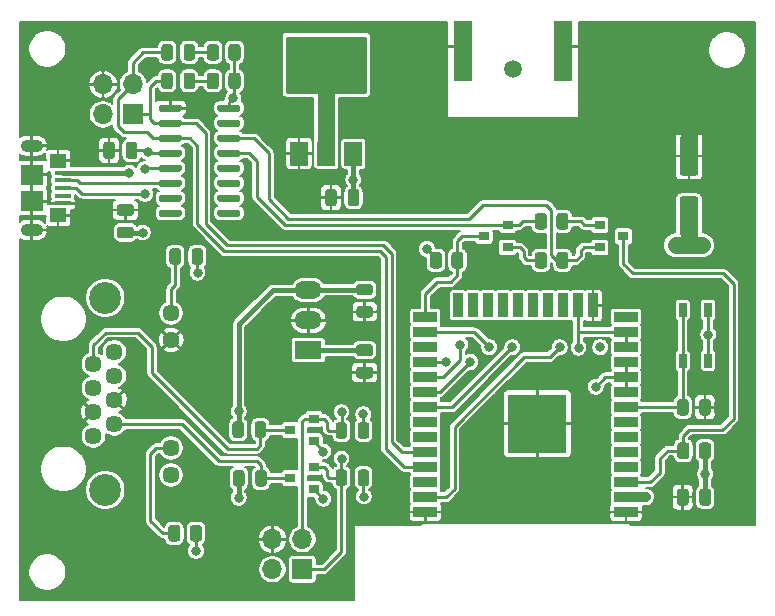
<source format=gtl>
G04 #@! TF.GenerationSoftware,KiCad,Pcbnew,(5.1.9-0-10_14)*
G04 #@! TF.CreationDate,2021-06-28T14:28:25+02:00*
G04 #@! TF.ProjectId,ithowifi_4l,6974686f-7769-4666-995f-346c2e6b6963,rev?*
G04 #@! TF.SameCoordinates,Original*
G04 #@! TF.FileFunction,Copper,L1,Top*
G04 #@! TF.FilePolarity,Positive*
%FSLAX46Y46*%
G04 Gerber Fmt 4.6, Leading zero omitted, Abs format (unit mm)*
G04 Created by KiCad (PCBNEW (5.1.9-0-10_14)) date 2021-06-28 14:28:25*
%MOMM*%
%LPD*%
G01*
G04 APERTURE LIST*
G04 #@! TA.AperFunction,ComponentPad*
%ADD10C,1.500000*%
G04 #@! TD*
G04 #@! TA.AperFunction,ComponentPad*
%ADD11O,1.700000X1.700000*%
G04 #@! TD*
G04 #@! TA.AperFunction,ComponentPad*
%ADD12R,1.700000X1.700000*%
G04 #@! TD*
G04 #@! TA.AperFunction,SMDPad,CuDef*
%ADD13R,1.450000X1.150000*%
G04 #@! TD*
G04 #@! TA.AperFunction,ComponentPad*
%ADD14O,1.900000X1.050000*%
G04 #@! TD*
G04 #@! TA.AperFunction,SMDPad,CuDef*
%ADD15R,1.900000X1.750000*%
G04 #@! TD*
G04 #@! TA.AperFunction,SMDPad,CuDef*
%ADD16R,1.400000X0.400000*%
G04 #@! TD*
G04 #@! TA.AperFunction,SMDPad,CuDef*
%ADD17R,1.500000X2.000000*%
G04 #@! TD*
G04 #@! TA.AperFunction,SMDPad,CuDef*
%ADD18R,3.800000X2.000000*%
G04 #@! TD*
G04 #@! TA.AperFunction,ComponentPad*
%ADD19O,2.300000X1.500000*%
G04 #@! TD*
G04 #@! TA.AperFunction,ComponentPad*
%ADD20R,2.300000X1.500000*%
G04 #@! TD*
G04 #@! TA.AperFunction,SMDPad,CuDef*
%ADD21R,0.900000X0.800000*%
G04 #@! TD*
G04 #@! TA.AperFunction,ComponentPad*
%ADD22C,1.446000*%
G04 #@! TD*
G04 #@! TA.AperFunction,ComponentPad*
%ADD23C,2.700000*%
G04 #@! TD*
G04 #@! TA.AperFunction,SMDPad,CuDef*
%ADD24R,0.650000X1.200000*%
G04 #@! TD*
G04 #@! TA.AperFunction,SMDPad,CuDef*
%ADD25R,2.000000X0.900000*%
G04 #@! TD*
G04 #@! TA.AperFunction,SMDPad,CuDef*
%ADD26R,0.900000X2.000000*%
G04 #@! TD*
G04 #@! TA.AperFunction,SMDPad,CuDef*
%ADD27R,5.000000X5.000000*%
G04 #@! TD*
G04 #@! TA.AperFunction,SMDPad,CuDef*
%ADD28R,1.500000X5.080000*%
G04 #@! TD*
G04 #@! TA.AperFunction,ViaPad*
%ADD29C,0.800000*%
G04 #@! TD*
G04 #@! TA.AperFunction,Conductor*
%ADD30C,1.473200*%
G04 #@! TD*
G04 #@! TA.AperFunction,Conductor*
%ADD31C,0.250000*%
G04 #@! TD*
G04 #@! TA.AperFunction,Conductor*
%ADD32C,0.406400*%
G04 #@! TD*
G04 #@! TA.AperFunction,Conductor*
%ADD33C,0.812800*%
G04 #@! TD*
G04 #@! TA.AperFunction,Conductor*
%ADD34C,0.293370*%
G04 #@! TD*
G04 #@! TA.AperFunction,Conductor*
%ADD35C,0.254000*%
G04 #@! TD*
G04 #@! TA.AperFunction,Conductor*
%ADD36C,0.203200*%
G04 #@! TD*
G04 #@! TA.AperFunction,Conductor*
%ADD37C,0.100000*%
G04 #@! TD*
G04 APERTURE END LIST*
D10*
X94869000Y-111125000D03*
D11*
X60198000Y-112395000D03*
X62738000Y-112395000D03*
X60198000Y-114935000D03*
D12*
X62738000Y-114935000D03*
D13*
X56385000Y-118848000D03*
X56385000Y-123488000D03*
D14*
X54155000Y-124743000D03*
X54155000Y-117593000D03*
D15*
X54155000Y-120043000D03*
D16*
X56805000Y-121168000D03*
X56805000Y-121818000D03*
X56805000Y-122468000D03*
X56805000Y-119868000D03*
X56805000Y-120518000D03*
D15*
X54155000Y-122293000D03*
G04 #@! TA.AperFunction,SMDPad,CuDef*
G36*
G01*
X80002000Y-121508500D02*
X80002000Y-122458500D01*
G75*
G02*
X79752000Y-122708500I-250000J0D01*
G01*
X79252000Y-122708500D01*
G75*
G02*
X79002000Y-122458500I0J250000D01*
G01*
X79002000Y-121508500D01*
G75*
G02*
X79252000Y-121258500I250000J0D01*
G01*
X79752000Y-121258500D01*
G75*
G02*
X80002000Y-121508500I0J-250000D01*
G01*
G37*
G04 #@! TD.AperFunction*
G04 #@! TA.AperFunction,SMDPad,CuDef*
G36*
G01*
X81902000Y-121508500D02*
X81902000Y-122458500D01*
G75*
G02*
X81652000Y-122708500I-250000J0D01*
G01*
X81152000Y-122708500D01*
G75*
G02*
X80902000Y-122458500I0J250000D01*
G01*
X80902000Y-121508500D01*
G75*
G02*
X81152000Y-121258500I250000J0D01*
G01*
X81652000Y-121258500D01*
G75*
G02*
X81902000Y-121508500I0J-250000D01*
G01*
G37*
G04 #@! TD.AperFunction*
G04 #@! TA.AperFunction,SMDPad,CuDef*
G36*
G01*
X98577500Y-124436002D02*
X98577500Y-123535998D01*
G75*
G02*
X98827498Y-123286000I249998J0D01*
G01*
X99352502Y-123286000D01*
G75*
G02*
X99602500Y-123535998I0J-249998D01*
G01*
X99602500Y-124436002D01*
G75*
G02*
X99352502Y-124686000I-249998J0D01*
G01*
X98827498Y-124686000D01*
G75*
G02*
X98577500Y-124436002I0J249998D01*
G01*
G37*
G04 #@! TD.AperFunction*
G04 #@! TA.AperFunction,SMDPad,CuDef*
G36*
G01*
X96752500Y-124436002D02*
X96752500Y-123535998D01*
G75*
G02*
X97002498Y-123286000I249998J0D01*
G01*
X97527502Y-123286000D01*
G75*
G02*
X97777500Y-123535998I0J-249998D01*
G01*
X97777500Y-124436002D01*
G75*
G02*
X97527502Y-124686000I-249998J0D01*
G01*
X97002498Y-124686000D01*
G75*
G02*
X96752500Y-124436002I0J249998D01*
G01*
G37*
G04 #@! TD.AperFunction*
G04 #@! TA.AperFunction,SMDPad,CuDef*
G36*
G01*
X70014500Y-109231998D02*
X70014500Y-110132002D01*
G75*
G02*
X69764502Y-110382000I-249998J0D01*
G01*
X69239498Y-110382000D01*
G75*
G02*
X68989500Y-110132002I0J249998D01*
G01*
X68989500Y-109231998D01*
G75*
G02*
X69239498Y-108982000I249998J0D01*
G01*
X69764502Y-108982000D01*
G75*
G02*
X70014500Y-109231998I0J-249998D01*
G01*
G37*
G04 #@! TD.AperFunction*
G04 #@! TA.AperFunction,SMDPad,CuDef*
G36*
G01*
X71839500Y-109231998D02*
X71839500Y-110132002D01*
G75*
G02*
X71589502Y-110382000I-249998J0D01*
G01*
X71064498Y-110382000D01*
G75*
G02*
X70814500Y-110132002I0J249998D01*
G01*
X70814500Y-109231998D01*
G75*
G02*
X71064498Y-108982000I249998J0D01*
G01*
X71589502Y-108982000D01*
G75*
G02*
X71839500Y-109231998I0J-249998D01*
G01*
G37*
G04 #@! TD.AperFunction*
G04 #@! TA.AperFunction,SMDPad,CuDef*
G36*
G01*
X70014500Y-111657998D02*
X70014500Y-112558002D01*
G75*
G02*
X69764502Y-112808000I-249998J0D01*
G01*
X69239498Y-112808000D01*
G75*
G02*
X68989500Y-112558002I0J249998D01*
G01*
X68989500Y-111657998D01*
G75*
G02*
X69239498Y-111408000I249998J0D01*
G01*
X69764502Y-111408000D01*
G75*
G02*
X70014500Y-111657998I0J-249998D01*
G01*
G37*
G04 #@! TD.AperFunction*
G04 #@! TA.AperFunction,SMDPad,CuDef*
G36*
G01*
X71839500Y-111657998D02*
X71839500Y-112558002D01*
G75*
G02*
X71589502Y-112808000I-249998J0D01*
G01*
X71064498Y-112808000D01*
G75*
G02*
X70814500Y-112558002I0J249998D01*
G01*
X70814500Y-111657998D01*
G75*
G02*
X71064498Y-111408000I249998J0D01*
G01*
X71589502Y-111408000D01*
G75*
G02*
X71839500Y-111657998I0J-249998D01*
G01*
G37*
G04 #@! TD.AperFunction*
G04 #@! TA.AperFunction,SMDPad,CuDef*
G36*
G01*
X66742500Y-149951998D02*
X66742500Y-150852002D01*
G75*
G02*
X66492502Y-151102000I-249998J0D01*
G01*
X65967498Y-151102000D01*
G75*
G02*
X65717500Y-150852002I0J249998D01*
G01*
X65717500Y-149951998D01*
G75*
G02*
X65967498Y-149702000I249998J0D01*
G01*
X66492502Y-149702000D01*
G75*
G02*
X66742500Y-149951998I0J-249998D01*
G01*
G37*
G04 #@! TD.AperFunction*
G04 #@! TA.AperFunction,SMDPad,CuDef*
G36*
G01*
X68567500Y-149951998D02*
X68567500Y-150852002D01*
G75*
G02*
X68317502Y-151102000I-249998J0D01*
G01*
X67792498Y-151102000D01*
G75*
G02*
X67542500Y-150852002I0J249998D01*
G01*
X67542500Y-149951998D01*
G75*
G02*
X67792498Y-149702000I249998J0D01*
G01*
X68317502Y-149702000D01*
G75*
G02*
X68567500Y-149951998I0J-249998D01*
G01*
G37*
G04 #@! TD.AperFunction*
G04 #@! TA.AperFunction,SMDPad,CuDef*
G36*
G01*
X61211000Y-117508000D02*
X61211000Y-118458000D01*
G75*
G02*
X60961000Y-118708000I-250000J0D01*
G01*
X60461000Y-118708000D01*
G75*
G02*
X60211000Y-118458000I0J250000D01*
G01*
X60211000Y-117508000D01*
G75*
G02*
X60461000Y-117258000I250000J0D01*
G01*
X60961000Y-117258000D01*
G75*
G02*
X61211000Y-117508000I0J-250000D01*
G01*
G37*
G04 #@! TD.AperFunction*
G04 #@! TA.AperFunction,SMDPad,CuDef*
G36*
G01*
X63111000Y-117508000D02*
X63111000Y-118458000D01*
G75*
G02*
X62861000Y-118708000I-250000J0D01*
G01*
X62361000Y-118708000D01*
G75*
G02*
X62111000Y-118458000I0J250000D01*
G01*
X62111000Y-117508000D01*
G75*
G02*
X62361000Y-117258000I250000J0D01*
G01*
X62861000Y-117258000D01*
G75*
G02*
X63111000Y-117508000I0J-250000D01*
G01*
G37*
G04 #@! TD.AperFunction*
G04 #@! TA.AperFunction,SMDPad,CuDef*
G36*
G01*
X62561000Y-123533500D02*
X61611000Y-123533500D01*
G75*
G02*
X61361000Y-123283500I0J250000D01*
G01*
X61361000Y-122783500D01*
G75*
G02*
X61611000Y-122533500I250000J0D01*
G01*
X62561000Y-122533500D01*
G75*
G02*
X62811000Y-122783500I0J-250000D01*
G01*
X62811000Y-123283500D01*
G75*
G02*
X62561000Y-123533500I-250000J0D01*
G01*
G37*
G04 #@! TD.AperFunction*
G04 #@! TA.AperFunction,SMDPad,CuDef*
G36*
G01*
X62561000Y-125433500D02*
X61611000Y-125433500D01*
G75*
G02*
X61361000Y-125183500I0J250000D01*
G01*
X61361000Y-124683500D01*
G75*
G02*
X61611000Y-124433500I250000J0D01*
G01*
X62561000Y-124433500D01*
G75*
G02*
X62811000Y-124683500I0J-250000D01*
G01*
X62811000Y-125183500D01*
G75*
G02*
X62561000Y-125433500I-250000J0D01*
G01*
G37*
G04 #@! TD.AperFunction*
D17*
X76791500Y-118267500D03*
X81391500Y-118267500D03*
X79091500Y-118267500D03*
D18*
X79091500Y-111967500D03*
G04 #@! TA.AperFunction,SMDPad,CuDef*
G36*
G01*
X69877000Y-114568000D02*
X69877000Y-114268000D01*
G75*
G02*
X70027000Y-114118000I150000J0D01*
G01*
X71677000Y-114118000D01*
G75*
G02*
X71827000Y-114268000I0J-150000D01*
G01*
X71827000Y-114568000D01*
G75*
G02*
X71677000Y-114718000I-150000J0D01*
G01*
X70027000Y-114718000D01*
G75*
G02*
X69877000Y-114568000I0J150000D01*
G01*
G37*
G04 #@! TD.AperFunction*
G04 #@! TA.AperFunction,SMDPad,CuDef*
G36*
G01*
X69877000Y-115838000D02*
X69877000Y-115538000D01*
G75*
G02*
X70027000Y-115388000I150000J0D01*
G01*
X71677000Y-115388000D01*
G75*
G02*
X71827000Y-115538000I0J-150000D01*
G01*
X71827000Y-115838000D01*
G75*
G02*
X71677000Y-115988000I-150000J0D01*
G01*
X70027000Y-115988000D01*
G75*
G02*
X69877000Y-115838000I0J150000D01*
G01*
G37*
G04 #@! TD.AperFunction*
G04 #@! TA.AperFunction,SMDPad,CuDef*
G36*
G01*
X69877000Y-117108000D02*
X69877000Y-116808000D01*
G75*
G02*
X70027000Y-116658000I150000J0D01*
G01*
X71677000Y-116658000D01*
G75*
G02*
X71827000Y-116808000I0J-150000D01*
G01*
X71827000Y-117108000D01*
G75*
G02*
X71677000Y-117258000I-150000J0D01*
G01*
X70027000Y-117258000D01*
G75*
G02*
X69877000Y-117108000I0J150000D01*
G01*
G37*
G04 #@! TD.AperFunction*
G04 #@! TA.AperFunction,SMDPad,CuDef*
G36*
G01*
X69877000Y-118378000D02*
X69877000Y-118078000D01*
G75*
G02*
X70027000Y-117928000I150000J0D01*
G01*
X71677000Y-117928000D01*
G75*
G02*
X71827000Y-118078000I0J-150000D01*
G01*
X71827000Y-118378000D01*
G75*
G02*
X71677000Y-118528000I-150000J0D01*
G01*
X70027000Y-118528000D01*
G75*
G02*
X69877000Y-118378000I0J150000D01*
G01*
G37*
G04 #@! TD.AperFunction*
G04 #@! TA.AperFunction,SMDPad,CuDef*
G36*
G01*
X69877000Y-119648000D02*
X69877000Y-119348000D01*
G75*
G02*
X70027000Y-119198000I150000J0D01*
G01*
X71677000Y-119198000D01*
G75*
G02*
X71827000Y-119348000I0J-150000D01*
G01*
X71827000Y-119648000D01*
G75*
G02*
X71677000Y-119798000I-150000J0D01*
G01*
X70027000Y-119798000D01*
G75*
G02*
X69877000Y-119648000I0J150000D01*
G01*
G37*
G04 #@! TD.AperFunction*
G04 #@! TA.AperFunction,SMDPad,CuDef*
G36*
G01*
X69877000Y-120918000D02*
X69877000Y-120618000D01*
G75*
G02*
X70027000Y-120468000I150000J0D01*
G01*
X71677000Y-120468000D01*
G75*
G02*
X71827000Y-120618000I0J-150000D01*
G01*
X71827000Y-120918000D01*
G75*
G02*
X71677000Y-121068000I-150000J0D01*
G01*
X70027000Y-121068000D01*
G75*
G02*
X69877000Y-120918000I0J150000D01*
G01*
G37*
G04 #@! TD.AperFunction*
G04 #@! TA.AperFunction,SMDPad,CuDef*
G36*
G01*
X69877000Y-122188000D02*
X69877000Y-121888000D01*
G75*
G02*
X70027000Y-121738000I150000J0D01*
G01*
X71677000Y-121738000D01*
G75*
G02*
X71827000Y-121888000I0J-150000D01*
G01*
X71827000Y-122188000D01*
G75*
G02*
X71677000Y-122338000I-150000J0D01*
G01*
X70027000Y-122338000D01*
G75*
G02*
X69877000Y-122188000I0J150000D01*
G01*
G37*
G04 #@! TD.AperFunction*
G04 #@! TA.AperFunction,SMDPad,CuDef*
G36*
G01*
X69877000Y-123458000D02*
X69877000Y-123158000D01*
G75*
G02*
X70027000Y-123008000I150000J0D01*
G01*
X71677000Y-123008000D01*
G75*
G02*
X71827000Y-123158000I0J-150000D01*
G01*
X71827000Y-123458000D01*
G75*
G02*
X71677000Y-123608000I-150000J0D01*
G01*
X70027000Y-123608000D01*
G75*
G02*
X69877000Y-123458000I0J150000D01*
G01*
G37*
G04 #@! TD.AperFunction*
G04 #@! TA.AperFunction,SMDPad,CuDef*
G36*
G01*
X64927000Y-123458000D02*
X64927000Y-123158000D01*
G75*
G02*
X65077000Y-123008000I150000J0D01*
G01*
X66727000Y-123008000D01*
G75*
G02*
X66877000Y-123158000I0J-150000D01*
G01*
X66877000Y-123458000D01*
G75*
G02*
X66727000Y-123608000I-150000J0D01*
G01*
X65077000Y-123608000D01*
G75*
G02*
X64927000Y-123458000I0J150000D01*
G01*
G37*
G04 #@! TD.AperFunction*
G04 #@! TA.AperFunction,SMDPad,CuDef*
G36*
G01*
X64927000Y-122188000D02*
X64927000Y-121888000D01*
G75*
G02*
X65077000Y-121738000I150000J0D01*
G01*
X66727000Y-121738000D01*
G75*
G02*
X66877000Y-121888000I0J-150000D01*
G01*
X66877000Y-122188000D01*
G75*
G02*
X66727000Y-122338000I-150000J0D01*
G01*
X65077000Y-122338000D01*
G75*
G02*
X64927000Y-122188000I0J150000D01*
G01*
G37*
G04 #@! TD.AperFunction*
G04 #@! TA.AperFunction,SMDPad,CuDef*
G36*
G01*
X64927000Y-120918000D02*
X64927000Y-120618000D01*
G75*
G02*
X65077000Y-120468000I150000J0D01*
G01*
X66727000Y-120468000D01*
G75*
G02*
X66877000Y-120618000I0J-150000D01*
G01*
X66877000Y-120918000D01*
G75*
G02*
X66727000Y-121068000I-150000J0D01*
G01*
X65077000Y-121068000D01*
G75*
G02*
X64927000Y-120918000I0J150000D01*
G01*
G37*
G04 #@! TD.AperFunction*
G04 #@! TA.AperFunction,SMDPad,CuDef*
G36*
G01*
X64927000Y-119648000D02*
X64927000Y-119348000D01*
G75*
G02*
X65077000Y-119198000I150000J0D01*
G01*
X66727000Y-119198000D01*
G75*
G02*
X66877000Y-119348000I0J-150000D01*
G01*
X66877000Y-119648000D01*
G75*
G02*
X66727000Y-119798000I-150000J0D01*
G01*
X65077000Y-119798000D01*
G75*
G02*
X64927000Y-119648000I0J150000D01*
G01*
G37*
G04 #@! TD.AperFunction*
G04 #@! TA.AperFunction,SMDPad,CuDef*
G36*
G01*
X64927000Y-118378000D02*
X64927000Y-118078000D01*
G75*
G02*
X65077000Y-117928000I150000J0D01*
G01*
X66727000Y-117928000D01*
G75*
G02*
X66877000Y-118078000I0J-150000D01*
G01*
X66877000Y-118378000D01*
G75*
G02*
X66727000Y-118528000I-150000J0D01*
G01*
X65077000Y-118528000D01*
G75*
G02*
X64927000Y-118378000I0J150000D01*
G01*
G37*
G04 #@! TD.AperFunction*
G04 #@! TA.AperFunction,SMDPad,CuDef*
G36*
G01*
X64927000Y-117108000D02*
X64927000Y-116808000D01*
G75*
G02*
X65077000Y-116658000I150000J0D01*
G01*
X66727000Y-116658000D01*
G75*
G02*
X66877000Y-116808000I0J-150000D01*
G01*
X66877000Y-117108000D01*
G75*
G02*
X66727000Y-117258000I-150000J0D01*
G01*
X65077000Y-117258000D01*
G75*
G02*
X64927000Y-117108000I0J150000D01*
G01*
G37*
G04 #@! TD.AperFunction*
G04 #@! TA.AperFunction,SMDPad,CuDef*
G36*
G01*
X64927000Y-115838000D02*
X64927000Y-115538000D01*
G75*
G02*
X65077000Y-115388000I150000J0D01*
G01*
X66727000Y-115388000D01*
G75*
G02*
X66877000Y-115538000I0J-150000D01*
G01*
X66877000Y-115838000D01*
G75*
G02*
X66727000Y-115988000I-150000J0D01*
G01*
X65077000Y-115988000D01*
G75*
G02*
X64927000Y-115838000I0J150000D01*
G01*
G37*
G04 #@! TD.AperFunction*
G04 #@! TA.AperFunction,SMDPad,CuDef*
G36*
G01*
X64927000Y-114568000D02*
X64927000Y-114268000D01*
G75*
G02*
X65077000Y-114118000I150000J0D01*
G01*
X66727000Y-114118000D01*
G75*
G02*
X66877000Y-114268000I0J-150000D01*
G01*
X66877000Y-114568000D01*
G75*
G02*
X66727000Y-114718000I-150000J0D01*
G01*
X65077000Y-114718000D01*
G75*
G02*
X64927000Y-114568000I0J150000D01*
G01*
G37*
G04 #@! TD.AperFunction*
D19*
X77580000Y-129828000D03*
X77580000Y-132368000D03*
D20*
X77580000Y-134908000D03*
G04 #@! TA.AperFunction,SMDPad,CuDef*
G36*
G01*
X88887500Y-126837998D02*
X88887500Y-127738002D01*
G75*
G02*
X88637502Y-127988000I-249998J0D01*
G01*
X88112498Y-127988000D01*
G75*
G02*
X87862500Y-127738002I0J249998D01*
G01*
X87862500Y-126837998D01*
G75*
G02*
X88112498Y-126588000I249998J0D01*
G01*
X88637502Y-126588000D01*
G75*
G02*
X88887500Y-126837998I0J-249998D01*
G01*
G37*
G04 #@! TD.AperFunction*
G04 #@! TA.AperFunction,SMDPad,CuDef*
G36*
G01*
X90712500Y-126837998D02*
X90712500Y-127738002D01*
G75*
G02*
X90462502Y-127988000I-249998J0D01*
G01*
X89937498Y-127988000D01*
G75*
G02*
X89687500Y-127738002I0J249998D01*
G01*
X89687500Y-126837998D01*
G75*
G02*
X89937498Y-126588000I249998J0D01*
G01*
X90462502Y-126588000D01*
G75*
G02*
X90712500Y-126837998I0J-249998D01*
G01*
G37*
G04 #@! TD.AperFunction*
G04 #@! TA.AperFunction,SMDPad,CuDef*
G36*
G01*
X109842500Y-142966998D02*
X109842500Y-143867002D01*
G75*
G02*
X109592502Y-144117000I-249998J0D01*
G01*
X109067498Y-144117000D01*
G75*
G02*
X108817500Y-143867002I0J249998D01*
G01*
X108817500Y-142966998D01*
G75*
G02*
X109067498Y-142717000I249998J0D01*
G01*
X109592502Y-142717000D01*
G75*
G02*
X109842500Y-142966998I0J-249998D01*
G01*
G37*
G04 #@! TD.AperFunction*
G04 #@! TA.AperFunction,SMDPad,CuDef*
G36*
G01*
X111667500Y-142966998D02*
X111667500Y-143867002D01*
G75*
G02*
X111417502Y-144117000I-249998J0D01*
G01*
X110892498Y-144117000D01*
G75*
G02*
X110642500Y-143867002I0J249998D01*
G01*
X110642500Y-142966998D01*
G75*
G02*
X110892498Y-142717000I249998J0D01*
G01*
X111417502Y-142717000D01*
G75*
G02*
X111667500Y-142966998I0J-249998D01*
G01*
G37*
G04 #@! TD.AperFunction*
G04 #@! TA.AperFunction,SMDPad,CuDef*
G36*
G01*
X97777500Y-126837998D02*
X97777500Y-127738002D01*
G75*
G02*
X97527502Y-127988000I-249998J0D01*
G01*
X97002498Y-127988000D01*
G75*
G02*
X96752500Y-127738002I0J249998D01*
G01*
X96752500Y-126837998D01*
G75*
G02*
X97002498Y-126588000I249998J0D01*
G01*
X97527502Y-126588000D01*
G75*
G02*
X97777500Y-126837998I0J-249998D01*
G01*
G37*
G04 #@! TD.AperFunction*
G04 #@! TA.AperFunction,SMDPad,CuDef*
G36*
G01*
X99602500Y-126837998D02*
X99602500Y-127738002D01*
G75*
G02*
X99352502Y-127988000I-249998J0D01*
G01*
X98827498Y-127988000D01*
G75*
G02*
X98577500Y-127738002I0J249998D01*
G01*
X98577500Y-126837998D01*
G75*
G02*
X98827498Y-126588000I249998J0D01*
G01*
X99352502Y-126588000D01*
G75*
G02*
X99602500Y-126837998I0J-249998D01*
G01*
G37*
G04 #@! TD.AperFunction*
D21*
X92455000Y-125256000D03*
X94455000Y-124306000D03*
X94455000Y-126206000D03*
X104250000Y-125256000D03*
X102250000Y-126206000D03*
X102250000Y-124306000D03*
D22*
X59372500Y-142176500D03*
X61152500Y-141156500D03*
X59372500Y-140136500D03*
X61152500Y-139116500D03*
X59372500Y-138096500D03*
X61152500Y-137076500D03*
X59372500Y-136056500D03*
X61152500Y-135036500D03*
X65962500Y-145466500D03*
X65962500Y-143176500D03*
X65962500Y-134036500D03*
X65962500Y-131746500D03*
D23*
X60392500Y-130476500D03*
X60392500Y-146736500D03*
G04 #@! TA.AperFunction,SMDPad,CuDef*
G36*
G01*
X109782000Y-146874000D02*
X109782000Y-147824000D01*
G75*
G02*
X109532000Y-148074000I-250000J0D01*
G01*
X109032000Y-148074000D01*
G75*
G02*
X108782000Y-147824000I0J250000D01*
G01*
X108782000Y-146874000D01*
G75*
G02*
X109032000Y-146624000I250000J0D01*
G01*
X109532000Y-146624000D01*
G75*
G02*
X109782000Y-146874000I0J-250000D01*
G01*
G37*
G04 #@! TD.AperFunction*
G04 #@! TA.AperFunction,SMDPad,CuDef*
G36*
G01*
X111682000Y-146874000D02*
X111682000Y-147824000D01*
G75*
G02*
X111432000Y-148074000I-250000J0D01*
G01*
X110932000Y-148074000D01*
G75*
G02*
X110682000Y-147824000I0J250000D01*
G01*
X110682000Y-146874000D01*
G75*
G02*
X110932000Y-146624000I250000J0D01*
G01*
X111432000Y-146624000D01*
G75*
G02*
X111682000Y-146874000I0J-250000D01*
G01*
G37*
G04 #@! TD.AperFunction*
D24*
X109271000Y-135788000D03*
X109271000Y-131488000D03*
X111421000Y-135788000D03*
X111421000Y-131488000D03*
G04 #@! TA.AperFunction,SMDPad,CuDef*
G36*
G01*
X81867500Y-136308000D02*
X82817500Y-136308000D01*
G75*
G02*
X83067500Y-136558000I0J-250000D01*
G01*
X83067500Y-137058000D01*
G75*
G02*
X82817500Y-137308000I-250000J0D01*
G01*
X81867500Y-137308000D01*
G75*
G02*
X81617500Y-137058000I0J250000D01*
G01*
X81617500Y-136558000D01*
G75*
G02*
X81867500Y-136308000I250000J0D01*
G01*
G37*
G04 #@! TD.AperFunction*
G04 #@! TA.AperFunction,SMDPad,CuDef*
G36*
G01*
X81867500Y-134408000D02*
X82817500Y-134408000D01*
G75*
G02*
X83067500Y-134658000I0J-250000D01*
G01*
X83067500Y-135158000D01*
G75*
G02*
X82817500Y-135408000I-250000J0D01*
G01*
X81867500Y-135408000D01*
G75*
G02*
X81617500Y-135158000I0J250000D01*
G01*
X81617500Y-134658000D01*
G75*
G02*
X81867500Y-134408000I250000J0D01*
G01*
G37*
G04 #@! TD.AperFunction*
G04 #@! TA.AperFunction,SMDPad,CuDef*
G36*
G01*
X110357000Y-120114000D02*
X109257000Y-120114000D01*
G75*
G02*
X109007000Y-119864000I0J250000D01*
G01*
X109007000Y-117039000D01*
G75*
G02*
X109257000Y-116789000I250000J0D01*
G01*
X110357000Y-116789000D01*
G75*
G02*
X110607000Y-117039000I0J-250000D01*
G01*
X110607000Y-119864000D01*
G75*
G02*
X110357000Y-120114000I-250000J0D01*
G01*
G37*
G04 #@! TD.AperFunction*
G04 #@! TA.AperFunction,SMDPad,CuDef*
G36*
G01*
X110357000Y-125189000D02*
X109257000Y-125189000D01*
G75*
G02*
X109007000Y-124939000I0J250000D01*
G01*
X109007000Y-122114000D01*
G75*
G02*
X109257000Y-121864000I250000J0D01*
G01*
X110357000Y-121864000D01*
G75*
G02*
X110607000Y-122114000I0J-250000D01*
G01*
X110607000Y-124939000D01*
G75*
G02*
X110357000Y-125189000I-250000J0D01*
G01*
G37*
G04 #@! TD.AperFunction*
D11*
X74532000Y-150910000D03*
X77072000Y-150910000D03*
X74532000Y-153450000D03*
D12*
X77072000Y-153450000D03*
D25*
X87477600Y-148615400D03*
X87477600Y-147345400D03*
X87477600Y-146075400D03*
X87477600Y-144805400D03*
X87477600Y-143535400D03*
X87477600Y-142265400D03*
X87477600Y-140995400D03*
X87477600Y-139725400D03*
X87477600Y-138455400D03*
X87477600Y-137185400D03*
X87477600Y-135915400D03*
X87477600Y-134645400D03*
X87477600Y-133375400D03*
X87477600Y-132105400D03*
D26*
X90262600Y-131105400D03*
X91532600Y-131105400D03*
X92802600Y-131105400D03*
X94072600Y-131105400D03*
X95342600Y-131105400D03*
X96612600Y-131105400D03*
X97882600Y-131105400D03*
X99152600Y-131105400D03*
X100422600Y-131105400D03*
X101692600Y-131105400D03*
D25*
X104477600Y-132105400D03*
X104477600Y-133375400D03*
X104477600Y-134645400D03*
X104477600Y-135915400D03*
X104477600Y-137185400D03*
X104477600Y-138455400D03*
X104477600Y-139725400D03*
X104477600Y-140995400D03*
X104477600Y-142265400D03*
X104477600Y-143535400D03*
X104477600Y-144805400D03*
X104477600Y-146075400D03*
X104477600Y-147345400D03*
X104477600Y-148615400D03*
D27*
X96977600Y-141115400D03*
G04 #@! TA.AperFunction,SMDPad,CuDef*
G36*
G01*
X109769000Y-139277750D02*
X109769000Y-140190250D01*
G75*
G02*
X109525250Y-140434000I-243750J0D01*
G01*
X109037750Y-140434000D01*
G75*
G02*
X108794000Y-140190250I0J243750D01*
G01*
X108794000Y-139277750D01*
G75*
G02*
X109037750Y-139034000I243750J0D01*
G01*
X109525250Y-139034000D01*
G75*
G02*
X109769000Y-139277750I0J-243750D01*
G01*
G37*
G04 #@! TD.AperFunction*
G04 #@! TA.AperFunction,SMDPad,CuDef*
G36*
G01*
X111644000Y-139277750D02*
X111644000Y-140190250D01*
G75*
G02*
X111400250Y-140434000I-243750J0D01*
G01*
X110912750Y-140434000D01*
G75*
G02*
X110669000Y-140190250I0J243750D01*
G01*
X110669000Y-139277750D01*
G75*
G02*
X110912750Y-139034000I243750J0D01*
G01*
X111400250Y-139034000D01*
G75*
G02*
X111644000Y-139277750I0J-243750D01*
G01*
G37*
G04 #@! TD.AperFunction*
G04 #@! TA.AperFunction,SMDPad,CuDef*
G36*
G01*
X67014500Y-112564250D02*
X67014500Y-111651750D01*
G75*
G02*
X67258250Y-111408000I243750J0D01*
G01*
X67745750Y-111408000D01*
G75*
G02*
X67989500Y-111651750I0J-243750D01*
G01*
X67989500Y-112564250D01*
G75*
G02*
X67745750Y-112808000I-243750J0D01*
G01*
X67258250Y-112808000D01*
G75*
G02*
X67014500Y-112564250I0J243750D01*
G01*
G37*
G04 #@! TD.AperFunction*
G04 #@! TA.AperFunction,SMDPad,CuDef*
G36*
G01*
X65139500Y-112564250D02*
X65139500Y-111651750D01*
G75*
G02*
X65383250Y-111408000I243750J0D01*
G01*
X65870750Y-111408000D01*
G75*
G02*
X66114500Y-111651750I0J-243750D01*
G01*
X66114500Y-112564250D01*
G75*
G02*
X65870750Y-112808000I-243750J0D01*
G01*
X65383250Y-112808000D01*
G75*
G02*
X65139500Y-112564250I0J243750D01*
G01*
G37*
G04 #@! TD.AperFunction*
G04 #@! TA.AperFunction,SMDPad,CuDef*
G36*
G01*
X81886250Y-131167000D02*
X82798750Y-131167000D01*
G75*
G02*
X83042500Y-131410750I0J-243750D01*
G01*
X83042500Y-131898250D01*
G75*
G02*
X82798750Y-132142000I-243750J0D01*
G01*
X81886250Y-132142000D01*
G75*
G02*
X81642500Y-131898250I0J243750D01*
G01*
X81642500Y-131410750D01*
G75*
G02*
X81886250Y-131167000I243750J0D01*
G01*
G37*
G04 #@! TD.AperFunction*
G04 #@! TA.AperFunction,SMDPad,CuDef*
G36*
G01*
X81886250Y-129292000D02*
X82798750Y-129292000D01*
G75*
G02*
X83042500Y-129535750I0J-243750D01*
G01*
X83042500Y-130023250D01*
G75*
G02*
X82798750Y-130267000I-243750J0D01*
G01*
X81886250Y-130267000D01*
G75*
G02*
X81642500Y-130023250I0J243750D01*
G01*
X81642500Y-129535750D01*
G75*
G02*
X81886250Y-129292000I243750J0D01*
G01*
G37*
G04 #@! TD.AperFunction*
D28*
X90631400Y-109548400D03*
X99131400Y-109548400D03*
G04 #@! TA.AperFunction,SMDPad,CuDef*
G36*
G01*
X67014500Y-110138250D02*
X67014500Y-109225750D01*
G75*
G02*
X67258250Y-108982000I243750J0D01*
G01*
X67745750Y-108982000D01*
G75*
G02*
X67989500Y-109225750I0J-243750D01*
G01*
X67989500Y-110138250D01*
G75*
G02*
X67745750Y-110382000I-243750J0D01*
G01*
X67258250Y-110382000D01*
G75*
G02*
X67014500Y-110138250I0J243750D01*
G01*
G37*
G04 #@! TD.AperFunction*
G04 #@! TA.AperFunction,SMDPad,CuDef*
G36*
G01*
X65139500Y-110138250D02*
X65139500Y-109225750D01*
G75*
G02*
X65383250Y-108982000I243750J0D01*
G01*
X65870750Y-108982000D01*
G75*
G02*
X66114500Y-109225750I0J-243750D01*
G01*
X66114500Y-110138250D01*
G75*
G02*
X65870750Y-110382000I-243750J0D01*
G01*
X65383250Y-110382000D01*
G75*
G02*
X65139500Y-110138250I0J243750D01*
G01*
G37*
G04 #@! TD.AperFunction*
G04 #@! TA.AperFunction,SMDPad,CuDef*
G36*
G01*
X66794500Y-126514250D02*
X66794500Y-127426750D01*
G75*
G02*
X66550750Y-127670500I-243750J0D01*
G01*
X66063250Y-127670500D01*
G75*
G02*
X65819500Y-127426750I0J243750D01*
G01*
X65819500Y-126514250D01*
G75*
G02*
X66063250Y-126270500I243750J0D01*
G01*
X66550750Y-126270500D01*
G75*
G02*
X66794500Y-126514250I0J-243750D01*
G01*
G37*
G04 #@! TD.AperFunction*
G04 #@! TA.AperFunction,SMDPad,CuDef*
G36*
G01*
X68669500Y-126514250D02*
X68669500Y-127426750D01*
G75*
G02*
X68425750Y-127670500I-243750J0D01*
G01*
X67938250Y-127670500D01*
G75*
G02*
X67694500Y-127426750I0J243750D01*
G01*
X67694500Y-126514250D01*
G75*
G02*
X67938250Y-126270500I243750J0D01*
G01*
X68425750Y-126270500D01*
G75*
G02*
X68669500Y-126514250I0J-243750D01*
G01*
G37*
G04 #@! TD.AperFunction*
G04 #@! TA.AperFunction,SMDPad,CuDef*
G36*
G01*
X72128500Y-141170250D02*
X72128500Y-142082750D01*
G75*
G02*
X71884750Y-142326500I-243750J0D01*
G01*
X71397250Y-142326500D01*
G75*
G02*
X71153500Y-142082750I0J243750D01*
G01*
X71153500Y-141170250D01*
G75*
G02*
X71397250Y-140926500I243750J0D01*
G01*
X71884750Y-140926500D01*
G75*
G02*
X72128500Y-141170250I0J-243750D01*
G01*
G37*
G04 #@! TD.AperFunction*
G04 #@! TA.AperFunction,SMDPad,CuDef*
G36*
G01*
X74003500Y-141170250D02*
X74003500Y-142082750D01*
G75*
G02*
X73759750Y-142326500I-243750J0D01*
G01*
X73272250Y-142326500D01*
G75*
G02*
X73028500Y-142082750I0J243750D01*
G01*
X73028500Y-141170250D01*
G75*
G02*
X73272250Y-140926500I243750J0D01*
G01*
X73759750Y-140926500D01*
G75*
G02*
X74003500Y-141170250I0J-243750D01*
G01*
G37*
G04 #@! TD.AperFunction*
G04 #@! TA.AperFunction,SMDPad,CuDef*
G36*
G01*
X72181000Y-145298750D02*
X72181000Y-146211250D01*
G75*
G02*
X71937250Y-146455000I-243750J0D01*
G01*
X71449750Y-146455000D01*
G75*
G02*
X71206000Y-146211250I0J243750D01*
G01*
X71206000Y-145298750D01*
G75*
G02*
X71449750Y-145055000I243750J0D01*
G01*
X71937250Y-145055000D01*
G75*
G02*
X72181000Y-145298750I0J-243750D01*
G01*
G37*
G04 #@! TD.AperFunction*
G04 #@! TA.AperFunction,SMDPad,CuDef*
G36*
G01*
X74056000Y-145298750D02*
X74056000Y-146211250D01*
G75*
G02*
X73812250Y-146455000I-243750J0D01*
G01*
X73324750Y-146455000D01*
G75*
G02*
X73081000Y-146211250I0J243750D01*
G01*
X73081000Y-145298750D01*
G75*
G02*
X73324750Y-145055000I243750J0D01*
G01*
X73812250Y-145055000D01*
G75*
G02*
X74056000Y-145298750I0J-243750D01*
G01*
G37*
G04 #@! TD.AperFunction*
G04 #@! TA.AperFunction,SMDPad,CuDef*
G36*
G01*
X81761500Y-142158750D02*
X81761500Y-141246250D01*
G75*
G02*
X82005250Y-141002500I243750J0D01*
G01*
X82492750Y-141002500D01*
G75*
G02*
X82736500Y-141246250I0J-243750D01*
G01*
X82736500Y-142158750D01*
G75*
G02*
X82492750Y-142402500I-243750J0D01*
G01*
X82005250Y-142402500D01*
G75*
G02*
X81761500Y-142158750I0J243750D01*
G01*
G37*
G04 #@! TD.AperFunction*
G04 #@! TA.AperFunction,SMDPad,CuDef*
G36*
G01*
X79886500Y-142158750D02*
X79886500Y-141246250D01*
G75*
G02*
X80130250Y-141002500I243750J0D01*
G01*
X80617750Y-141002500D01*
G75*
G02*
X80861500Y-141246250I0J-243750D01*
G01*
X80861500Y-142158750D01*
G75*
G02*
X80617750Y-142402500I-243750J0D01*
G01*
X80130250Y-142402500D01*
G75*
G02*
X79886500Y-142158750I0J243750D01*
G01*
G37*
G04 #@! TD.AperFunction*
G04 #@! TA.AperFunction,SMDPad,CuDef*
G36*
G01*
X81761500Y-146159250D02*
X81761500Y-145246750D01*
G75*
G02*
X82005250Y-145003000I243750J0D01*
G01*
X82492750Y-145003000D01*
G75*
G02*
X82736500Y-145246750I0J-243750D01*
G01*
X82736500Y-146159250D01*
G75*
G02*
X82492750Y-146403000I-243750J0D01*
G01*
X82005250Y-146403000D01*
G75*
G02*
X81761500Y-146159250I0J243750D01*
G01*
G37*
G04 #@! TD.AperFunction*
G04 #@! TA.AperFunction,SMDPad,CuDef*
G36*
G01*
X79886500Y-146159250D02*
X79886500Y-145246750D01*
G75*
G02*
X80130250Y-145003000I243750J0D01*
G01*
X80617750Y-145003000D01*
G75*
G02*
X80861500Y-145246750I0J-243750D01*
G01*
X80861500Y-146159250D01*
G75*
G02*
X80617750Y-146403000I-243750J0D01*
G01*
X80130250Y-146403000D01*
G75*
G02*
X79886500Y-146159250I0J243750D01*
G01*
G37*
G04 #@! TD.AperFunction*
D21*
X76061000Y-141667100D03*
X78061000Y-140717100D03*
X78061000Y-142617100D03*
X76061000Y-145729600D03*
X78061000Y-144779600D03*
X78061000Y-146679600D03*
D29*
X95250000Y-139700000D03*
X98806000Y-139700000D03*
X97028000Y-139700000D03*
X98806000Y-142748000D03*
X97028000Y-142748000D03*
X95250000Y-142748000D03*
X95250000Y-141224000D03*
X98806000Y-141224000D03*
X97028000Y-141224000D03*
X89154000Y-148590000D03*
X106172000Y-148590000D03*
X109807000Y-115926500D03*
X110907000Y-115926500D03*
X108707000Y-115926500D03*
X88925000Y-115773000D03*
X90632000Y-115768000D03*
X92332000Y-115768000D03*
X94032000Y-115768000D03*
X95732000Y-115768000D03*
X97432000Y-115768000D03*
X100832000Y-115768000D03*
X99132000Y-115768000D03*
X88932000Y-114068000D03*
X88932000Y-110768000D03*
X88925000Y-112368000D03*
X88925000Y-109168000D03*
X88932000Y-107468000D03*
X100825000Y-112368000D03*
X100832000Y-110768000D03*
X100832000Y-114068000D03*
X100832000Y-107468000D03*
X100825000Y-109168000D03*
X109266500Y-145830000D03*
X76805500Y-120159000D03*
X63546500Y-124938500D03*
X81391500Y-120462500D03*
X71691500Y-147383500D03*
X71691504Y-140081000D03*
X62420500Y-119888001D03*
X106172000Y-147320000D03*
X109807000Y-126026500D03*
X110907000Y-126026500D03*
X108707000Y-126026500D03*
X71230000Y-113572000D03*
X78850000Y-147481000D03*
X78850000Y-143480506D03*
X76424500Y-111967500D03*
X76424500Y-110126000D03*
X78075500Y-110126000D03*
X79917000Y-110126000D03*
X81822000Y-110126000D03*
X81822000Y-111904000D03*
X111171500Y-145385500D03*
X111425500Y-133574500D03*
X102281500Y-134654000D03*
X87613000Y-126335498D03*
X82279000Y-147290500D03*
X68072000Y-151892000D03*
X82232500Y-140335000D03*
X68199000Y-128333500D03*
X64008003Y-118110003D03*
X98852500Y-134654000D03*
X94852000Y-134654000D03*
X91295998Y-135907002D03*
X90424000Y-134429500D03*
X92883500Y-134654000D03*
X100457000Y-134683500D03*
X80391000Y-140144500D03*
X80391000Y-144081500D03*
X101917500Y-137985500D03*
X89217502Y-135890000D03*
X63753997Y-119570503D03*
X63753998Y-121666000D03*
D30*
X109807000Y-118451500D02*
X109807000Y-115926500D01*
X110907000Y-115926500D02*
X108707000Y-115926500D01*
D31*
X90251000Y-109168000D02*
X90631400Y-109548400D01*
X88925000Y-109168000D02*
X90251000Y-109168000D01*
X99511800Y-109168000D02*
X99131400Y-109548400D01*
X100825000Y-109168000D02*
X99511800Y-109168000D01*
D32*
X77658500Y-129749500D02*
X77580000Y-129828000D01*
X62091000Y-124938500D02*
X62086000Y-124933500D01*
X63546500Y-124938500D02*
X62091000Y-124938500D01*
X81391500Y-120462500D02*
X81391500Y-122113500D01*
X81391500Y-118267500D02*
X81391500Y-120462500D01*
X77628500Y-129779500D02*
X77580000Y-129828000D01*
X82342500Y-129779500D02*
X77628500Y-129779500D01*
X71693500Y-145755000D02*
X71693500Y-147381500D01*
X71693500Y-147381500D02*
X71691500Y-147383500D01*
X71691504Y-141575996D02*
X71641000Y-141626500D01*
X71691504Y-140081000D02*
X71691504Y-141575996D01*
X71691504Y-140081000D02*
X71691504Y-132714996D01*
X74578500Y-129828000D02*
X77580000Y-129828000D01*
X71691504Y-132714996D02*
X74578500Y-129828000D01*
X62400499Y-119868000D02*
X62420500Y-119888001D01*
X56805000Y-119868000D02*
X62400499Y-119868000D01*
D33*
X106146600Y-147345400D02*
X106172000Y-147320000D01*
X104477600Y-147345400D02*
X106146600Y-147345400D01*
D30*
X109807000Y-123526500D02*
X109807000Y-126026500D01*
X110907000Y-126026500D02*
X108707000Y-126026500D01*
D34*
X71327000Y-109682000D02*
X71327000Y-112108000D01*
X70852000Y-113950000D02*
X70852000Y-114418000D01*
X71327000Y-113475000D02*
X70852000Y-113950000D01*
X71327000Y-112108000D02*
X71327000Y-113475000D01*
X78061000Y-146692000D02*
X78850000Y-147481000D01*
X78061000Y-146679600D02*
X78061000Y-146692000D01*
X78061000Y-142617100D02*
X78850000Y-143406100D01*
X78850000Y-143596600D02*
X78850000Y-143671006D01*
D30*
X79091500Y-118267500D02*
X79091500Y-111967500D01*
D32*
X111171500Y-147338500D02*
X111182000Y-147349000D01*
X111171500Y-145385500D02*
X111171500Y-147338500D01*
X111171500Y-143433500D02*
X111155000Y-143417000D01*
X111171500Y-145385500D02*
X111171500Y-143433500D01*
D35*
X111421000Y-131488000D02*
X111421000Y-135788000D01*
X88375000Y-127288000D02*
X88375000Y-127097498D01*
X88375000Y-127097498D02*
X87613000Y-126335498D01*
D34*
X82249000Y-145703000D02*
X82249000Y-147260500D01*
X82249000Y-147260500D02*
X82279000Y-147290500D01*
D35*
X68072000Y-150419000D02*
X68055000Y-150402000D01*
X68072000Y-151892000D02*
X68072000Y-150419000D01*
D34*
X82249000Y-141702500D02*
X82249000Y-140351500D01*
X82249000Y-140542000D02*
X82232500Y-140525500D01*
D35*
X68182000Y-128316500D02*
X68199000Y-128333500D01*
X68182000Y-126970500D02*
X68182000Y-128316500D01*
X62611000Y-117983000D02*
X63881000Y-117983000D01*
X64126000Y-118228000D02*
X64008003Y-118110003D01*
X63881000Y-117983000D02*
X64008003Y-118110003D01*
X65902000Y-118228000D02*
X64126000Y-118228000D01*
D34*
X76020400Y-141817000D02*
X76061000Y-141857600D01*
X73516000Y-141626500D02*
X76020400Y-141626500D01*
D35*
X60452000Y-133413500D02*
X59372500Y-134493000D01*
X64325500Y-134620000D02*
X63119000Y-133413500D01*
X73516000Y-141817000D02*
X73516000Y-142955500D01*
X64325500Y-136842500D02*
X64325500Y-134620000D01*
X59372500Y-134493000D02*
X59372500Y-136056500D01*
X73215500Y-143256000D02*
X70739000Y-143256000D01*
X70739000Y-143256000D02*
X64325500Y-136842500D01*
X63119000Y-133413500D02*
X60452000Y-133413500D01*
X73516000Y-142955500D02*
X73215500Y-143256000D01*
D34*
X73593900Y-145729600D02*
X73568500Y-145755000D01*
X76061000Y-145729600D02*
X73593900Y-145729600D01*
X73516000Y-145702500D02*
X73568500Y-145755000D01*
D35*
X66861500Y-141156500D02*
X61152500Y-141156500D01*
X69977000Y-144272000D02*
X66861500Y-141156500D01*
X73215500Y-144272000D02*
X69977000Y-144272000D01*
X73568500Y-144625000D02*
X73215500Y-144272000D01*
X73568500Y-145755000D02*
X73568500Y-144625000D01*
X90200000Y-127288000D02*
X90200000Y-125971000D01*
X87477600Y-132105400D02*
X87477600Y-130153900D01*
X87477600Y-130153900D02*
X88502000Y-129129500D01*
X88502000Y-129129500D02*
X89645000Y-129129500D01*
X90200000Y-128574500D02*
X90200000Y-127288000D01*
X89645000Y-129129500D02*
X90200000Y-128574500D01*
X92455000Y-125256000D02*
X90580500Y-125256000D01*
X90200000Y-125636500D02*
X90200000Y-125971000D01*
X90580500Y-125256000D02*
X90200000Y-125636500D01*
X68075500Y-115688000D02*
X65902000Y-115688000D01*
X68880500Y-116493000D02*
X68075500Y-115688000D01*
X70722000Y-126018000D02*
X68880500Y-124176500D01*
X83930000Y-126018000D02*
X70722000Y-126018000D01*
X84628500Y-126716500D02*
X83930000Y-126018000D01*
X85496400Y-143535400D02*
X84628500Y-142667500D01*
X68880500Y-124176500D02*
X68880500Y-116493000D01*
X84628500Y-142667500D02*
X84628500Y-126716500D01*
X87477600Y-143535400D02*
X85496400Y-143535400D01*
X64174000Y-114935000D02*
X62738000Y-114935000D01*
X64507000Y-115688000D02*
X64174000Y-115355000D01*
X64174000Y-115355000D02*
X64174000Y-114935000D01*
X65902000Y-115688000D02*
X64507000Y-115688000D01*
X64676000Y-112108000D02*
X65627000Y-112108000D01*
X64174000Y-112610000D02*
X64676000Y-112108000D01*
X64174000Y-114935000D02*
X64174000Y-112610000D01*
X84120500Y-143226500D02*
X85699400Y-144805400D01*
X83676000Y-126526000D02*
X84120500Y-126970500D01*
X67567500Y-116958000D02*
X68182000Y-117572500D01*
X68182000Y-124240000D02*
X70468000Y-126526000D01*
X70468000Y-126526000D02*
X83676000Y-126526000D01*
X68182000Y-117572500D02*
X68182000Y-124240000D01*
X85699400Y-144805400D02*
X87477600Y-144805400D01*
X84120500Y-126970500D02*
X84120500Y-143226500D01*
X65902000Y-116958000D02*
X67567500Y-116958000D01*
X65627000Y-109682000D02*
X63609500Y-109682000D01*
X62738000Y-110553500D02*
X62738000Y-112395000D01*
X63609500Y-109682000D02*
X62738000Y-110553500D01*
X61468000Y-113665000D02*
X62738000Y-112395000D01*
X61468000Y-115953602D02*
X61468000Y-113665000D01*
X61973398Y-116459000D02*
X61468000Y-115953602D01*
X63944500Y-116459000D02*
X61973398Y-116459000D01*
X64443500Y-116958000D02*
X63944500Y-116459000D01*
X65902000Y-116958000D02*
X64443500Y-116958000D01*
X98852500Y-134654000D02*
X98027000Y-135479500D01*
X98027000Y-135479500D02*
X95868000Y-135479500D01*
X95868000Y-135479500D02*
X89962500Y-141385000D01*
X89962500Y-141385000D02*
X89962500Y-146655500D01*
X89272600Y-147345400D02*
X87477600Y-147345400D01*
X89962500Y-146655500D02*
X89272600Y-147345400D01*
X89780600Y-139725400D02*
X94852000Y-134654000D01*
X87477600Y-139725400D02*
X89780600Y-139725400D01*
X87477600Y-138455400D02*
X88747600Y-138455400D01*
X88747600Y-138455400D02*
X91295998Y-135907002D01*
X90424000Y-135759464D02*
X90424000Y-134429500D01*
X88998064Y-137185400D02*
X90424000Y-135759464D01*
X87477600Y-137185400D02*
X88998064Y-137185400D01*
X92883500Y-134628500D02*
X92883500Y-134654000D01*
X91630400Y-133375400D02*
X92883500Y-134628500D01*
X87477600Y-133375400D02*
X91630400Y-133375400D01*
X107996500Y-143417000D02*
X109330000Y-143417000D01*
X107361500Y-144052000D02*
X107996500Y-143417000D01*
X107361500Y-145258500D02*
X107361500Y-144052000D01*
X106544600Y-146075400D02*
X107361500Y-145258500D01*
X104477600Y-146075400D02*
X106544600Y-146075400D01*
X105029000Y-128397000D02*
X104250000Y-127618000D01*
X112712500Y-128397000D02*
X105029000Y-128397000D01*
X113584500Y-129269000D02*
X112712500Y-128397000D01*
X109330000Y-143417000D02*
X109330000Y-142147000D01*
X113584500Y-140686500D02*
X113584500Y-129269000D01*
X109330000Y-142147000D02*
X109838000Y-141639000D01*
X112632000Y-141639000D02*
X113584500Y-140686500D01*
X104250000Y-127618000D02*
X104250000Y-125256000D01*
X109838000Y-141639000D02*
X112632000Y-141639000D01*
D34*
X67502000Y-112108000D02*
X69502000Y-112108000D01*
X67502000Y-109682000D02*
X69502000Y-109682000D01*
D35*
X79184500Y-141541500D02*
X79345500Y-141702500D01*
X79184500Y-140970000D02*
X79184500Y-141541500D01*
X78931600Y-140717100D02*
X79184500Y-140970000D01*
X79345500Y-141702500D02*
X80374000Y-141702500D01*
X78061000Y-140717100D02*
X78931600Y-140717100D01*
X78061000Y-140717100D02*
X77278400Y-140717100D01*
X77072000Y-140923500D02*
X77072000Y-150910000D01*
X77278400Y-140717100D02*
X77072000Y-140923500D01*
X104477600Y-134645400D02*
X104477600Y-133375400D01*
X100422600Y-133375400D02*
X100422600Y-131105400D01*
X104477600Y-133375400D02*
X100422600Y-133375400D01*
X100422600Y-134649100D02*
X100457000Y-134683500D01*
X100422600Y-133375400D02*
X100422600Y-134649100D01*
X80391000Y-141685500D02*
X80374000Y-141702500D01*
X80391000Y-140144500D02*
X80391000Y-141685500D01*
X77072000Y-153450000D02*
X78896500Y-153450000D01*
X80374000Y-151972500D02*
X80374000Y-145703000D01*
X78896500Y-153450000D02*
X80374000Y-151972500D01*
X79184500Y-145542000D02*
X79345500Y-145703000D01*
X79184500Y-145034000D02*
X79184500Y-145542000D01*
X79345500Y-145703000D02*
X80374000Y-145703000D01*
X78930100Y-144779600D02*
X79184500Y-145034000D01*
X78061000Y-144779600D02*
X78930100Y-144779600D01*
X104477600Y-138455400D02*
X104477600Y-137185400D01*
X104477600Y-137185400D02*
X104477600Y-135915400D01*
X80374000Y-144098500D02*
X80391000Y-144081500D01*
X80374000Y-145703000D02*
X80374000Y-144098500D01*
X102717600Y-137185400D02*
X101917500Y-137985500D01*
X104477600Y-137185400D02*
X102717600Y-137185400D01*
X109272900Y-139725400D02*
X109281500Y-139734000D01*
X104477600Y-139725400D02*
X109272900Y-139725400D01*
X109281500Y-135798500D02*
X109271000Y-135788000D01*
X109281500Y-139734000D02*
X109281500Y-135798500D01*
X109271000Y-135788000D02*
X109271000Y-131488000D01*
D32*
X82342500Y-134908000D02*
X77580000Y-134908000D01*
D35*
X87477600Y-135915400D02*
X89192102Y-135915400D01*
X89192102Y-135915400D02*
X89217502Y-135890000D01*
X100630500Y-126907000D02*
X100630500Y-126462500D01*
X100630500Y-126462500D02*
X100887000Y-126206000D01*
X100249500Y-127288000D02*
X100630500Y-126907000D01*
X100887000Y-126206000D02*
X102250000Y-126206000D01*
X99090000Y-127288000D02*
X100249500Y-127288000D01*
X98577500Y-127288000D02*
X99090000Y-127288000D01*
X98154000Y-126864500D02*
X98577500Y-127288000D01*
X98154000Y-123046000D02*
X98154000Y-126864500D01*
X97726500Y-122618500D02*
X98154000Y-123046000D01*
X92360750Y-122618500D02*
X97726500Y-122618500D01*
X91217750Y-123761500D02*
X92360750Y-122618500D01*
X70852000Y-116958000D02*
X72952500Y-116958000D01*
X75882500Y-123761500D02*
X91217750Y-123761500D01*
X72952500Y-116958000D02*
X74231500Y-118237000D01*
X74231500Y-122110500D02*
X75882500Y-123761500D01*
X74231500Y-118237000D02*
X74231500Y-122110500D01*
X99090000Y-123986000D02*
X100630500Y-123986000D01*
X100950500Y-124306000D02*
X102250000Y-124306000D01*
X100630500Y-123986000D02*
X100950500Y-124306000D01*
X94455000Y-124306000D02*
X95421000Y-124306000D01*
X95741000Y-123986000D02*
X97265000Y-123986000D01*
X95421000Y-124306000D02*
X95741000Y-123986000D01*
X70852000Y-118228000D02*
X72571500Y-118228000D01*
X72571500Y-118228000D02*
X73215500Y-118872000D01*
X73215500Y-118872000D02*
X73215500Y-121927068D01*
X75594432Y-124306000D02*
X94455000Y-124306000D01*
X73215500Y-121927068D02*
X75594432Y-124306000D01*
X96058500Y-127288000D02*
X97265000Y-127288000D01*
X95804500Y-126526000D02*
X95804500Y-127034000D01*
X95484500Y-126206000D02*
X95804500Y-126526000D01*
X95804500Y-127034000D02*
X96058500Y-127288000D01*
X94455000Y-126206000D02*
X95484500Y-126206000D01*
X58220500Y-120768000D02*
X57970500Y-120518000D01*
X57970500Y-120518000D02*
X56805000Y-120518000D01*
X65902000Y-120768000D02*
X58220500Y-120768000D01*
X65902000Y-119498000D02*
X63826500Y-119498000D01*
X63826500Y-119498000D02*
X63753997Y-119570503D01*
X56805000Y-121168000D02*
X57922000Y-121168000D01*
X57922000Y-121168000D02*
X58420000Y-121666000D01*
X58420000Y-121666000D02*
X63753998Y-121666000D01*
X64198500Y-149352000D02*
X65248500Y-150402000D01*
X64198500Y-143700500D02*
X64198500Y-149352000D01*
X64722500Y-143176500D02*
X64198500Y-143700500D01*
X65248500Y-150402000D02*
X66230000Y-150402000D01*
X65962500Y-143176500D02*
X64722500Y-143176500D01*
X65962500Y-129707000D02*
X65962500Y-131746500D01*
X66307000Y-129362500D02*
X65962500Y-129707000D01*
X66307000Y-126970500D02*
X66307000Y-129362500D01*
D36*
X89330400Y-115177000D02*
X89332352Y-115196821D01*
X89338134Y-115215881D01*
X89347523Y-115233446D01*
X89360158Y-115248842D01*
X89375554Y-115261477D01*
X89393119Y-115270866D01*
X89412179Y-115276648D01*
X89432000Y-115278600D01*
X100354000Y-115278600D01*
X100373821Y-115276648D01*
X100392881Y-115270866D01*
X100410446Y-115261477D01*
X100425842Y-115248842D01*
X100438477Y-115233446D01*
X100447866Y-115215881D01*
X100453648Y-115196821D01*
X100455600Y-115177000D01*
X100455600Y-109349862D01*
X111407400Y-109349862D01*
X111407400Y-109666138D01*
X111469102Y-109976336D01*
X111590136Y-110268537D01*
X111765849Y-110531510D01*
X111989490Y-110755151D01*
X112252463Y-110930864D01*
X112544664Y-111051898D01*
X112854862Y-111113600D01*
X113171138Y-111113600D01*
X113481336Y-111051898D01*
X113773537Y-110930864D01*
X114036510Y-110755151D01*
X114260151Y-110531510D01*
X114435864Y-110268537D01*
X114556898Y-109976336D01*
X114618600Y-109666138D01*
X114618600Y-109349862D01*
X114556898Y-109039664D01*
X114435864Y-108747463D01*
X114260151Y-108484490D01*
X114036510Y-108260849D01*
X113773537Y-108085136D01*
X113481336Y-107964102D01*
X113171138Y-107902400D01*
X112854862Y-107902400D01*
X112544664Y-107964102D01*
X112252463Y-108085136D01*
X111989490Y-108260849D01*
X111765849Y-108484490D01*
X111590136Y-108747463D01*
X111469102Y-109039664D01*
X111407400Y-109349862D01*
X100455600Y-109349862D01*
X100455600Y-107073600D01*
X115312168Y-107073600D01*
X115349957Y-107077305D01*
X115367228Y-107082520D01*
X115383166Y-107090994D01*
X115397144Y-107102394D01*
X115408651Y-107116303D01*
X115417232Y-107132173D01*
X115422567Y-107149410D01*
X115426401Y-107185888D01*
X115426400Y-149666400D01*
X104903850Y-149666400D01*
X104858429Y-149629125D01*
X104787967Y-149591462D01*
X104711511Y-149568269D01*
X104651921Y-149562400D01*
X104632000Y-149560438D01*
X104612079Y-149562400D01*
X87351921Y-149562400D01*
X87332000Y-149560438D01*
X87312079Y-149562400D01*
X87252489Y-149568269D01*
X87176033Y-149591462D01*
X87105571Y-149629125D01*
X87060150Y-149666400D01*
X81532000Y-149666400D01*
X81512179Y-149668352D01*
X81493119Y-149674134D01*
X81475554Y-149683523D01*
X81460158Y-149696158D01*
X81447523Y-149711554D01*
X81438134Y-149729119D01*
X81432352Y-149748179D01*
X81430400Y-149768000D01*
X81430400Y-156062400D01*
X53251832Y-156062400D01*
X53214043Y-156058695D01*
X53196772Y-156053480D01*
X53180834Y-156045006D01*
X53166856Y-156033606D01*
X53155348Y-156019695D01*
X53146769Y-156003829D01*
X53141433Y-155986590D01*
X53137600Y-155950122D01*
X53137600Y-153545862D01*
X53876400Y-153545862D01*
X53876400Y-153862138D01*
X53938102Y-154172336D01*
X54059136Y-154464537D01*
X54234849Y-154727510D01*
X54458490Y-154951151D01*
X54721463Y-155126864D01*
X55013664Y-155247898D01*
X55323862Y-155309600D01*
X55640138Y-155309600D01*
X55950336Y-155247898D01*
X56242537Y-155126864D01*
X56505510Y-154951151D01*
X56729151Y-154727510D01*
X56904864Y-154464537D01*
X57025898Y-154172336D01*
X57087600Y-153862138D01*
X57087600Y-153545862D01*
X57044913Y-153331259D01*
X73326400Y-153331259D01*
X73326400Y-153568741D01*
X73372731Y-153801660D01*
X73463611Y-154021066D01*
X73595550Y-154218525D01*
X73763475Y-154386450D01*
X73960934Y-154518389D01*
X74180340Y-154609269D01*
X74413259Y-154655600D01*
X74650741Y-154655600D01*
X74883660Y-154609269D01*
X75103066Y-154518389D01*
X75300525Y-154386450D01*
X75468450Y-154218525D01*
X75600389Y-154021066D01*
X75691269Y-153801660D01*
X75737600Y-153568741D01*
X75737600Y-153331259D01*
X75691269Y-153098340D01*
X75600389Y-152878934D01*
X75468450Y-152681475D01*
X75300525Y-152513550D01*
X75103066Y-152381611D01*
X74883660Y-152290731D01*
X74650741Y-152244400D01*
X74413259Y-152244400D01*
X74180340Y-152290731D01*
X73960934Y-152381611D01*
X73763475Y-152513550D01*
X73595550Y-152681475D01*
X73463611Y-152878934D01*
X73372731Y-153098340D01*
X73326400Y-153331259D01*
X57044913Y-153331259D01*
X57025898Y-153235664D01*
X56904864Y-152943463D01*
X56729151Y-152680490D01*
X56505510Y-152456849D01*
X56242537Y-152281136D01*
X55950336Y-152160102D01*
X55640138Y-152098400D01*
X55323862Y-152098400D01*
X55013664Y-152160102D01*
X54721463Y-152281136D01*
X54458490Y-152456849D01*
X54234849Y-152680490D01*
X54059136Y-152943463D01*
X53938102Y-153235664D01*
X53876400Y-153545862D01*
X53137600Y-153545862D01*
X53137600Y-144761428D01*
X54851900Y-144761428D01*
X54851900Y-145151572D01*
X54928014Y-145534220D01*
X55077315Y-145894666D01*
X55294068Y-146219059D01*
X55569941Y-146494932D01*
X55894334Y-146711685D01*
X56254780Y-146860986D01*
X56637428Y-146937100D01*
X57027572Y-146937100D01*
X57410220Y-146860986D01*
X57770666Y-146711685D01*
X57984937Y-146568513D01*
X58686900Y-146568513D01*
X58686900Y-146904487D01*
X58752445Y-147234005D01*
X58881017Y-147544405D01*
X59067674Y-147823757D01*
X59305243Y-148061326D01*
X59584595Y-148247983D01*
X59894995Y-148376555D01*
X60224513Y-148442100D01*
X60560487Y-148442100D01*
X60890005Y-148376555D01*
X61200405Y-148247983D01*
X61479757Y-148061326D01*
X61717326Y-147823757D01*
X61903983Y-147544405D01*
X62032555Y-147234005D01*
X62098100Y-146904487D01*
X62098100Y-146568513D01*
X62032555Y-146238995D01*
X61903983Y-145928595D01*
X61717326Y-145649243D01*
X61479757Y-145411674D01*
X61200405Y-145225017D01*
X60890005Y-145096445D01*
X60560487Y-145030900D01*
X60224513Y-145030900D01*
X59894995Y-145096445D01*
X59584595Y-145225017D01*
X59305243Y-145411674D01*
X59067674Y-145649243D01*
X58881017Y-145928595D01*
X58752445Y-146238995D01*
X58686900Y-146568513D01*
X57984937Y-146568513D01*
X58095059Y-146494932D01*
X58370932Y-146219059D01*
X58587685Y-145894666D01*
X58736986Y-145534220D01*
X58813100Y-145151572D01*
X58813100Y-144761428D01*
X58736986Y-144378780D01*
X58587685Y-144018334D01*
X58375315Y-143700500D01*
X63713565Y-143700500D01*
X63715900Y-143724205D01*
X63715901Y-149328285D01*
X63713565Y-149352000D01*
X63722884Y-149446606D01*
X63750478Y-149537576D01*
X63795292Y-149621415D01*
X63837869Y-149673295D01*
X63855600Y-149694901D01*
X63874013Y-149710012D01*
X64890483Y-150726482D01*
X64905599Y-150744901D01*
X64979085Y-150805209D01*
X65062923Y-150850022D01*
X65153894Y-150877617D01*
X65224793Y-150884600D01*
X65224794Y-150884600D01*
X65248499Y-150886935D01*
X65272204Y-150884600D01*
X65363390Y-150884600D01*
X65371849Y-150970484D01*
X65406409Y-151084413D01*
X65462532Y-151189410D01*
X65538059Y-151281441D01*
X65630090Y-151356968D01*
X65735087Y-151413091D01*
X65849016Y-151447651D01*
X65967498Y-151459320D01*
X66492502Y-151459320D01*
X66610984Y-151447651D01*
X66724913Y-151413091D01*
X66829910Y-151356968D01*
X66921941Y-151281441D01*
X66997468Y-151189410D01*
X67053591Y-151084413D01*
X67088151Y-150970484D01*
X67099820Y-150852002D01*
X67099820Y-149951998D01*
X67185180Y-149951998D01*
X67185180Y-150852002D01*
X67196849Y-150970484D01*
X67231409Y-151084413D01*
X67287532Y-151189410D01*
X67363059Y-151281441D01*
X67455090Y-151356968D01*
X67509414Y-151386006D01*
X67485087Y-151410333D01*
X67402396Y-151534089D01*
X67345437Y-151671600D01*
X67316400Y-151817580D01*
X67316400Y-151966420D01*
X67345437Y-152112400D01*
X67402396Y-152249911D01*
X67485087Y-152373667D01*
X67590333Y-152478913D01*
X67714089Y-152561604D01*
X67851600Y-152618563D01*
X67997580Y-152647600D01*
X68146420Y-152647600D01*
X68292400Y-152618563D01*
X68429911Y-152561604D01*
X68553667Y-152478913D01*
X68658913Y-152373667D01*
X68741604Y-152249911D01*
X68798563Y-152112400D01*
X68827600Y-151966420D01*
X68827600Y-151817580D01*
X68798563Y-151671600D01*
X68741604Y-151534089D01*
X68658913Y-151410333D01*
X68622742Y-151374162D01*
X68654910Y-151356968D01*
X68746941Y-151281441D01*
X68822468Y-151189410D01*
X68853373Y-151131591D01*
X73295296Y-151131591D01*
X73304634Y-151178544D01*
X73380608Y-151412831D01*
X73500829Y-151627795D01*
X73660677Y-151815174D01*
X73854010Y-151967768D01*
X74073398Y-152079712D01*
X74310409Y-152146705D01*
X74506600Y-152064544D01*
X74506600Y-150935400D01*
X74557400Y-150935400D01*
X74557400Y-152064544D01*
X74753591Y-152146705D01*
X74990602Y-152079712D01*
X75209990Y-151967768D01*
X75403323Y-151815174D01*
X75563171Y-151627795D01*
X75683392Y-151412831D01*
X75759366Y-151178544D01*
X75768704Y-151131591D01*
X75686521Y-150935400D01*
X74557400Y-150935400D01*
X74506600Y-150935400D01*
X73377479Y-150935400D01*
X73295296Y-151131591D01*
X68853373Y-151131591D01*
X68878591Y-151084413D01*
X68913151Y-150970484D01*
X68924820Y-150852002D01*
X68924820Y-150688409D01*
X73295296Y-150688409D01*
X73377479Y-150884600D01*
X74506600Y-150884600D01*
X74506600Y-149755456D01*
X74557400Y-149755456D01*
X74557400Y-150884600D01*
X75686521Y-150884600D01*
X75768704Y-150688409D01*
X75759366Y-150641456D01*
X75683392Y-150407169D01*
X75563171Y-150192205D01*
X75403323Y-150004826D01*
X75209990Y-149852232D01*
X74990602Y-149740288D01*
X74753591Y-149673295D01*
X74557400Y-149755456D01*
X74506600Y-149755456D01*
X74310409Y-149673295D01*
X74073398Y-149740288D01*
X73854010Y-149852232D01*
X73660677Y-150004826D01*
X73500829Y-150192205D01*
X73380608Y-150407169D01*
X73304634Y-150641456D01*
X73295296Y-150688409D01*
X68924820Y-150688409D01*
X68924820Y-149951998D01*
X68913151Y-149833516D01*
X68878591Y-149719587D01*
X68822468Y-149614590D01*
X68746941Y-149522559D01*
X68654910Y-149447032D01*
X68549913Y-149390909D01*
X68435984Y-149356349D01*
X68317502Y-149344680D01*
X67792498Y-149344680D01*
X67674016Y-149356349D01*
X67560087Y-149390909D01*
X67455090Y-149447032D01*
X67363059Y-149522559D01*
X67287532Y-149614590D01*
X67231409Y-149719587D01*
X67196849Y-149833516D01*
X67185180Y-149951998D01*
X67099820Y-149951998D01*
X67088151Y-149833516D01*
X67053591Y-149719587D01*
X66997468Y-149614590D01*
X66921941Y-149522559D01*
X66829910Y-149447032D01*
X66724913Y-149390909D01*
X66610984Y-149356349D01*
X66492502Y-149344680D01*
X65967498Y-149344680D01*
X65849016Y-149356349D01*
X65735087Y-149390909D01*
X65630090Y-149447032D01*
X65538059Y-149522559D01*
X65462532Y-149614590D01*
X65406409Y-149719587D01*
X65371849Y-149833516D01*
X65371012Y-149842013D01*
X64681100Y-149152101D01*
X64681100Y-145360267D01*
X64883900Y-145360267D01*
X64883900Y-145572733D01*
X64925350Y-145781116D01*
X65006657Y-145977409D01*
X65124697Y-146154067D01*
X65274933Y-146304303D01*
X65451591Y-146422343D01*
X65647884Y-146503650D01*
X65856267Y-146545100D01*
X66068733Y-146545100D01*
X66277116Y-146503650D01*
X66473409Y-146422343D01*
X66650067Y-146304303D01*
X66800303Y-146154067D01*
X66918343Y-145977409D01*
X66999650Y-145781116D01*
X67041100Y-145572733D01*
X67041100Y-145360267D01*
X66999650Y-145151884D01*
X66918343Y-144955591D01*
X66800303Y-144778933D01*
X66650067Y-144628697D01*
X66473409Y-144510657D01*
X66277116Y-144429350D01*
X66068733Y-144387900D01*
X65856267Y-144387900D01*
X65647884Y-144429350D01*
X65451591Y-144510657D01*
X65274933Y-144628697D01*
X65124697Y-144778933D01*
X65006657Y-144955591D01*
X64925350Y-145151884D01*
X64883900Y-145360267D01*
X64681100Y-145360267D01*
X64681100Y-143900399D01*
X64922400Y-143659100D01*
X64994931Y-143659100D01*
X65006657Y-143687409D01*
X65124697Y-143864067D01*
X65274933Y-144014303D01*
X65451591Y-144132343D01*
X65647884Y-144213650D01*
X65856267Y-144255100D01*
X66068733Y-144255100D01*
X66277116Y-144213650D01*
X66473409Y-144132343D01*
X66650067Y-144014303D01*
X66800303Y-143864067D01*
X66918343Y-143687409D01*
X66999650Y-143491116D01*
X67041100Y-143282733D01*
X67041100Y-143070267D01*
X66999650Y-142861884D01*
X66918343Y-142665591D01*
X66800303Y-142488933D01*
X66650067Y-142338697D01*
X66473409Y-142220657D01*
X66277116Y-142139350D01*
X66068733Y-142097900D01*
X65856267Y-142097900D01*
X65647884Y-142139350D01*
X65451591Y-142220657D01*
X65274933Y-142338697D01*
X65124697Y-142488933D01*
X65006657Y-142665591D01*
X64994931Y-142693900D01*
X64746207Y-142693900D01*
X64722500Y-142691565D01*
X64627893Y-142700883D01*
X64538235Y-142728080D01*
X64536923Y-142728478D01*
X64453085Y-142773291D01*
X64434798Y-142788299D01*
X64407256Y-142810902D01*
X64379599Y-142833599D01*
X64364487Y-142852013D01*
X63874018Y-143342483D01*
X63855599Y-143357599D01*
X63795291Y-143431085D01*
X63750478Y-143514924D01*
X63722883Y-143605895D01*
X63717643Y-143659100D01*
X63713565Y-143700500D01*
X58375315Y-143700500D01*
X58370932Y-143693941D01*
X58095059Y-143418068D01*
X57770666Y-143201315D01*
X57410220Y-143052014D01*
X57027572Y-142975900D01*
X56637428Y-142975900D01*
X56254780Y-143052014D01*
X55894334Y-143201315D01*
X55569941Y-143418068D01*
X55294068Y-143693941D01*
X55077315Y-144018334D01*
X54928014Y-144378780D01*
X54851900Y-144761428D01*
X53137600Y-144761428D01*
X53137600Y-140117337D01*
X58237797Y-140117337D01*
X58255861Y-140339075D01*
X58316837Y-140553028D01*
X58418382Y-140750974D01*
X58439675Y-140782841D01*
X58624131Y-140848948D01*
X59336579Y-140136500D01*
X58624131Y-139424052D01*
X58439675Y-139490159D01*
X58331504Y-139684563D01*
X58263338Y-139896335D01*
X58237797Y-140117337D01*
X53137600Y-140117337D01*
X53137600Y-135950267D01*
X58293900Y-135950267D01*
X58293900Y-136162733D01*
X58335350Y-136371116D01*
X58416657Y-136567409D01*
X58534697Y-136744067D01*
X58684933Y-136894303D01*
X58861591Y-137012343D01*
X59016480Y-137076500D01*
X58861591Y-137140657D01*
X58684933Y-137258697D01*
X58534697Y-137408933D01*
X58416657Y-137585591D01*
X58335350Y-137781884D01*
X58293900Y-137990267D01*
X58293900Y-138202733D01*
X58335350Y-138411116D01*
X58416657Y-138607409D01*
X58534697Y-138784067D01*
X58684933Y-138934303D01*
X58861591Y-139052343D01*
X58944540Y-139086702D01*
X58758026Y-139182382D01*
X58726159Y-139203675D01*
X58660052Y-139388131D01*
X59372500Y-140100579D01*
X59386643Y-140086437D01*
X59422564Y-140122358D01*
X59408421Y-140136500D01*
X59422564Y-140150643D01*
X59386643Y-140186564D01*
X59372500Y-140172421D01*
X58660052Y-140884869D01*
X58726159Y-141069325D01*
X58920563Y-141177496D01*
X58946014Y-141185688D01*
X58861591Y-141220657D01*
X58684933Y-141338697D01*
X58534697Y-141488933D01*
X58416657Y-141665591D01*
X58335350Y-141861884D01*
X58293900Y-142070267D01*
X58293900Y-142282733D01*
X58335350Y-142491116D01*
X58416657Y-142687409D01*
X58534697Y-142864067D01*
X58684933Y-143014303D01*
X58861591Y-143132343D01*
X59057884Y-143213650D01*
X59266267Y-143255100D01*
X59478733Y-143255100D01*
X59687116Y-143213650D01*
X59883409Y-143132343D01*
X60060067Y-143014303D01*
X60210303Y-142864067D01*
X60328343Y-142687409D01*
X60409650Y-142491116D01*
X60451100Y-142282733D01*
X60451100Y-142070267D01*
X60428803Y-141958173D01*
X60464933Y-141994303D01*
X60641591Y-142112343D01*
X60837884Y-142193650D01*
X61046267Y-142235100D01*
X61258733Y-142235100D01*
X61467116Y-142193650D01*
X61663409Y-142112343D01*
X61840067Y-141994303D01*
X61990303Y-141844067D01*
X62108343Y-141667409D01*
X62120069Y-141639100D01*
X66661601Y-141639100D01*
X69618983Y-144596482D01*
X69634099Y-144614901D01*
X69707585Y-144675209D01*
X69791423Y-144720022D01*
X69882394Y-144747617D01*
X69953293Y-144754600D01*
X69953302Y-144754600D01*
X69976999Y-144756934D01*
X70000696Y-144754600D01*
X71198840Y-144754600D01*
X71115813Y-144798979D01*
X71024729Y-144873729D01*
X70949979Y-144964813D01*
X70894434Y-145068730D01*
X70860229Y-145181487D01*
X70848680Y-145298750D01*
X70848680Y-146211250D01*
X70860229Y-146328513D01*
X70894434Y-146441270D01*
X70949979Y-146545187D01*
X71024729Y-146636271D01*
X71115813Y-146711021D01*
X71134701Y-146721117D01*
X71134701Y-146871719D01*
X71104587Y-146901833D01*
X71021896Y-147025589D01*
X70964937Y-147163100D01*
X70935900Y-147309080D01*
X70935900Y-147457920D01*
X70964937Y-147603900D01*
X71021896Y-147741411D01*
X71104587Y-147865167D01*
X71209833Y-147970413D01*
X71333589Y-148053104D01*
X71471100Y-148110063D01*
X71617080Y-148139100D01*
X71765920Y-148139100D01*
X71911900Y-148110063D01*
X72049411Y-148053104D01*
X72173167Y-147970413D01*
X72278413Y-147865167D01*
X72361104Y-147741411D01*
X72418063Y-147603900D01*
X72447100Y-147457920D01*
X72447100Y-147309080D01*
X72418063Y-147163100D01*
X72361104Y-147025589D01*
X72278413Y-146901833D01*
X72252300Y-146875720D01*
X72252300Y-146721116D01*
X72271187Y-146711021D01*
X72362271Y-146636271D01*
X72437021Y-146545187D01*
X72492566Y-146441270D01*
X72526771Y-146328513D01*
X72538320Y-146211250D01*
X72538320Y-145298750D01*
X72526771Y-145181487D01*
X72492566Y-145068730D01*
X72437021Y-144964813D01*
X72362271Y-144873729D01*
X72271187Y-144798979D01*
X72188160Y-144754600D01*
X73015601Y-144754600D01*
X73035887Y-144774886D01*
X72990813Y-144798979D01*
X72899729Y-144873729D01*
X72824979Y-144964813D01*
X72769434Y-145068730D01*
X72735229Y-145181487D01*
X72723680Y-145298750D01*
X72723680Y-146211250D01*
X72735229Y-146328513D01*
X72769434Y-146441270D01*
X72824979Y-146545187D01*
X72899729Y-146636271D01*
X72990813Y-146711021D01*
X73094730Y-146766566D01*
X73207487Y-146800771D01*
X73324750Y-146812320D01*
X73812250Y-146812320D01*
X73929513Y-146800771D01*
X74042270Y-146766566D01*
X74146187Y-146711021D01*
X74237271Y-146636271D01*
X74312021Y-146545187D01*
X74367566Y-146441270D01*
X74401771Y-146328513D01*
X74411288Y-146231885D01*
X75270427Y-146231885D01*
X75280879Y-146266340D01*
X75313899Y-146328116D01*
X75358337Y-146382263D01*
X75412484Y-146426701D01*
X75474260Y-146459721D01*
X75541290Y-146480054D01*
X75611000Y-146486920D01*
X76511000Y-146486920D01*
X76580710Y-146480054D01*
X76589401Y-146477418D01*
X76589401Y-149804967D01*
X76500934Y-149841611D01*
X76303475Y-149973550D01*
X76135550Y-150141475D01*
X76003611Y-150338934D01*
X75912731Y-150558340D01*
X75866400Y-150791259D01*
X75866400Y-151028741D01*
X75912731Y-151261660D01*
X76003611Y-151481066D01*
X76135550Y-151678525D01*
X76303475Y-151846450D01*
X76500934Y-151978389D01*
X76720340Y-152069269D01*
X76953259Y-152115600D01*
X77190741Y-152115600D01*
X77423660Y-152069269D01*
X77643066Y-151978389D01*
X77840525Y-151846450D01*
X78008450Y-151678525D01*
X78140389Y-151481066D01*
X78231269Y-151261660D01*
X78277600Y-151028741D01*
X78277600Y-150791259D01*
X78231269Y-150558340D01*
X78140389Y-150338934D01*
X78008450Y-150141475D01*
X77840525Y-149973550D01*
X77643066Y-149841611D01*
X77554600Y-149804968D01*
X77554600Y-147431365D01*
X77611000Y-147436920D01*
X78094400Y-147436920D01*
X78094400Y-147555420D01*
X78123437Y-147701400D01*
X78180396Y-147838911D01*
X78263087Y-147962667D01*
X78368333Y-148067913D01*
X78492089Y-148150604D01*
X78629600Y-148207563D01*
X78775580Y-148236600D01*
X78924420Y-148236600D01*
X79070400Y-148207563D01*
X79207911Y-148150604D01*
X79331667Y-148067913D01*
X79436913Y-147962667D01*
X79519604Y-147838911D01*
X79576563Y-147701400D01*
X79605600Y-147555420D01*
X79605600Y-147406580D01*
X79576563Y-147260600D01*
X79519604Y-147123089D01*
X79436913Y-146999333D01*
X79331667Y-146894087D01*
X79207911Y-146811396D01*
X79070400Y-146754437D01*
X78924420Y-146725400D01*
X78868320Y-146725400D01*
X78868320Y-146279600D01*
X78861454Y-146209890D01*
X78841121Y-146142860D01*
X78808101Y-146081084D01*
X78763663Y-146026937D01*
X78709516Y-145982499D01*
X78647740Y-145949479D01*
X78580710Y-145929146D01*
X78511000Y-145922280D01*
X77611000Y-145922280D01*
X77554600Y-145927835D01*
X77554600Y-145531365D01*
X77611000Y-145536920D01*
X78511000Y-145536920D01*
X78580710Y-145530054D01*
X78647740Y-145509721D01*
X78701901Y-145480771D01*
X78701901Y-145518286D01*
X78699565Y-145542000D01*
X78708884Y-145636606D01*
X78736478Y-145727576D01*
X78781292Y-145811415D01*
X78812634Y-145849605D01*
X78841600Y-145884901D01*
X78860014Y-145900013D01*
X78987479Y-146027477D01*
X79002599Y-146045901D01*
X79076085Y-146106209D01*
X79159923Y-146151022D01*
X79250894Y-146178617D01*
X79321793Y-146185600D01*
X79321802Y-146185600D01*
X79345499Y-146187934D01*
X79369196Y-146185600D01*
X79531775Y-146185600D01*
X79540729Y-146276513D01*
X79574934Y-146389270D01*
X79630479Y-146493187D01*
X79705229Y-146584271D01*
X79796313Y-146659021D01*
X79891401Y-146709847D01*
X79891400Y-151772600D01*
X78696601Y-152967400D01*
X78279320Y-152967400D01*
X78279320Y-152600000D01*
X78272454Y-152530290D01*
X78252121Y-152463260D01*
X78219101Y-152401484D01*
X78174663Y-152347337D01*
X78120516Y-152302899D01*
X78058740Y-152269879D01*
X77991710Y-152249546D01*
X77922000Y-152242680D01*
X76222000Y-152242680D01*
X76152290Y-152249546D01*
X76085260Y-152269879D01*
X76023484Y-152302899D01*
X75969337Y-152347337D01*
X75924899Y-152401484D01*
X75891879Y-152463260D01*
X75871546Y-152530290D01*
X75864680Y-152600000D01*
X75864680Y-154300000D01*
X75871546Y-154369710D01*
X75891879Y-154436740D01*
X75924899Y-154498516D01*
X75969337Y-154552663D01*
X76023484Y-154597101D01*
X76085260Y-154630121D01*
X76152290Y-154650454D01*
X76222000Y-154657320D01*
X77922000Y-154657320D01*
X77991710Y-154650454D01*
X78058740Y-154630121D01*
X78120516Y-154597101D01*
X78174663Y-154552663D01*
X78219101Y-154498516D01*
X78252121Y-154436740D01*
X78272454Y-154369710D01*
X78279320Y-154300000D01*
X78279320Y-153932600D01*
X78872795Y-153932600D01*
X78896500Y-153934935D01*
X78920205Y-153932600D01*
X78920207Y-153932600D01*
X78991106Y-153925617D01*
X79082077Y-153898022D01*
X79165915Y-153853209D01*
X79239401Y-153792901D01*
X79254517Y-153774482D01*
X80698488Y-152330512D01*
X80716901Y-152315401D01*
X80777209Y-152241915D01*
X80822022Y-152158077D01*
X80835878Y-152112400D01*
X80849617Y-152067107D01*
X80858935Y-151972500D01*
X80856600Y-151948793D01*
X80856600Y-149065400D01*
X86069234Y-149065400D01*
X86077081Y-149145068D01*
X86100319Y-149221675D01*
X86138056Y-149292276D01*
X86188842Y-149354158D01*
X86250724Y-149404944D01*
X86321325Y-149442681D01*
X86397932Y-149465919D01*
X86477600Y-149473766D01*
X87350600Y-149471800D01*
X87452200Y-149370200D01*
X87452200Y-148640800D01*
X87503000Y-148640800D01*
X87503000Y-149370200D01*
X87604600Y-149471800D01*
X88477600Y-149473766D01*
X88557268Y-149465919D01*
X88633875Y-149442681D01*
X88704476Y-149404944D01*
X88766358Y-149354158D01*
X88817144Y-149292276D01*
X88854881Y-149221675D01*
X88878119Y-149145068D01*
X88885966Y-149065400D01*
X103069234Y-149065400D01*
X103077081Y-149145068D01*
X103100319Y-149221675D01*
X103138056Y-149292276D01*
X103188842Y-149354158D01*
X103250724Y-149404944D01*
X103321325Y-149442681D01*
X103397932Y-149465919D01*
X103477600Y-149473766D01*
X104350600Y-149471800D01*
X104452200Y-149370200D01*
X104452200Y-148640800D01*
X104503000Y-148640800D01*
X104503000Y-149370200D01*
X104604600Y-149471800D01*
X105477600Y-149473766D01*
X105557268Y-149465919D01*
X105633875Y-149442681D01*
X105704476Y-149404944D01*
X105766358Y-149354158D01*
X105817144Y-149292276D01*
X105854881Y-149221675D01*
X105878119Y-149145068D01*
X105885966Y-149065400D01*
X105884000Y-148742400D01*
X105782400Y-148640800D01*
X104503000Y-148640800D01*
X104452200Y-148640800D01*
X103172800Y-148640800D01*
X103071200Y-148742400D01*
X103069234Y-149065400D01*
X88885966Y-149065400D01*
X88884000Y-148742400D01*
X88782400Y-148640800D01*
X87503000Y-148640800D01*
X87452200Y-148640800D01*
X86172800Y-148640800D01*
X86071200Y-148742400D01*
X86069234Y-149065400D01*
X80856600Y-149065400D01*
X80856600Y-146709846D01*
X80951687Y-146659021D01*
X81042771Y-146584271D01*
X81117521Y-146493187D01*
X81173066Y-146389270D01*
X81207271Y-146276513D01*
X81218820Y-146159250D01*
X81218820Y-145246750D01*
X81404180Y-145246750D01*
X81404180Y-146159250D01*
X81415729Y-146276513D01*
X81449934Y-146389270D01*
X81505479Y-146493187D01*
X81580229Y-146584271D01*
X81671313Y-146659021D01*
X81746716Y-146699325D01*
X81746716Y-146754204D01*
X81692087Y-146808833D01*
X81609396Y-146932589D01*
X81552437Y-147070100D01*
X81523400Y-147216080D01*
X81523400Y-147364920D01*
X81552437Y-147510900D01*
X81609396Y-147648411D01*
X81692087Y-147772167D01*
X81797333Y-147877413D01*
X81921089Y-147960104D01*
X82058600Y-148017063D01*
X82204580Y-148046100D01*
X82353420Y-148046100D01*
X82499400Y-148017063D01*
X82636911Y-147960104D01*
X82760667Y-147877413D01*
X82865913Y-147772167D01*
X82948604Y-147648411D01*
X83005563Y-147510900D01*
X83034600Y-147364920D01*
X83034600Y-147216080D01*
X83005563Y-147070100D01*
X82948604Y-146932589D01*
X82865913Y-146808833D01*
X82760667Y-146703587D01*
X82752953Y-146698433D01*
X82826687Y-146659021D01*
X82917771Y-146584271D01*
X82992521Y-146493187D01*
X83048066Y-146389270D01*
X83082271Y-146276513D01*
X83093820Y-146159250D01*
X83093820Y-145246750D01*
X83082271Y-145129487D01*
X83048066Y-145016730D01*
X82992521Y-144912813D01*
X82917771Y-144821729D01*
X82826687Y-144746979D01*
X82722770Y-144691434D01*
X82610013Y-144657229D01*
X82492750Y-144645680D01*
X82005250Y-144645680D01*
X81887987Y-144657229D01*
X81775230Y-144691434D01*
X81671313Y-144746979D01*
X81580229Y-144821729D01*
X81505479Y-144912813D01*
X81449934Y-145016730D01*
X81415729Y-145129487D01*
X81404180Y-145246750D01*
X81218820Y-145246750D01*
X81207271Y-145129487D01*
X81173066Y-145016730D01*
X81117521Y-144912813D01*
X81042771Y-144821729D01*
X80951687Y-144746979D01*
X80856600Y-144696154D01*
X80856600Y-144679149D01*
X80872667Y-144668413D01*
X80977913Y-144563167D01*
X81060604Y-144439411D01*
X81117563Y-144301900D01*
X81146600Y-144155920D01*
X81146600Y-144007080D01*
X81117563Y-143861100D01*
X81060604Y-143723589D01*
X80977913Y-143599833D01*
X80872667Y-143494587D01*
X80748911Y-143411896D01*
X80611400Y-143354937D01*
X80465420Y-143325900D01*
X80316580Y-143325900D01*
X80170600Y-143354937D01*
X80033089Y-143411896D01*
X79909333Y-143494587D01*
X79804087Y-143599833D01*
X79721396Y-143723589D01*
X79664437Y-143861100D01*
X79635400Y-144007080D01*
X79635400Y-144155920D01*
X79664437Y-144301900D01*
X79721396Y-144439411D01*
X79804087Y-144563167D01*
X79891401Y-144650481D01*
X79891401Y-144696153D01*
X79796313Y-144746979D01*
X79705229Y-144821729D01*
X79646232Y-144893618D01*
X79632522Y-144848423D01*
X79619466Y-144823997D01*
X79587709Y-144764585D01*
X79527401Y-144691099D01*
X79508982Y-144675983D01*
X79288117Y-144455118D01*
X79273001Y-144436699D01*
X79199515Y-144376391D01*
X79115677Y-144331578D01*
X79024706Y-144303983D01*
X78953807Y-144297000D01*
X78953805Y-144297000D01*
X78930100Y-144294665D01*
X78906395Y-144297000D01*
X78857544Y-144297000D01*
X78841121Y-144242860D01*
X78837511Y-144236106D01*
X78924420Y-144236106D01*
X79070400Y-144207069D01*
X79207911Y-144150110D01*
X79331667Y-144067419D01*
X79436913Y-143962173D01*
X79519604Y-143838417D01*
X79576563Y-143700906D01*
X79605600Y-143554926D01*
X79605600Y-143406086D01*
X79576563Y-143260106D01*
X79519604Y-143122595D01*
X79436913Y-142998839D01*
X79331667Y-142893593D01*
X79207911Y-142810902D01*
X79070400Y-142753943D01*
X78924420Y-142724906D01*
X78879144Y-142724906D01*
X78868320Y-142714082D01*
X78868320Y-142217100D01*
X78861454Y-142147390D01*
X78841121Y-142080360D01*
X78808101Y-142018584D01*
X78763663Y-141964437D01*
X78709516Y-141919999D01*
X78647740Y-141886979D01*
X78580710Y-141866646D01*
X78511000Y-141859780D01*
X77611000Y-141859780D01*
X77554600Y-141865335D01*
X77554600Y-141468865D01*
X77611000Y-141474420D01*
X78511000Y-141474420D01*
X78580710Y-141467554D01*
X78647740Y-141447221D01*
X78701901Y-141418271D01*
X78701901Y-141517786D01*
X78699565Y-141541500D01*
X78708884Y-141636106D01*
X78736478Y-141727076D01*
X78776912Y-141802720D01*
X78781292Y-141810915D01*
X78841600Y-141884401D01*
X78860014Y-141899513D01*
X78987479Y-142026977D01*
X79002599Y-142045401D01*
X79076085Y-142105709D01*
X79159923Y-142150522D01*
X79250894Y-142178117D01*
X79321793Y-142185100D01*
X79321802Y-142185100D01*
X79345499Y-142187434D01*
X79369196Y-142185100D01*
X79531775Y-142185100D01*
X79540729Y-142276013D01*
X79574934Y-142388770D01*
X79630479Y-142492687D01*
X79705229Y-142583771D01*
X79796313Y-142658521D01*
X79900230Y-142714066D01*
X80012987Y-142748271D01*
X80130250Y-142759820D01*
X80617750Y-142759820D01*
X80735013Y-142748271D01*
X80847770Y-142714066D01*
X80951687Y-142658521D01*
X81042771Y-142583771D01*
X81117521Y-142492687D01*
X81173066Y-142388770D01*
X81207271Y-142276013D01*
X81218820Y-142158750D01*
X81218820Y-141246250D01*
X81404180Y-141246250D01*
X81404180Y-142158750D01*
X81415729Y-142276013D01*
X81449934Y-142388770D01*
X81505479Y-142492687D01*
X81580229Y-142583771D01*
X81671313Y-142658521D01*
X81775230Y-142714066D01*
X81887987Y-142748271D01*
X82005250Y-142759820D01*
X82492750Y-142759820D01*
X82610013Y-142748271D01*
X82722770Y-142714066D01*
X82826687Y-142658521D01*
X82917771Y-142583771D01*
X82992521Y-142492687D01*
X83048066Y-142388770D01*
X83082271Y-142276013D01*
X83093820Y-142158750D01*
X83093820Y-141246250D01*
X83082271Y-141128987D01*
X83048066Y-141016230D01*
X82992521Y-140912313D01*
X82917771Y-140821229D01*
X82852278Y-140767481D01*
X82902104Y-140692911D01*
X82959063Y-140555400D01*
X82988100Y-140409420D01*
X82988100Y-140260580D01*
X82959063Y-140114600D01*
X82902104Y-139977089D01*
X82819413Y-139853333D01*
X82714167Y-139748087D01*
X82590411Y-139665396D01*
X82452900Y-139608437D01*
X82306920Y-139579400D01*
X82158080Y-139579400D01*
X82012100Y-139608437D01*
X81874589Y-139665396D01*
X81750833Y-139748087D01*
X81645587Y-139853333D01*
X81562896Y-139977089D01*
X81505937Y-140114600D01*
X81476900Y-140260580D01*
X81476900Y-140409420D01*
X81505937Y-140555400D01*
X81562896Y-140692911D01*
X81624409Y-140784972D01*
X81580229Y-140821229D01*
X81505479Y-140912313D01*
X81449934Y-141016230D01*
X81415729Y-141128987D01*
X81404180Y-141246250D01*
X81218820Y-141246250D01*
X81207271Y-141128987D01*
X81173066Y-141016230D01*
X81117521Y-140912313D01*
X81042771Y-140821229D01*
X80951687Y-140746479D01*
X80890374Y-140713706D01*
X80977913Y-140626167D01*
X81060604Y-140502411D01*
X81117563Y-140364900D01*
X81146600Y-140218920D01*
X81146600Y-140070080D01*
X81117563Y-139924100D01*
X81060604Y-139786589D01*
X80977913Y-139662833D01*
X80872667Y-139557587D01*
X80748911Y-139474896D01*
X80611400Y-139417937D01*
X80465420Y-139388900D01*
X80316580Y-139388900D01*
X80170600Y-139417937D01*
X80033089Y-139474896D01*
X79909333Y-139557587D01*
X79804087Y-139662833D01*
X79721396Y-139786589D01*
X79664437Y-139924100D01*
X79635400Y-140070080D01*
X79635400Y-140218920D01*
X79664437Y-140364900D01*
X79721396Y-140502411D01*
X79804087Y-140626167D01*
X79879783Y-140701863D01*
X79796313Y-140746479D01*
X79705229Y-140821229D01*
X79660188Y-140876112D01*
X79660117Y-140875393D01*
X79632522Y-140784423D01*
X79631676Y-140782841D01*
X79587709Y-140700585D01*
X79527401Y-140627099D01*
X79508982Y-140611983D01*
X79289617Y-140392618D01*
X79274501Y-140374199D01*
X79201015Y-140313891D01*
X79117177Y-140269078D01*
X79026206Y-140241483D01*
X78955307Y-140234500D01*
X78955305Y-140234500D01*
X78931600Y-140232165D01*
X78907895Y-140234500D01*
X78857544Y-140234500D01*
X78841121Y-140180360D01*
X78808101Y-140118584D01*
X78763663Y-140064437D01*
X78709516Y-140019999D01*
X78647740Y-139986979D01*
X78580710Y-139966646D01*
X78511000Y-139959780D01*
X77611000Y-139959780D01*
X77541290Y-139966646D01*
X77474260Y-139986979D01*
X77412484Y-140019999D01*
X77358337Y-140064437D01*
X77313899Y-140118584D01*
X77280879Y-140180360D01*
X77264757Y-140233509D01*
X77183793Y-140241483D01*
X77092823Y-140269078D01*
X77008985Y-140313891D01*
X76935499Y-140374199D01*
X76920383Y-140392618D01*
X76747518Y-140565483D01*
X76729099Y-140580599D01*
X76668791Y-140654085D01*
X76623978Y-140737924D01*
X76596383Y-140828895D01*
X76591803Y-140875395D01*
X76587536Y-140918717D01*
X76580710Y-140916646D01*
X76511000Y-140909780D01*
X75611000Y-140909780D01*
X75541290Y-140916646D01*
X75474260Y-140936979D01*
X75412484Y-140969999D01*
X75358337Y-141014437D01*
X75313899Y-141068584D01*
X75284164Y-141124215D01*
X74356286Y-141124215D01*
X74349271Y-141052987D01*
X74315066Y-140940230D01*
X74259521Y-140836313D01*
X74184771Y-140745229D01*
X74093687Y-140670479D01*
X73989770Y-140614934D01*
X73877013Y-140580729D01*
X73759750Y-140569180D01*
X73272250Y-140569180D01*
X73154987Y-140580729D01*
X73042230Y-140614934D01*
X72938313Y-140670479D01*
X72847229Y-140745229D01*
X72772479Y-140836313D01*
X72716934Y-140940230D01*
X72682729Y-141052987D01*
X72671180Y-141170250D01*
X72671180Y-142082750D01*
X72682729Y-142200013D01*
X72716934Y-142312770D01*
X72772479Y-142416687D01*
X72847229Y-142507771D01*
X72938313Y-142582521D01*
X73033401Y-142633347D01*
X73033401Y-142755601D01*
X73015601Y-142773400D01*
X70938900Y-142773400D01*
X69335750Y-141170250D01*
X70796180Y-141170250D01*
X70796180Y-142082750D01*
X70807729Y-142200013D01*
X70841934Y-142312770D01*
X70897479Y-142416687D01*
X70972229Y-142507771D01*
X71063313Y-142582521D01*
X71167230Y-142638066D01*
X71279987Y-142672271D01*
X71397250Y-142683820D01*
X71884750Y-142683820D01*
X72002013Y-142672271D01*
X72114770Y-142638066D01*
X72218687Y-142582521D01*
X72309771Y-142507771D01*
X72384521Y-142416687D01*
X72440066Y-142312770D01*
X72474271Y-142200013D01*
X72485820Y-142082750D01*
X72485820Y-141170250D01*
X72474271Y-141052987D01*
X72440066Y-140940230D01*
X72384521Y-140836313D01*
X72309771Y-140745229D01*
X72250304Y-140696426D01*
X72250304Y-140590780D01*
X72278417Y-140562667D01*
X72361108Y-140438911D01*
X72418067Y-140301400D01*
X72447104Y-140155420D01*
X72447104Y-140006580D01*
X72418067Y-139860600D01*
X72361108Y-139723089D01*
X72278417Y-139599333D01*
X72250304Y-139571220D01*
X72250304Y-137308000D01*
X81209134Y-137308000D01*
X81216981Y-137387668D01*
X81240219Y-137464275D01*
X81277956Y-137534876D01*
X81328742Y-137596758D01*
X81390624Y-137647544D01*
X81461225Y-137685281D01*
X81537832Y-137708519D01*
X81617500Y-137716366D01*
X82215500Y-137714400D01*
X82317100Y-137612800D01*
X82317100Y-136833400D01*
X82367900Y-136833400D01*
X82367900Y-137612800D01*
X82469500Y-137714400D01*
X83067500Y-137716366D01*
X83147168Y-137708519D01*
X83223775Y-137685281D01*
X83294376Y-137647544D01*
X83356258Y-137596758D01*
X83407044Y-137534876D01*
X83444781Y-137464275D01*
X83468019Y-137387668D01*
X83475866Y-137308000D01*
X83473900Y-136935000D01*
X83372300Y-136833400D01*
X82367900Y-136833400D01*
X82317100Y-136833400D01*
X81312700Y-136833400D01*
X81211100Y-136935000D01*
X81209134Y-137308000D01*
X72250304Y-137308000D01*
X72250304Y-136308000D01*
X81209134Y-136308000D01*
X81211100Y-136681000D01*
X81312700Y-136782600D01*
X82317100Y-136782600D01*
X82317100Y-136003200D01*
X82367900Y-136003200D01*
X82367900Y-136782600D01*
X83372300Y-136782600D01*
X83473900Y-136681000D01*
X83475866Y-136308000D01*
X83468019Y-136228332D01*
X83444781Y-136151725D01*
X83407044Y-136081124D01*
X83356258Y-136019242D01*
X83294376Y-135968456D01*
X83223775Y-135930719D01*
X83147168Y-135907481D01*
X83067500Y-135899634D01*
X82469500Y-135901600D01*
X82367900Y-136003200D01*
X82317100Y-136003200D01*
X82215500Y-135901600D01*
X81617500Y-135899634D01*
X81537832Y-135907481D01*
X81461225Y-135930719D01*
X81390624Y-135968456D01*
X81328742Y-136019242D01*
X81277956Y-136081124D01*
X81240219Y-136151725D01*
X81216981Y-136228332D01*
X81209134Y-136308000D01*
X72250304Y-136308000D01*
X72250304Y-134158000D01*
X76072680Y-134158000D01*
X76072680Y-135658000D01*
X76079546Y-135727710D01*
X76099879Y-135794740D01*
X76132899Y-135856516D01*
X76177337Y-135910663D01*
X76231484Y-135955101D01*
X76293260Y-135988121D01*
X76360290Y-136008454D01*
X76430000Y-136015320D01*
X78730000Y-136015320D01*
X78799710Y-136008454D01*
X78866740Y-135988121D01*
X78928516Y-135955101D01*
X78982663Y-135910663D01*
X79027101Y-135856516D01*
X79060121Y-135794740D01*
X79080454Y-135727710D01*
X79087320Y-135658000D01*
X79087320Y-135466800D01*
X81347240Y-135466800D01*
X81362532Y-135495409D01*
X81438060Y-135587440D01*
X81530091Y-135662968D01*
X81635089Y-135719091D01*
X81749018Y-135753651D01*
X81867500Y-135765320D01*
X82817500Y-135765320D01*
X82935982Y-135753651D01*
X83049911Y-135719091D01*
X83154909Y-135662968D01*
X83246940Y-135587440D01*
X83322468Y-135495409D01*
X83378591Y-135390411D01*
X83413151Y-135276482D01*
X83424820Y-135158000D01*
X83424820Y-134658000D01*
X83413151Y-134539518D01*
X83378591Y-134425589D01*
X83322468Y-134320591D01*
X83246940Y-134228560D01*
X83154909Y-134153032D01*
X83049911Y-134096909D01*
X82935982Y-134062349D01*
X82817500Y-134050680D01*
X81867500Y-134050680D01*
X81749018Y-134062349D01*
X81635089Y-134096909D01*
X81530091Y-134153032D01*
X81438060Y-134228560D01*
X81362532Y-134320591D01*
X81347240Y-134349200D01*
X79087320Y-134349200D01*
X79087320Y-134158000D01*
X79080454Y-134088290D01*
X79060121Y-134021260D01*
X79027101Y-133959484D01*
X78982663Y-133905337D01*
X78928516Y-133860899D01*
X78866740Y-133827879D01*
X78799710Y-133807546D01*
X78730000Y-133800680D01*
X76430000Y-133800680D01*
X76360290Y-133807546D01*
X76293260Y-133827879D01*
X76231484Y-133860899D01*
X76177337Y-133905337D01*
X76132899Y-133959484D01*
X76099879Y-134021260D01*
X76079546Y-134088290D01*
X76072680Y-134158000D01*
X72250304Y-134158000D01*
X72250304Y-132946458D01*
X72622818Y-132573944D01*
X76042086Y-132573944D01*
X76101906Y-132787069D01*
X76204378Y-132989342D01*
X76344342Y-133167738D01*
X76516420Y-133315400D01*
X76713999Y-133426654D01*
X76929486Y-133497225D01*
X77154600Y-133524400D01*
X77554600Y-133524400D01*
X77554600Y-132393400D01*
X77605400Y-132393400D01*
X77605400Y-133524400D01*
X78005400Y-133524400D01*
X78230514Y-133497225D01*
X78446001Y-133426654D01*
X78643580Y-133315400D01*
X78815658Y-133167738D01*
X78955622Y-132989342D01*
X79058094Y-132787069D01*
X79117914Y-132573944D01*
X79034494Y-132393400D01*
X77605400Y-132393400D01*
X77554600Y-132393400D01*
X76125506Y-132393400D01*
X76042086Y-132573944D01*
X72622818Y-132573944D01*
X73034706Y-132162056D01*
X76042086Y-132162056D01*
X76125506Y-132342600D01*
X77554600Y-132342600D01*
X77554600Y-131211600D01*
X77605400Y-131211600D01*
X77605400Y-132342600D01*
X79034494Y-132342600D01*
X79117914Y-132162056D01*
X79112285Y-132142000D01*
X81234134Y-132142000D01*
X81241981Y-132221668D01*
X81265219Y-132298275D01*
X81302956Y-132368876D01*
X81353742Y-132430758D01*
X81415624Y-132481544D01*
X81486225Y-132519281D01*
X81562832Y-132542519D01*
X81642500Y-132550366D01*
X82215500Y-132548400D01*
X82317100Y-132446800D01*
X82317100Y-131679900D01*
X82367900Y-131679900D01*
X82367900Y-132446800D01*
X82469500Y-132548400D01*
X83042500Y-132550366D01*
X83122168Y-132542519D01*
X83198775Y-132519281D01*
X83269376Y-132481544D01*
X83331258Y-132430758D01*
X83382044Y-132368876D01*
X83419781Y-132298275D01*
X83443019Y-132221668D01*
X83450866Y-132142000D01*
X83448900Y-131781500D01*
X83347300Y-131679900D01*
X82367900Y-131679900D01*
X82317100Y-131679900D01*
X81337700Y-131679900D01*
X81236100Y-131781500D01*
X81234134Y-132142000D01*
X79112285Y-132142000D01*
X79058094Y-131948931D01*
X78955622Y-131746658D01*
X78815658Y-131568262D01*
X78643580Y-131420600D01*
X78446001Y-131309346D01*
X78230514Y-131238775D01*
X78005400Y-131211600D01*
X77605400Y-131211600D01*
X77554600Y-131211600D01*
X77154600Y-131211600D01*
X76929486Y-131238775D01*
X76713999Y-131309346D01*
X76516420Y-131420600D01*
X76344342Y-131568262D01*
X76204378Y-131746658D01*
X76101906Y-131948931D01*
X76042086Y-132162056D01*
X73034706Y-132162056D01*
X74029762Y-131167000D01*
X81234134Y-131167000D01*
X81236100Y-131527500D01*
X81337700Y-131629100D01*
X82317100Y-131629100D01*
X82317100Y-130862200D01*
X82367900Y-130862200D01*
X82367900Y-131629100D01*
X83347300Y-131629100D01*
X83448900Y-131527500D01*
X83450866Y-131167000D01*
X83443019Y-131087332D01*
X83419781Y-131010725D01*
X83382044Y-130940124D01*
X83331258Y-130878242D01*
X83269376Y-130827456D01*
X83198775Y-130789719D01*
X83122168Y-130766481D01*
X83042500Y-130758634D01*
X82469500Y-130760600D01*
X82367900Y-130862200D01*
X82317100Y-130862200D01*
X82215500Y-130760600D01*
X81642500Y-130758634D01*
X81562832Y-130766481D01*
X81486225Y-130789719D01*
X81415624Y-130827456D01*
X81353742Y-130878242D01*
X81302956Y-130940124D01*
X81265219Y-131010725D01*
X81241981Y-131087332D01*
X81234134Y-131167000D01*
X74029762Y-131167000D01*
X74809963Y-130386800D01*
X76225059Y-130386800D01*
X76256280Y-130445210D01*
X76394440Y-130613560D01*
X76562790Y-130751720D01*
X76754858Y-130854383D01*
X76963265Y-130917602D01*
X77125692Y-130933600D01*
X78034308Y-130933600D01*
X78196735Y-130917602D01*
X78405142Y-130854383D01*
X78597210Y-130751720D01*
X78765560Y-130613560D01*
X78903720Y-130445210D01*
X78960865Y-130338300D01*
X81376384Y-130338300D01*
X81386479Y-130357187D01*
X81461229Y-130448271D01*
X81552313Y-130523021D01*
X81656230Y-130578566D01*
X81768987Y-130612771D01*
X81886250Y-130624320D01*
X82798750Y-130624320D01*
X82916013Y-130612771D01*
X83028770Y-130578566D01*
X83132687Y-130523021D01*
X83223771Y-130448271D01*
X83298521Y-130357187D01*
X83354066Y-130253270D01*
X83388271Y-130140513D01*
X83399820Y-130023250D01*
X83399820Y-129535750D01*
X83388271Y-129418487D01*
X83354066Y-129305730D01*
X83298521Y-129201813D01*
X83223771Y-129110729D01*
X83132687Y-129035979D01*
X83028770Y-128980434D01*
X82916013Y-128946229D01*
X82798750Y-128934680D01*
X81886250Y-128934680D01*
X81768987Y-128946229D01*
X81656230Y-128980434D01*
X81552313Y-129035979D01*
X81461229Y-129110729D01*
X81386479Y-129201813D01*
X81376384Y-129220700D01*
X78909017Y-129220700D01*
X78903720Y-129210790D01*
X78765560Y-129042440D01*
X78597210Y-128904280D01*
X78405142Y-128801617D01*
X78196735Y-128738398D01*
X78034308Y-128722400D01*
X77125692Y-128722400D01*
X76963265Y-128738398D01*
X76754858Y-128801617D01*
X76562790Y-128904280D01*
X76394440Y-129042440D01*
X76256280Y-129210790D01*
X76225059Y-129269200D01*
X74605942Y-129269200D01*
X74578500Y-129266497D01*
X74551058Y-129269200D01*
X74551056Y-129269200D01*
X74468956Y-129277286D01*
X74363622Y-129309239D01*
X74266546Y-129361127D01*
X74181457Y-129430957D01*
X74163962Y-129452275D01*
X71315780Y-132300458D01*
X71294462Y-132317953D01*
X71276967Y-132339271D01*
X71224632Y-132403042D01*
X71172743Y-132500119D01*
X71140791Y-132605452D01*
X71130001Y-132714996D01*
X71132705Y-132742448D01*
X71132704Y-139571220D01*
X71104591Y-139599333D01*
X71021900Y-139723089D01*
X70964941Y-139860600D01*
X70935904Y-140006580D01*
X70935904Y-140155420D01*
X70964941Y-140301400D01*
X71021900Y-140438911D01*
X71104591Y-140562667D01*
X71132704Y-140590780D01*
X71132704Y-140633388D01*
X71063313Y-140670479D01*
X70972229Y-140745229D01*
X70897479Y-140836313D01*
X70841934Y-140940230D01*
X70807729Y-141052987D01*
X70796180Y-141170250D01*
X69335750Y-141170250D01*
X64808100Y-136642601D01*
X64808100Y-134784869D01*
X65250052Y-134784869D01*
X65316159Y-134969325D01*
X65510563Y-135077496D01*
X65722335Y-135145662D01*
X65943337Y-135171203D01*
X66165075Y-135153139D01*
X66379028Y-135092163D01*
X66576974Y-134990618D01*
X66608841Y-134969325D01*
X66674948Y-134784869D01*
X65962500Y-134072421D01*
X65250052Y-134784869D01*
X64808100Y-134784869D01*
X64808100Y-134643707D01*
X64810435Y-134620000D01*
X64801117Y-134525393D01*
X64773522Y-134434423D01*
X64749370Y-134389239D01*
X64728709Y-134350585D01*
X64668401Y-134277099D01*
X64649988Y-134261988D01*
X64405337Y-134017337D01*
X64827797Y-134017337D01*
X64845861Y-134239075D01*
X64906837Y-134453028D01*
X65008382Y-134650974D01*
X65029675Y-134682841D01*
X65214131Y-134748948D01*
X65926579Y-134036500D01*
X65998421Y-134036500D01*
X66710869Y-134748948D01*
X66895325Y-134682841D01*
X67003496Y-134488437D01*
X67071662Y-134276665D01*
X67097203Y-134055663D01*
X67079139Y-133833925D01*
X67018163Y-133619972D01*
X66916618Y-133422026D01*
X66895325Y-133390159D01*
X66710869Y-133324052D01*
X65998421Y-134036500D01*
X65926579Y-134036500D01*
X65214131Y-133324052D01*
X65029675Y-133390159D01*
X64921504Y-133584563D01*
X64853338Y-133796335D01*
X64827797Y-134017337D01*
X64405337Y-134017337D01*
X63676131Y-133288131D01*
X65250052Y-133288131D01*
X65962500Y-134000579D01*
X66674948Y-133288131D01*
X66608841Y-133103675D01*
X66414437Y-132995504D01*
X66202665Y-132927338D01*
X65981663Y-132901797D01*
X65759925Y-132919861D01*
X65545972Y-132980837D01*
X65348026Y-133082382D01*
X65316159Y-133103675D01*
X65250052Y-133288131D01*
X63676131Y-133288131D01*
X63477017Y-133089018D01*
X63461901Y-133070599D01*
X63388415Y-133010291D01*
X63304577Y-132965478D01*
X63213606Y-132937883D01*
X63142707Y-132930900D01*
X63142705Y-132930900D01*
X63119000Y-132928565D01*
X63095295Y-132930900D01*
X60475707Y-132930900D01*
X60452000Y-132928565D01*
X60357393Y-132937883D01*
X60266423Y-132965478D01*
X60182585Y-133010291D01*
X60109099Y-133070599D01*
X60093988Y-133089012D01*
X59048018Y-134134983D01*
X59029599Y-134150099D01*
X58969291Y-134223585D01*
X58924478Y-134307424D01*
X58896883Y-134398395D01*
X58891502Y-134453028D01*
X58887565Y-134493000D01*
X58889900Y-134516705D01*
X58889900Y-135088931D01*
X58861591Y-135100657D01*
X58684933Y-135218697D01*
X58534697Y-135368933D01*
X58416657Y-135545591D01*
X58335350Y-135741884D01*
X58293900Y-135950267D01*
X53137600Y-135950267D01*
X53137600Y-132061428D01*
X54851900Y-132061428D01*
X54851900Y-132451572D01*
X54928014Y-132834220D01*
X55077315Y-133194666D01*
X55294068Y-133519059D01*
X55569941Y-133794932D01*
X55894334Y-134011685D01*
X56254780Y-134160986D01*
X56637428Y-134237100D01*
X57027572Y-134237100D01*
X57410220Y-134160986D01*
X57770666Y-134011685D01*
X58095059Y-133794932D01*
X58370932Y-133519059D01*
X58587685Y-133194666D01*
X58736986Y-132834220D01*
X58813100Y-132451572D01*
X58813100Y-132061428D01*
X58736986Y-131678780D01*
X58587685Y-131318334D01*
X58370932Y-130993941D01*
X58095059Y-130718068D01*
X57770666Y-130501315D01*
X57410220Y-130352014D01*
X57191528Y-130308513D01*
X58686900Y-130308513D01*
X58686900Y-130644487D01*
X58752445Y-130974005D01*
X58881017Y-131284405D01*
X59067674Y-131563757D01*
X59305243Y-131801326D01*
X59584595Y-131987983D01*
X59894995Y-132116555D01*
X60224513Y-132182100D01*
X60560487Y-132182100D01*
X60890005Y-132116555D01*
X61200405Y-131987983D01*
X61479757Y-131801326D01*
X61640816Y-131640267D01*
X64883900Y-131640267D01*
X64883900Y-131852733D01*
X64925350Y-132061116D01*
X65006657Y-132257409D01*
X65124697Y-132434067D01*
X65274933Y-132584303D01*
X65451591Y-132702343D01*
X65647884Y-132783650D01*
X65856267Y-132825100D01*
X66068733Y-132825100D01*
X66277116Y-132783650D01*
X66473409Y-132702343D01*
X66650067Y-132584303D01*
X66800303Y-132434067D01*
X66918343Y-132257409D01*
X66999650Y-132061116D01*
X67041100Y-131852733D01*
X67041100Y-131640267D01*
X66999650Y-131431884D01*
X66918343Y-131235591D01*
X66800303Y-131058933D01*
X66650067Y-130908697D01*
X66473409Y-130790657D01*
X66445100Y-130778931D01*
X66445100Y-129906899D01*
X66631487Y-129720513D01*
X66649901Y-129705401D01*
X66668045Y-129683293D01*
X66710208Y-129631916D01*
X66712830Y-129627012D01*
X66755022Y-129548077D01*
X66764738Y-129516046D01*
X66782617Y-129457107D01*
X66791935Y-129362500D01*
X66789600Y-129338793D01*
X66789600Y-127977346D01*
X66884687Y-127926521D01*
X66975771Y-127851771D01*
X67050521Y-127760687D01*
X67106066Y-127656770D01*
X67140271Y-127544013D01*
X67151820Y-127426750D01*
X67151820Y-126514250D01*
X67337180Y-126514250D01*
X67337180Y-127426750D01*
X67348729Y-127544013D01*
X67382934Y-127656770D01*
X67438479Y-127760687D01*
X67513229Y-127851771D01*
X67577103Y-127904190D01*
X67529396Y-127975589D01*
X67472437Y-128113100D01*
X67443400Y-128259080D01*
X67443400Y-128407920D01*
X67472437Y-128553900D01*
X67529396Y-128691411D01*
X67612087Y-128815167D01*
X67717333Y-128920413D01*
X67841089Y-129003104D01*
X67978600Y-129060063D01*
X68124580Y-129089100D01*
X68273420Y-129089100D01*
X68419400Y-129060063D01*
X68556911Y-129003104D01*
X68680667Y-128920413D01*
X68785913Y-128815167D01*
X68868604Y-128691411D01*
X68925563Y-128553900D01*
X68954600Y-128407920D01*
X68954600Y-128259080D01*
X68925563Y-128113100D01*
X68868604Y-127975589D01*
X68808856Y-127886170D01*
X68850771Y-127851771D01*
X68925521Y-127760687D01*
X68981066Y-127656770D01*
X69015271Y-127544013D01*
X69026820Y-127426750D01*
X69026820Y-126514250D01*
X69015271Y-126396987D01*
X68981066Y-126284230D01*
X68925521Y-126180313D01*
X68850771Y-126089229D01*
X68759687Y-126014479D01*
X68655770Y-125958934D01*
X68543013Y-125924729D01*
X68425750Y-125913180D01*
X67938250Y-125913180D01*
X67820987Y-125924729D01*
X67708230Y-125958934D01*
X67604313Y-126014479D01*
X67513229Y-126089229D01*
X67438479Y-126180313D01*
X67382934Y-126284230D01*
X67348729Y-126396987D01*
X67337180Y-126514250D01*
X67151820Y-126514250D01*
X67140271Y-126396987D01*
X67106066Y-126284230D01*
X67050521Y-126180313D01*
X66975771Y-126089229D01*
X66884687Y-126014479D01*
X66780770Y-125958934D01*
X66668013Y-125924729D01*
X66550750Y-125913180D01*
X66063250Y-125913180D01*
X65945987Y-125924729D01*
X65833230Y-125958934D01*
X65729313Y-126014479D01*
X65638229Y-126089229D01*
X65563479Y-126180313D01*
X65507934Y-126284230D01*
X65473729Y-126396987D01*
X65462180Y-126514250D01*
X65462180Y-127426750D01*
X65473729Y-127544013D01*
X65507934Y-127656770D01*
X65563479Y-127760687D01*
X65638229Y-127851771D01*
X65729313Y-127926521D01*
X65824400Y-127977346D01*
X65824401Y-129162600D01*
X65638017Y-129348984D01*
X65619599Y-129364099D01*
X65559291Y-129437585D01*
X65514478Y-129521424D01*
X65486883Y-129612395D01*
X65481214Y-129669956D01*
X65477565Y-129707000D01*
X65479900Y-129730705D01*
X65479901Y-130778931D01*
X65451591Y-130790657D01*
X65274933Y-130908697D01*
X65124697Y-131058933D01*
X65006657Y-131235591D01*
X64925350Y-131431884D01*
X64883900Y-131640267D01*
X61640816Y-131640267D01*
X61717326Y-131563757D01*
X61903983Y-131284405D01*
X62032555Y-130974005D01*
X62098100Y-130644487D01*
X62098100Y-130308513D01*
X62032555Y-129978995D01*
X61903983Y-129668595D01*
X61717326Y-129389243D01*
X61479757Y-129151674D01*
X61200405Y-128965017D01*
X60890005Y-128836445D01*
X60560487Y-128770900D01*
X60224513Y-128770900D01*
X59894995Y-128836445D01*
X59584595Y-128965017D01*
X59305243Y-129151674D01*
X59067674Y-129389243D01*
X58881017Y-129668595D01*
X58752445Y-129978995D01*
X58686900Y-130308513D01*
X57191528Y-130308513D01*
X57027572Y-130275900D01*
X56637428Y-130275900D01*
X56254780Y-130352014D01*
X55894334Y-130501315D01*
X55569941Y-130718068D01*
X55294068Y-130993941D01*
X55077315Y-131318334D01*
X54928014Y-131678780D01*
X54851900Y-132061428D01*
X53137600Y-132061428D01*
X53137600Y-125456636D01*
X53191422Y-125503319D01*
X53350102Y-125593781D01*
X53523381Y-125651548D01*
X53704600Y-125674400D01*
X54129600Y-125674400D01*
X54129600Y-124768400D01*
X54180400Y-124768400D01*
X54180400Y-125674400D01*
X54605400Y-125674400D01*
X54786619Y-125651548D01*
X54959898Y-125593781D01*
X55118578Y-125503319D01*
X55256560Y-125383638D01*
X55368542Y-125239338D01*
X55450221Y-125075964D01*
X55495618Y-124913736D01*
X55409411Y-124768400D01*
X54180400Y-124768400D01*
X54129600Y-124768400D01*
X54109600Y-124768400D01*
X54109600Y-124717600D01*
X54129600Y-124717600D01*
X54129600Y-123811600D01*
X53704600Y-123811600D01*
X53523381Y-123834452D01*
X53350102Y-123892219D01*
X53191422Y-123982681D01*
X53137600Y-124029364D01*
X53137600Y-123569727D01*
X53205000Y-123576366D01*
X54028000Y-123574400D01*
X54129600Y-123472800D01*
X54129600Y-122318400D01*
X54180400Y-122318400D01*
X54180400Y-123472800D01*
X54282000Y-123574400D01*
X55105000Y-123576366D01*
X55184668Y-123568519D01*
X55261275Y-123545281D01*
X55320916Y-123513402D01*
X55355198Y-123513402D01*
X55253600Y-123615000D01*
X55251634Y-124063000D01*
X55255413Y-124101367D01*
X55118578Y-123982681D01*
X54959898Y-123892219D01*
X54786619Y-123834452D01*
X54605400Y-123811600D01*
X54180400Y-123811600D01*
X54180400Y-124717600D01*
X55409411Y-124717600D01*
X55429637Y-124683500D01*
X61003680Y-124683500D01*
X61003680Y-125183500D01*
X61015349Y-125301982D01*
X61049909Y-125415911D01*
X61106032Y-125520909D01*
X61181560Y-125612940D01*
X61273591Y-125688468D01*
X61378589Y-125744591D01*
X61492518Y-125779151D01*
X61611000Y-125790820D01*
X62561000Y-125790820D01*
X62679482Y-125779151D01*
X62793411Y-125744591D01*
X62898409Y-125688468D01*
X62990440Y-125612940D01*
X63063426Y-125524006D01*
X63064833Y-125525413D01*
X63188589Y-125608104D01*
X63326100Y-125665063D01*
X63472080Y-125694100D01*
X63620920Y-125694100D01*
X63766900Y-125665063D01*
X63904411Y-125608104D01*
X64028167Y-125525413D01*
X64133413Y-125420167D01*
X64216104Y-125296411D01*
X64273063Y-125158900D01*
X64302100Y-125012920D01*
X64302100Y-124864080D01*
X64273063Y-124718100D01*
X64216104Y-124580589D01*
X64133413Y-124456833D01*
X64028167Y-124351587D01*
X63904411Y-124268896D01*
X63766900Y-124211937D01*
X63620920Y-124182900D01*
X63472080Y-124182900D01*
X63326100Y-124211937D01*
X63188589Y-124268896D01*
X63067834Y-124349582D01*
X63065968Y-124346091D01*
X62990440Y-124254060D01*
X62898409Y-124178532D01*
X62793411Y-124122409D01*
X62679482Y-124087849D01*
X62561000Y-124076180D01*
X61611000Y-124076180D01*
X61492518Y-124087849D01*
X61378589Y-124122409D01*
X61273591Y-124178532D01*
X61181560Y-124254060D01*
X61106032Y-124346091D01*
X61049909Y-124451089D01*
X61015349Y-124565018D01*
X61003680Y-124683500D01*
X55429637Y-124683500D01*
X55495618Y-124572264D01*
X55450763Y-124411972D01*
X55503725Y-124440281D01*
X55580332Y-124463519D01*
X55660000Y-124471366D01*
X56258000Y-124469400D01*
X56359600Y-124367800D01*
X56359600Y-123513400D01*
X56410400Y-123513400D01*
X56410400Y-124367800D01*
X56512000Y-124469400D01*
X57110000Y-124471366D01*
X57189668Y-124463519D01*
X57266275Y-124440281D01*
X57336876Y-124402544D01*
X57398758Y-124351758D01*
X57449544Y-124289876D01*
X57487281Y-124219275D01*
X57510519Y-124142668D01*
X57518366Y-124063000D01*
X57516400Y-123615000D01*
X57434900Y-123533500D01*
X60952634Y-123533500D01*
X60960481Y-123613168D01*
X60983719Y-123689775D01*
X61021456Y-123760376D01*
X61072242Y-123822258D01*
X61134124Y-123873044D01*
X61204725Y-123910781D01*
X61281332Y-123934019D01*
X61361000Y-123941866D01*
X61959000Y-123939900D01*
X62060600Y-123838300D01*
X62060600Y-123058900D01*
X62111400Y-123058900D01*
X62111400Y-123838300D01*
X62213000Y-123939900D01*
X62811000Y-123941866D01*
X62890668Y-123934019D01*
X62967275Y-123910781D01*
X63037876Y-123873044D01*
X63099758Y-123822258D01*
X63150544Y-123760376D01*
X63188281Y-123689775D01*
X63211519Y-123613168D01*
X63219366Y-123533500D01*
X63217400Y-123160500D01*
X63115800Y-123058900D01*
X62111400Y-123058900D01*
X62060600Y-123058900D01*
X61056200Y-123058900D01*
X60954600Y-123160500D01*
X60952634Y-123533500D01*
X57434900Y-123533500D01*
X57414800Y-123513400D01*
X56410400Y-123513400D01*
X56359600Y-123513400D01*
X56339600Y-123513400D01*
X56339600Y-123462600D01*
X56359600Y-123462600D01*
X56359600Y-123442600D01*
X56410400Y-123442600D01*
X56410400Y-123462600D01*
X57414800Y-123462600D01*
X57516400Y-123361000D01*
X57517655Y-123075120D01*
X57584668Y-123068519D01*
X57661275Y-123045281D01*
X57731876Y-123007544D01*
X57793758Y-122956758D01*
X57844544Y-122894876D01*
X57882281Y-122824275D01*
X57905519Y-122747668D01*
X57913366Y-122668000D01*
X57911400Y-122595000D01*
X57809800Y-122493400D01*
X56830400Y-122493400D01*
X56830400Y-122505553D01*
X56779600Y-122505720D01*
X56779600Y-122493400D01*
X55800200Y-122493400D01*
X55788543Y-122505057D01*
X55660000Y-122504634D01*
X55580332Y-122512481D01*
X55511698Y-122533301D01*
X55511400Y-122420000D01*
X55409800Y-122318400D01*
X54180400Y-122318400D01*
X54129600Y-122318400D01*
X54109600Y-122318400D01*
X54109600Y-122267600D01*
X54129600Y-122267600D01*
X54129600Y-120068400D01*
X54180400Y-120068400D01*
X54180400Y-122267600D01*
X55409800Y-122267600D01*
X55511400Y-122166000D01*
X55513366Y-121418000D01*
X55505519Y-121338332D01*
X55482281Y-121261725D01*
X55444544Y-121191124D01*
X55425566Y-121168000D01*
X55444544Y-121144876D01*
X55482281Y-121074275D01*
X55505519Y-120997668D01*
X55513366Y-120918000D01*
X55511400Y-120170000D01*
X55409800Y-120068400D01*
X54180400Y-120068400D01*
X54129600Y-120068400D01*
X54109600Y-120068400D01*
X54109600Y-120017600D01*
X54129600Y-120017600D01*
X54129600Y-118863200D01*
X54028000Y-118761600D01*
X53205000Y-118759634D01*
X53137600Y-118766273D01*
X53137600Y-118306636D01*
X53191422Y-118353319D01*
X53350102Y-118443781D01*
X53523381Y-118501548D01*
X53704600Y-118524400D01*
X54129600Y-118524400D01*
X54129600Y-117618400D01*
X54180400Y-117618400D01*
X54180400Y-118524400D01*
X54605400Y-118524400D01*
X54786619Y-118501548D01*
X54959898Y-118443781D01*
X55118578Y-118353319D01*
X55255413Y-118234633D01*
X55251634Y-118273000D01*
X55253600Y-118721000D01*
X55355198Y-118822598D01*
X55320916Y-118822598D01*
X55261275Y-118790719D01*
X55184668Y-118767481D01*
X55105000Y-118759634D01*
X54282000Y-118761600D01*
X54180400Y-118863200D01*
X54180400Y-120017600D01*
X55409800Y-120017600D01*
X55511400Y-119916000D01*
X55511698Y-119802699D01*
X55580332Y-119823519D01*
X55660000Y-119831366D01*
X55747680Y-119831078D01*
X55747680Y-120068000D01*
X55754546Y-120137710D01*
X55771318Y-120193000D01*
X55754546Y-120248290D01*
X55747680Y-120318000D01*
X55747680Y-120718000D01*
X55754546Y-120787710D01*
X55771318Y-120843000D01*
X55754546Y-120898290D01*
X55747680Y-120968000D01*
X55747680Y-121368000D01*
X55754546Y-121437710D01*
X55771318Y-121493000D01*
X55754546Y-121548290D01*
X55747680Y-121618000D01*
X55747680Y-122018000D01*
X55752369Y-122065608D01*
X55727719Y-122111725D01*
X55704481Y-122188332D01*
X55696634Y-122268000D01*
X55698600Y-122341000D01*
X55800200Y-122442600D01*
X56779600Y-122442600D01*
X56779600Y-122422600D01*
X56830400Y-122422600D01*
X56830400Y-122442600D01*
X57809800Y-122442600D01*
X57911400Y-122341000D01*
X57913366Y-122268000D01*
X57905519Y-122188332D01*
X57882281Y-122111725D01*
X57857631Y-122065608D01*
X57862320Y-122018000D01*
X57862320Y-121790819D01*
X58061983Y-121990482D01*
X58077099Y-122008901D01*
X58150585Y-122069209D01*
X58234423Y-122114022D01*
X58325394Y-122141617D01*
X58396293Y-122148600D01*
X58396302Y-122148600D01*
X58419999Y-122150934D01*
X58443696Y-122148600D01*
X61229842Y-122148600D01*
X61204725Y-122156219D01*
X61134124Y-122193956D01*
X61072242Y-122244742D01*
X61021456Y-122306624D01*
X60983719Y-122377225D01*
X60960481Y-122453832D01*
X60952634Y-122533500D01*
X60954600Y-122906500D01*
X61056200Y-123008100D01*
X62060600Y-123008100D01*
X62060600Y-122988100D01*
X62111400Y-122988100D01*
X62111400Y-123008100D01*
X63115800Y-123008100D01*
X63217400Y-122906500D01*
X63219366Y-122533500D01*
X63211519Y-122453832D01*
X63188281Y-122377225D01*
X63150544Y-122306624D01*
X63099758Y-122244742D01*
X63037876Y-122193956D01*
X62967275Y-122156219D01*
X62942158Y-122148600D01*
X63168018Y-122148600D01*
X63272331Y-122252913D01*
X63396087Y-122335604D01*
X63533598Y-122392563D01*
X63679578Y-122421600D01*
X63828418Y-122421600D01*
X63974398Y-122392563D01*
X64111909Y-122335604D01*
X64235665Y-122252913D01*
X64340911Y-122147667D01*
X64423602Y-122023911D01*
X64480561Y-121886400D01*
X64509598Y-121740420D01*
X64509598Y-121591580D01*
X64480561Y-121445600D01*
X64423602Y-121308089D01*
X64385189Y-121250600D01*
X64696827Y-121250600D01*
X64718271Y-121276729D01*
X64795148Y-121339821D01*
X64882857Y-121386703D01*
X64936582Y-121403000D01*
X64882857Y-121419297D01*
X64795148Y-121466179D01*
X64718271Y-121529271D01*
X64655179Y-121606148D01*
X64608297Y-121693857D01*
X64579428Y-121789027D01*
X64569680Y-121888000D01*
X64569680Y-122188000D01*
X64579428Y-122286973D01*
X64608297Y-122382143D01*
X64655179Y-122469852D01*
X64718271Y-122546729D01*
X64795148Y-122609821D01*
X64882857Y-122656703D01*
X64936582Y-122673000D01*
X64882857Y-122689297D01*
X64795148Y-122736179D01*
X64718271Y-122799271D01*
X64655179Y-122876148D01*
X64608297Y-122963857D01*
X64579428Y-123059027D01*
X64569680Y-123158000D01*
X64569680Y-123458000D01*
X64579428Y-123556973D01*
X64608297Y-123652143D01*
X64655179Y-123739852D01*
X64718271Y-123816729D01*
X64795148Y-123879821D01*
X64882857Y-123926703D01*
X64978027Y-123955572D01*
X65077000Y-123965320D01*
X66727000Y-123965320D01*
X66825973Y-123955572D01*
X66921143Y-123926703D01*
X67008852Y-123879821D01*
X67085729Y-123816729D01*
X67148821Y-123739852D01*
X67195703Y-123652143D01*
X67224572Y-123556973D01*
X67234320Y-123458000D01*
X67234320Y-123158000D01*
X67224572Y-123059027D01*
X67195703Y-122963857D01*
X67148821Y-122876148D01*
X67085729Y-122799271D01*
X67008852Y-122736179D01*
X66921143Y-122689297D01*
X66867418Y-122673000D01*
X66921143Y-122656703D01*
X67008852Y-122609821D01*
X67085729Y-122546729D01*
X67148821Y-122469852D01*
X67195703Y-122382143D01*
X67224572Y-122286973D01*
X67234320Y-122188000D01*
X67234320Y-121888000D01*
X67224572Y-121789027D01*
X67195703Y-121693857D01*
X67148821Y-121606148D01*
X67085729Y-121529271D01*
X67008852Y-121466179D01*
X66921143Y-121419297D01*
X66867418Y-121403000D01*
X66921143Y-121386703D01*
X67008852Y-121339821D01*
X67085729Y-121276729D01*
X67148821Y-121199852D01*
X67195703Y-121112143D01*
X67224572Y-121016973D01*
X67234320Y-120918000D01*
X67234320Y-120618000D01*
X67224572Y-120519027D01*
X67195703Y-120423857D01*
X67148821Y-120336148D01*
X67085729Y-120259271D01*
X67008852Y-120196179D01*
X66921143Y-120149297D01*
X66867418Y-120133000D01*
X66921143Y-120116703D01*
X67008852Y-120069821D01*
X67085729Y-120006729D01*
X67148821Y-119929852D01*
X67195703Y-119842143D01*
X67224572Y-119746973D01*
X67234320Y-119648000D01*
X67234320Y-119348000D01*
X67224572Y-119249027D01*
X67195703Y-119153857D01*
X67148821Y-119066148D01*
X67085729Y-118989271D01*
X67008852Y-118926179D01*
X66921143Y-118879297D01*
X66867418Y-118863000D01*
X66921143Y-118846703D01*
X67008852Y-118799821D01*
X67085729Y-118736729D01*
X67148821Y-118659852D01*
X67195703Y-118572143D01*
X67224572Y-118476973D01*
X67234320Y-118378000D01*
X67234320Y-118078000D01*
X67224572Y-117979027D01*
X67195703Y-117883857D01*
X67148821Y-117796148D01*
X67085729Y-117719271D01*
X67008852Y-117656179D01*
X66921143Y-117609297D01*
X66867418Y-117593000D01*
X66921143Y-117576703D01*
X67008852Y-117529821D01*
X67085729Y-117466729D01*
X67107173Y-117440600D01*
X67367601Y-117440600D01*
X67699400Y-117772399D01*
X67699401Y-124216285D01*
X67697065Y-124240000D01*
X67706384Y-124334606D01*
X67733978Y-124425576D01*
X67778792Y-124509415D01*
X67792304Y-124525879D01*
X67839100Y-124582901D01*
X67857513Y-124598012D01*
X70109983Y-126850482D01*
X70125099Y-126868901D01*
X70198585Y-126929209D01*
X70282423Y-126974022D01*
X70373394Y-127001617D01*
X70444293Y-127008600D01*
X70444294Y-127008600D01*
X70467999Y-127010935D01*
X70491704Y-127008600D01*
X83476101Y-127008600D01*
X83637900Y-127170400D01*
X83637901Y-143202785D01*
X83635565Y-143226500D01*
X83644884Y-143321106D01*
X83672478Y-143412076D01*
X83717292Y-143495915D01*
X83755970Y-143543044D01*
X83777600Y-143569401D01*
X83796013Y-143584512D01*
X85341388Y-145129888D01*
X85356499Y-145148301D01*
X85429985Y-145208609D01*
X85501341Y-145246750D01*
X85513823Y-145253422D01*
X85604793Y-145281017D01*
X85699400Y-145290335D01*
X85723107Y-145288000D01*
X86123491Y-145288000D01*
X86127146Y-145325110D01*
X86147479Y-145392140D01*
X86173275Y-145440400D01*
X86147479Y-145488660D01*
X86127146Y-145555690D01*
X86120280Y-145625400D01*
X86120280Y-146525400D01*
X86127146Y-146595110D01*
X86147479Y-146662140D01*
X86173275Y-146710400D01*
X86147479Y-146758660D01*
X86127146Y-146825690D01*
X86120280Y-146895400D01*
X86120280Y-147795400D01*
X86127146Y-147865110D01*
X86146350Y-147928418D01*
X86138056Y-147938524D01*
X86100319Y-148009125D01*
X86077081Y-148085732D01*
X86069234Y-148165400D01*
X86071200Y-148488400D01*
X86172800Y-148590000D01*
X87452200Y-148590000D01*
X87452200Y-148570000D01*
X87503000Y-148570000D01*
X87503000Y-148590000D01*
X88782400Y-148590000D01*
X88884000Y-148488400D01*
X88885966Y-148165400D01*
X88878119Y-148085732D01*
X88854881Y-148009125D01*
X88817144Y-147938524D01*
X88808850Y-147928418D01*
X88828054Y-147865110D01*
X88831709Y-147828000D01*
X89248895Y-147828000D01*
X89272600Y-147830335D01*
X89296305Y-147828000D01*
X89296307Y-147828000D01*
X89367206Y-147821017D01*
X89458177Y-147793422D01*
X89542015Y-147748609D01*
X89615501Y-147688301D01*
X89630617Y-147669882D01*
X90286987Y-147013513D01*
X90305401Y-146998401D01*
X90365709Y-146924915D01*
X90410522Y-146841077D01*
X90413643Y-146830787D01*
X90438117Y-146750107D01*
X90447435Y-146655500D01*
X90445100Y-146631793D01*
X90445100Y-143615400D01*
X94069234Y-143615400D01*
X94077081Y-143695068D01*
X94100319Y-143771675D01*
X94138056Y-143842276D01*
X94188842Y-143904158D01*
X94250724Y-143954944D01*
X94321325Y-143992681D01*
X94397932Y-144015919D01*
X94477600Y-144023766D01*
X96850600Y-144021800D01*
X96952200Y-143920200D01*
X96952200Y-141140800D01*
X97003000Y-141140800D01*
X97003000Y-143920200D01*
X97104600Y-144021800D01*
X99477600Y-144023766D01*
X99557268Y-144015919D01*
X99633875Y-143992681D01*
X99704476Y-143954944D01*
X99766358Y-143904158D01*
X99817144Y-143842276D01*
X99854881Y-143771675D01*
X99878119Y-143695068D01*
X99885966Y-143615400D01*
X99884000Y-141242400D01*
X99782400Y-141140800D01*
X97003000Y-141140800D01*
X96952200Y-141140800D01*
X94172800Y-141140800D01*
X94071200Y-141242400D01*
X94069234Y-143615400D01*
X90445100Y-143615400D01*
X90445100Y-141584899D01*
X93414599Y-138615400D01*
X94069234Y-138615400D01*
X94071200Y-140988400D01*
X94172800Y-141090000D01*
X96952200Y-141090000D01*
X96952200Y-138310600D01*
X97003000Y-138310600D01*
X97003000Y-141090000D01*
X99782400Y-141090000D01*
X99884000Y-140988400D01*
X99885966Y-138615400D01*
X99878119Y-138535732D01*
X99854881Y-138459125D01*
X99817144Y-138388524D01*
X99766358Y-138326642D01*
X99704476Y-138275856D01*
X99633875Y-138238119D01*
X99557268Y-138214881D01*
X99477600Y-138207034D01*
X97104600Y-138209000D01*
X97003000Y-138310600D01*
X96952200Y-138310600D01*
X96850600Y-138209000D01*
X94477600Y-138207034D01*
X94397932Y-138214881D01*
X94321325Y-138238119D01*
X94250724Y-138275856D01*
X94188842Y-138326642D01*
X94138056Y-138388524D01*
X94100319Y-138459125D01*
X94077081Y-138535732D01*
X94069234Y-138615400D01*
X93414599Y-138615400D01*
X96067899Y-135962100D01*
X98003295Y-135962100D01*
X98027000Y-135964435D01*
X98050705Y-135962100D01*
X98050707Y-135962100D01*
X98121606Y-135955117D01*
X98212577Y-135927522D01*
X98296415Y-135882709D01*
X98369901Y-135822401D01*
X98385017Y-135803982D01*
X98779399Y-135409600D01*
X98926920Y-135409600D01*
X99072900Y-135380563D01*
X99210411Y-135323604D01*
X99334167Y-135240913D01*
X99439413Y-135135667D01*
X99522104Y-135011911D01*
X99579063Y-134874400D01*
X99608100Y-134728420D01*
X99608100Y-134579580D01*
X99579063Y-134433600D01*
X99522104Y-134296089D01*
X99439413Y-134172333D01*
X99334167Y-134067087D01*
X99210411Y-133984396D01*
X99072900Y-133927437D01*
X98926920Y-133898400D01*
X98778080Y-133898400D01*
X98632100Y-133927437D01*
X98494589Y-133984396D01*
X98370833Y-134067087D01*
X98265587Y-134172333D01*
X98182896Y-134296089D01*
X98125937Y-134433600D01*
X98096900Y-134579580D01*
X98096900Y-134727101D01*
X97827101Y-134996900D01*
X95891704Y-134996900D01*
X95867999Y-134994565D01*
X95844294Y-134996900D01*
X95844293Y-134996900D01*
X95773394Y-135003883D01*
X95682423Y-135031478D01*
X95598585Y-135076291D01*
X95525099Y-135136599D01*
X95509983Y-135155018D01*
X89638018Y-141026983D01*
X89619599Y-141042099D01*
X89559291Y-141115585D01*
X89514478Y-141199424D01*
X89486883Y-141290395D01*
X89481397Y-141346095D01*
X89477565Y-141385000D01*
X89479900Y-141408705D01*
X89479901Y-146455599D01*
X89072701Y-146862800D01*
X88831709Y-146862800D01*
X88828054Y-146825690D01*
X88807721Y-146758660D01*
X88781925Y-146710400D01*
X88807721Y-146662140D01*
X88828054Y-146595110D01*
X88834920Y-146525400D01*
X88834920Y-145625400D01*
X88828054Y-145555690D01*
X88807721Y-145488660D01*
X88781925Y-145440400D01*
X88807721Y-145392140D01*
X88828054Y-145325110D01*
X88834920Y-145255400D01*
X88834920Y-144355400D01*
X88828054Y-144285690D01*
X88807721Y-144218660D01*
X88781925Y-144170400D01*
X88807721Y-144122140D01*
X88828054Y-144055110D01*
X88834920Y-143985400D01*
X88834920Y-143085400D01*
X88828054Y-143015690D01*
X88807721Y-142948660D01*
X88781925Y-142900400D01*
X88807721Y-142852140D01*
X88828054Y-142785110D01*
X88834920Y-142715400D01*
X88834920Y-141815400D01*
X88828054Y-141745690D01*
X88807721Y-141678660D01*
X88781925Y-141630400D01*
X88807721Y-141582140D01*
X88828054Y-141515110D01*
X88834920Y-141445400D01*
X88834920Y-140545400D01*
X88828054Y-140475690D01*
X88807721Y-140408660D01*
X88781925Y-140360400D01*
X88807721Y-140312140D01*
X88828054Y-140245110D01*
X88831709Y-140208000D01*
X89756895Y-140208000D01*
X89780600Y-140210335D01*
X89804305Y-140208000D01*
X89804307Y-140208000D01*
X89875206Y-140201017D01*
X89966177Y-140173422D01*
X90050015Y-140128609D01*
X90123501Y-140068301D01*
X90138617Y-140049882D01*
X94778900Y-135409600D01*
X94926420Y-135409600D01*
X95072400Y-135380563D01*
X95209911Y-135323604D01*
X95333667Y-135240913D01*
X95438913Y-135135667D01*
X95521604Y-135011911D01*
X95578563Y-134874400D01*
X95607600Y-134728420D01*
X95607600Y-134579580D01*
X95578563Y-134433600D01*
X95521604Y-134296089D01*
X95438913Y-134172333D01*
X95333667Y-134067087D01*
X95209911Y-133984396D01*
X95072400Y-133927437D01*
X94926420Y-133898400D01*
X94777580Y-133898400D01*
X94631600Y-133927437D01*
X94494089Y-133984396D01*
X94370333Y-134067087D01*
X94265087Y-134172333D01*
X94182396Y-134296089D01*
X94125437Y-134433600D01*
X94096400Y-134579580D01*
X94096400Y-134727100D01*
X89580701Y-139242800D01*
X88831709Y-139242800D01*
X88828054Y-139205690D01*
X88807721Y-139138660D01*
X88781925Y-139090400D01*
X88807721Y-139042140D01*
X88828054Y-138975110D01*
X88832301Y-138931993D01*
X88842206Y-138931017D01*
X88933177Y-138903422D01*
X89017015Y-138858609D01*
X89090501Y-138798301D01*
X89105617Y-138779882D01*
X91222898Y-136662602D01*
X91370418Y-136662602D01*
X91516398Y-136633565D01*
X91653909Y-136576606D01*
X91777665Y-136493915D01*
X91882911Y-136388669D01*
X91965602Y-136264913D01*
X92022561Y-136127402D01*
X92051598Y-135981422D01*
X92051598Y-135832582D01*
X92022561Y-135686602D01*
X91965602Y-135549091D01*
X91882911Y-135425335D01*
X91777665Y-135320089D01*
X91653909Y-135237398D01*
X91516398Y-135180439D01*
X91370418Y-135151402D01*
X91221578Y-135151402D01*
X91075598Y-135180439D01*
X90938087Y-135237398D01*
X90906600Y-135258437D01*
X90906600Y-135015480D01*
X91010913Y-134911167D01*
X91093604Y-134787411D01*
X91150563Y-134649900D01*
X91179600Y-134503920D01*
X91179600Y-134355080D01*
X91150563Y-134209100D01*
X91093604Y-134071589D01*
X91010913Y-133947833D01*
X90921080Y-133858000D01*
X91430501Y-133858000D01*
X92131912Y-134559411D01*
X92127900Y-134579580D01*
X92127900Y-134728420D01*
X92156937Y-134874400D01*
X92213896Y-135011911D01*
X92296587Y-135135667D01*
X92401833Y-135240913D01*
X92525589Y-135323604D01*
X92663100Y-135380563D01*
X92809080Y-135409600D01*
X92957920Y-135409600D01*
X93103900Y-135380563D01*
X93241411Y-135323604D01*
X93365167Y-135240913D01*
X93470413Y-135135667D01*
X93553104Y-135011911D01*
X93610063Y-134874400D01*
X93639100Y-134728420D01*
X93639100Y-134579580D01*
X93610063Y-134433600D01*
X93553104Y-134296089D01*
X93470413Y-134172333D01*
X93365167Y-134067087D01*
X93241411Y-133984396D01*
X93103900Y-133927437D01*
X92957920Y-133898400D01*
X92835900Y-133898400D01*
X91988417Y-133050918D01*
X91973301Y-133032499D01*
X91899815Y-132972191D01*
X91815977Y-132927378D01*
X91725006Y-132899783D01*
X91654107Y-132892800D01*
X91654105Y-132892800D01*
X91630400Y-132890465D01*
X91606695Y-132892800D01*
X88831709Y-132892800D01*
X88828054Y-132855690D01*
X88807721Y-132788660D01*
X88781925Y-132740400D01*
X88807721Y-132692140D01*
X88828054Y-132625110D01*
X88834920Y-132555400D01*
X88834920Y-131655400D01*
X88828054Y-131585690D01*
X88807721Y-131518660D01*
X88774701Y-131456884D01*
X88730263Y-131402737D01*
X88676116Y-131358299D01*
X88614340Y-131325279D01*
X88547310Y-131304946D01*
X88477600Y-131298080D01*
X87960200Y-131298080D01*
X87960200Y-130353799D01*
X88208599Y-130105400D01*
X89455280Y-130105400D01*
X89455280Y-132105400D01*
X89462146Y-132175110D01*
X89482479Y-132242140D01*
X89515499Y-132303916D01*
X89559937Y-132358063D01*
X89614084Y-132402501D01*
X89675860Y-132435521D01*
X89742890Y-132455854D01*
X89812600Y-132462720D01*
X90712600Y-132462720D01*
X90782310Y-132455854D01*
X90849340Y-132435521D01*
X90897600Y-132409725D01*
X90945860Y-132435521D01*
X91012890Y-132455854D01*
X91082600Y-132462720D01*
X91982600Y-132462720D01*
X92052310Y-132455854D01*
X92119340Y-132435521D01*
X92167600Y-132409725D01*
X92215860Y-132435521D01*
X92282890Y-132455854D01*
X92352600Y-132462720D01*
X93252600Y-132462720D01*
X93322310Y-132455854D01*
X93389340Y-132435521D01*
X93437600Y-132409725D01*
X93485860Y-132435521D01*
X93552890Y-132455854D01*
X93622600Y-132462720D01*
X94522600Y-132462720D01*
X94592310Y-132455854D01*
X94659340Y-132435521D01*
X94707600Y-132409725D01*
X94755860Y-132435521D01*
X94822890Y-132455854D01*
X94892600Y-132462720D01*
X95792600Y-132462720D01*
X95862310Y-132455854D01*
X95929340Y-132435521D01*
X95977600Y-132409725D01*
X96025860Y-132435521D01*
X96092890Y-132455854D01*
X96162600Y-132462720D01*
X97062600Y-132462720D01*
X97132310Y-132455854D01*
X97199340Y-132435521D01*
X97247600Y-132409725D01*
X97295860Y-132435521D01*
X97362890Y-132455854D01*
X97432600Y-132462720D01*
X98332600Y-132462720D01*
X98402310Y-132455854D01*
X98469340Y-132435521D01*
X98517600Y-132409725D01*
X98565860Y-132435521D01*
X98632890Y-132455854D01*
X98702600Y-132462720D01*
X99602600Y-132462720D01*
X99672310Y-132455854D01*
X99739340Y-132435521D01*
X99787600Y-132409725D01*
X99835860Y-132435521D01*
X99902890Y-132455854D01*
X99940000Y-132459509D01*
X99940000Y-133351692D01*
X99937665Y-133375400D01*
X99940000Y-133399106D01*
X99940001Y-134131919D01*
X99870087Y-134201833D01*
X99787396Y-134325589D01*
X99730437Y-134463100D01*
X99701400Y-134609080D01*
X99701400Y-134757920D01*
X99730437Y-134903900D01*
X99787396Y-135041411D01*
X99870087Y-135165167D01*
X99975333Y-135270413D01*
X100099089Y-135353104D01*
X100236600Y-135410063D01*
X100382580Y-135439100D01*
X100531420Y-135439100D01*
X100677400Y-135410063D01*
X100814911Y-135353104D01*
X100938667Y-135270413D01*
X101043913Y-135165167D01*
X101126604Y-135041411D01*
X101183563Y-134903900D01*
X101212600Y-134757920D01*
X101212600Y-134609080D01*
X101206733Y-134579580D01*
X101525900Y-134579580D01*
X101525900Y-134728420D01*
X101554937Y-134874400D01*
X101611896Y-135011911D01*
X101694587Y-135135667D01*
X101799833Y-135240913D01*
X101923589Y-135323604D01*
X102061100Y-135380563D01*
X102207080Y-135409600D01*
X102355920Y-135409600D01*
X102501900Y-135380563D01*
X102639411Y-135323604D01*
X102763167Y-135240913D01*
X102868413Y-135135667D01*
X102951104Y-135011911D01*
X103008063Y-134874400D01*
X103037100Y-134728420D01*
X103037100Y-134579580D01*
X103008063Y-134433600D01*
X102951104Y-134296089D01*
X102868413Y-134172333D01*
X102763167Y-134067087D01*
X102639411Y-133984396D01*
X102501900Y-133927437D01*
X102355920Y-133898400D01*
X102207080Y-133898400D01*
X102061100Y-133927437D01*
X101923589Y-133984396D01*
X101799833Y-134067087D01*
X101694587Y-134172333D01*
X101611896Y-134296089D01*
X101554937Y-134433600D01*
X101525900Y-134579580D01*
X101206733Y-134579580D01*
X101183563Y-134463100D01*
X101126604Y-134325589D01*
X101043913Y-134201833D01*
X100938667Y-134096587D01*
X100905200Y-134074225D01*
X100905200Y-133858000D01*
X103123491Y-133858000D01*
X103127146Y-133895110D01*
X103147479Y-133962140D01*
X103173275Y-134010400D01*
X103147479Y-134058660D01*
X103127146Y-134125690D01*
X103120280Y-134195400D01*
X103120280Y-135095400D01*
X103127146Y-135165110D01*
X103147479Y-135232140D01*
X103173275Y-135280400D01*
X103147479Y-135328660D01*
X103127146Y-135395690D01*
X103120280Y-135465400D01*
X103120280Y-136365400D01*
X103127146Y-136435110D01*
X103147479Y-136502140D01*
X103173275Y-136550400D01*
X103147479Y-136598660D01*
X103127146Y-136665690D01*
X103123491Y-136702800D01*
X102741304Y-136702800D01*
X102717599Y-136700465D01*
X102693894Y-136702800D01*
X102693893Y-136702800D01*
X102622994Y-136709783D01*
X102532023Y-136737378D01*
X102448185Y-136782191D01*
X102374699Y-136842499D01*
X102359583Y-136860918D01*
X101990601Y-137229900D01*
X101843080Y-137229900D01*
X101697100Y-137258937D01*
X101559589Y-137315896D01*
X101435833Y-137398587D01*
X101330587Y-137503833D01*
X101247896Y-137627589D01*
X101190937Y-137765100D01*
X101161900Y-137911080D01*
X101161900Y-138059920D01*
X101190937Y-138205900D01*
X101247896Y-138343411D01*
X101330587Y-138467167D01*
X101435833Y-138572413D01*
X101559589Y-138655104D01*
X101697100Y-138712063D01*
X101843080Y-138741100D01*
X101991920Y-138741100D01*
X102137900Y-138712063D01*
X102275411Y-138655104D01*
X102399167Y-138572413D01*
X102504413Y-138467167D01*
X102587104Y-138343411D01*
X102644063Y-138205900D01*
X102673100Y-138059920D01*
X102673100Y-137912399D01*
X102917499Y-137668000D01*
X103123491Y-137668000D01*
X103127146Y-137705110D01*
X103147479Y-137772140D01*
X103173275Y-137820400D01*
X103147479Y-137868660D01*
X103127146Y-137935690D01*
X103120280Y-138005400D01*
X103120280Y-138905400D01*
X103127146Y-138975110D01*
X103147479Y-139042140D01*
X103173275Y-139090400D01*
X103147479Y-139138660D01*
X103127146Y-139205690D01*
X103120280Y-139275400D01*
X103120280Y-140175400D01*
X103127146Y-140245110D01*
X103147479Y-140312140D01*
X103173275Y-140360400D01*
X103147479Y-140408660D01*
X103127146Y-140475690D01*
X103120280Y-140545400D01*
X103120280Y-141445400D01*
X103127146Y-141515110D01*
X103147479Y-141582140D01*
X103173275Y-141630400D01*
X103147479Y-141678660D01*
X103127146Y-141745690D01*
X103120280Y-141815400D01*
X103120280Y-142715400D01*
X103127146Y-142785110D01*
X103147479Y-142852140D01*
X103173275Y-142900400D01*
X103147479Y-142948660D01*
X103127146Y-143015690D01*
X103120280Y-143085400D01*
X103120280Y-143985400D01*
X103127146Y-144055110D01*
X103147479Y-144122140D01*
X103173275Y-144170400D01*
X103147479Y-144218660D01*
X103127146Y-144285690D01*
X103120280Y-144355400D01*
X103120280Y-145255400D01*
X103127146Y-145325110D01*
X103147479Y-145392140D01*
X103173275Y-145440400D01*
X103147479Y-145488660D01*
X103127146Y-145555690D01*
X103120280Y-145625400D01*
X103120280Y-146525400D01*
X103127146Y-146595110D01*
X103147479Y-146662140D01*
X103173275Y-146710400D01*
X103147479Y-146758660D01*
X103127146Y-146825690D01*
X103120280Y-146895400D01*
X103120280Y-147795400D01*
X103127146Y-147865110D01*
X103146350Y-147928418D01*
X103138056Y-147938524D01*
X103100319Y-148009125D01*
X103077081Y-148085732D01*
X103069234Y-148165400D01*
X103071200Y-148488400D01*
X103172800Y-148590000D01*
X104452200Y-148590000D01*
X104452200Y-148570000D01*
X104503000Y-148570000D01*
X104503000Y-148590000D01*
X105782400Y-148590000D01*
X105884000Y-148488400D01*
X105885966Y-148165400D01*
X105880253Y-148107400D01*
X106109177Y-148107400D01*
X106146600Y-148111086D01*
X106184023Y-148107400D01*
X106184026Y-148107400D01*
X106295978Y-148096374D01*
X106369734Y-148074000D01*
X108373634Y-148074000D01*
X108381481Y-148153668D01*
X108404719Y-148230275D01*
X108442456Y-148300876D01*
X108493242Y-148362758D01*
X108555124Y-148413544D01*
X108625725Y-148451281D01*
X108702332Y-148474519D01*
X108782000Y-148482366D01*
X109155000Y-148480400D01*
X109256600Y-148378800D01*
X109256600Y-147374400D01*
X109307400Y-147374400D01*
X109307400Y-148378800D01*
X109409000Y-148480400D01*
X109782000Y-148482366D01*
X109861668Y-148474519D01*
X109938275Y-148451281D01*
X110008876Y-148413544D01*
X110070758Y-148362758D01*
X110121544Y-148300876D01*
X110159281Y-148230275D01*
X110182519Y-148153668D01*
X110190366Y-148074000D01*
X110188400Y-147476000D01*
X110086800Y-147374400D01*
X109307400Y-147374400D01*
X109256600Y-147374400D01*
X108477200Y-147374400D01*
X108375600Y-147476000D01*
X108373634Y-148074000D01*
X106369734Y-148074000D01*
X106439615Y-148052802D01*
X106571992Y-147982045D01*
X106688022Y-147886822D01*
X106711884Y-147857746D01*
X106737279Y-147832351D01*
X106808644Y-147745392D01*
X106879401Y-147613015D01*
X106922973Y-147469378D01*
X106937686Y-147320001D01*
X106922973Y-147170622D01*
X106879401Y-147026985D01*
X106808644Y-146894608D01*
X106713421Y-146778579D01*
X106597392Y-146683356D01*
X106486345Y-146624000D01*
X108373634Y-146624000D01*
X108375600Y-147222000D01*
X108477200Y-147323600D01*
X109256600Y-147323600D01*
X109256600Y-146319200D01*
X109307400Y-146319200D01*
X109307400Y-147323600D01*
X110086800Y-147323600D01*
X110188400Y-147222000D01*
X110190366Y-146624000D01*
X110182519Y-146544332D01*
X110159281Y-146467725D01*
X110121544Y-146397124D01*
X110070758Y-146335242D01*
X110008876Y-146284456D01*
X109938275Y-146246719D01*
X109861668Y-146223481D01*
X109782000Y-146215634D01*
X109409000Y-146217600D01*
X109307400Y-146319200D01*
X109256600Y-146319200D01*
X109155000Y-146217600D01*
X108782000Y-146215634D01*
X108702332Y-146223481D01*
X108625725Y-146246719D01*
X108555124Y-146284456D01*
X108493242Y-146335242D01*
X108442456Y-146397124D01*
X108404719Y-146467725D01*
X108381481Y-146544332D01*
X108373634Y-146624000D01*
X106486345Y-146624000D01*
X106465015Y-146612599D01*
X106321378Y-146569027D01*
X106209422Y-146558000D01*
X106520895Y-146558000D01*
X106544600Y-146560335D01*
X106568305Y-146558000D01*
X106568307Y-146558000D01*
X106639206Y-146551017D01*
X106730177Y-146523422D01*
X106814015Y-146478609D01*
X106887501Y-146418301D01*
X106902617Y-146399882D01*
X107685987Y-145616513D01*
X107704401Y-145601401D01*
X107764709Y-145527915D01*
X107809522Y-145444077D01*
X107837117Y-145353106D01*
X107844100Y-145282207D01*
X107844100Y-145282206D01*
X107846435Y-145258501D01*
X107844100Y-145234796D01*
X107844100Y-144251899D01*
X108196400Y-143899600D01*
X108463390Y-143899600D01*
X108471849Y-143985484D01*
X108506409Y-144099413D01*
X108562532Y-144204410D01*
X108638059Y-144296441D01*
X108730090Y-144371968D01*
X108835087Y-144428091D01*
X108949016Y-144462651D01*
X109067498Y-144474320D01*
X109592502Y-144474320D01*
X109710984Y-144462651D01*
X109824913Y-144428091D01*
X109929910Y-144371968D01*
X110021941Y-144296441D01*
X110097468Y-144204410D01*
X110153591Y-144099413D01*
X110188151Y-143985484D01*
X110199820Y-143867002D01*
X110199820Y-142966998D01*
X110285180Y-142966998D01*
X110285180Y-143867002D01*
X110296849Y-143985484D01*
X110331409Y-144099413D01*
X110387532Y-144204410D01*
X110463059Y-144296441D01*
X110555090Y-144371968D01*
X110612701Y-144402762D01*
X110612700Y-144875720D01*
X110584587Y-144903833D01*
X110501896Y-145027589D01*
X110444937Y-145165100D01*
X110415900Y-145311080D01*
X110415900Y-145459920D01*
X110444937Y-145605900D01*
X110501896Y-145743411D01*
X110584587Y-145867167D01*
X110612700Y-145895280D01*
X110612700Y-146359352D01*
X110594591Y-146369032D01*
X110502560Y-146444560D01*
X110427032Y-146536591D01*
X110370909Y-146641589D01*
X110336349Y-146755518D01*
X110324680Y-146874000D01*
X110324680Y-147824000D01*
X110336349Y-147942482D01*
X110370909Y-148056411D01*
X110427032Y-148161409D01*
X110502560Y-148253440D01*
X110594591Y-148328968D01*
X110699589Y-148385091D01*
X110813518Y-148419651D01*
X110932000Y-148431320D01*
X111432000Y-148431320D01*
X111550482Y-148419651D01*
X111664411Y-148385091D01*
X111769409Y-148328968D01*
X111861440Y-148253440D01*
X111936968Y-148161409D01*
X111993091Y-148056411D01*
X112027651Y-147942482D01*
X112039320Y-147824000D01*
X112039320Y-146874000D01*
X112027651Y-146755518D01*
X111993091Y-146641589D01*
X111936968Y-146536591D01*
X111861440Y-146444560D01*
X111769409Y-146369032D01*
X111730300Y-146348128D01*
X111730300Y-145895280D01*
X111758413Y-145867167D01*
X111841104Y-145743411D01*
X111898063Y-145605900D01*
X111927100Y-145459920D01*
X111927100Y-145311080D01*
X111898063Y-145165100D01*
X111841104Y-145027589D01*
X111758413Y-144903833D01*
X111730300Y-144875720D01*
X111730300Y-144385123D01*
X111754910Y-144371968D01*
X111846941Y-144296441D01*
X111922468Y-144204410D01*
X111978591Y-144099413D01*
X112013151Y-143985484D01*
X112024820Y-143867002D01*
X112024820Y-142966998D01*
X112013151Y-142848516D01*
X111978591Y-142734587D01*
X111922468Y-142629590D01*
X111846941Y-142537559D01*
X111754910Y-142462032D01*
X111649913Y-142405909D01*
X111535984Y-142371349D01*
X111417502Y-142359680D01*
X110892498Y-142359680D01*
X110774016Y-142371349D01*
X110660087Y-142405909D01*
X110555090Y-142462032D01*
X110463059Y-142537559D01*
X110387532Y-142629590D01*
X110331409Y-142734587D01*
X110296849Y-142848516D01*
X110285180Y-142966998D01*
X110199820Y-142966998D01*
X110188151Y-142848516D01*
X110153591Y-142734587D01*
X110097468Y-142629590D01*
X110021941Y-142537559D01*
X109929910Y-142462032D01*
X109824913Y-142405909D01*
X109812600Y-142402174D01*
X109812600Y-142346899D01*
X110037899Y-142121600D01*
X112608295Y-142121600D01*
X112632000Y-142123935D01*
X112655705Y-142121600D01*
X112655707Y-142121600D01*
X112726606Y-142114617D01*
X112817577Y-142087022D01*
X112901415Y-142042209D01*
X112974901Y-141981901D01*
X112990017Y-141963482D01*
X113908982Y-141044517D01*
X113927401Y-141029401D01*
X113987709Y-140955915D01*
X114032522Y-140872077D01*
X114060117Y-140781106D01*
X114067100Y-140710207D01*
X114067100Y-140710198D01*
X114069434Y-140686501D01*
X114067100Y-140662804D01*
X114067100Y-129292704D01*
X114069435Y-129268999D01*
X114065730Y-129231383D01*
X114060117Y-129174394D01*
X114032522Y-129083423D01*
X113987709Y-128999585D01*
X113927401Y-128926099D01*
X113908982Y-128910983D01*
X113070517Y-128072518D01*
X113055401Y-128054099D01*
X112981915Y-127993791D01*
X112898077Y-127948978D01*
X112807106Y-127921383D01*
X112736207Y-127914400D01*
X112736205Y-127914400D01*
X112712500Y-127912065D01*
X112688795Y-127914400D01*
X105228899Y-127914400D01*
X104732600Y-127418101D01*
X104732600Y-126026500D01*
X107609516Y-126026500D01*
X107630604Y-126240609D01*
X107693057Y-126446489D01*
X107794475Y-126636229D01*
X107930962Y-126802538D01*
X108097271Y-126939025D01*
X108287011Y-127040443D01*
X108492891Y-127102896D01*
X108653351Y-127118700D01*
X109753351Y-127118700D01*
X109807000Y-127123984D01*
X109860649Y-127118700D01*
X110960649Y-127118700D01*
X111121109Y-127102896D01*
X111326989Y-127040443D01*
X111516729Y-126939025D01*
X111683038Y-126802538D01*
X111819525Y-126636229D01*
X111920943Y-126446489D01*
X111983396Y-126240609D01*
X112004484Y-126026500D01*
X111983396Y-125812391D01*
X111920943Y-125606511D01*
X111819525Y-125416771D01*
X111683038Y-125250462D01*
X111516729Y-125113975D01*
X111326989Y-125012557D01*
X111121109Y-124950104D01*
X110964320Y-124934662D01*
X110964320Y-122114000D01*
X110952651Y-121995518D01*
X110918091Y-121881589D01*
X110861968Y-121776591D01*
X110786440Y-121684560D01*
X110694409Y-121609032D01*
X110589411Y-121552909D01*
X110475482Y-121518349D01*
X110357000Y-121506680D01*
X109257000Y-121506680D01*
X109138518Y-121518349D01*
X109024589Y-121552909D01*
X108919591Y-121609032D01*
X108827560Y-121684560D01*
X108752032Y-121776591D01*
X108695909Y-121881589D01*
X108661349Y-121995518D01*
X108649680Y-122114000D01*
X108649680Y-124934662D01*
X108492891Y-124950104D01*
X108287011Y-125012557D01*
X108097271Y-125113975D01*
X107930962Y-125250462D01*
X107794475Y-125416771D01*
X107693057Y-125606511D01*
X107630604Y-125812391D01*
X107609516Y-126026500D01*
X104732600Y-126026500D01*
X104732600Y-126010109D01*
X104769710Y-126006454D01*
X104836740Y-125986121D01*
X104898516Y-125953101D01*
X104952663Y-125908663D01*
X104997101Y-125854516D01*
X105030121Y-125792740D01*
X105050454Y-125725710D01*
X105057320Y-125656000D01*
X105057320Y-124856000D01*
X105050454Y-124786290D01*
X105030121Y-124719260D01*
X104997101Y-124657484D01*
X104952663Y-124603337D01*
X104898516Y-124558899D01*
X104836740Y-124525879D01*
X104769710Y-124505546D01*
X104700000Y-124498680D01*
X103800000Y-124498680D01*
X103730290Y-124505546D01*
X103663260Y-124525879D01*
X103601484Y-124558899D01*
X103547337Y-124603337D01*
X103502899Y-124657484D01*
X103469879Y-124719260D01*
X103449546Y-124786290D01*
X103442680Y-124856000D01*
X103442680Y-125656000D01*
X103449546Y-125725710D01*
X103469879Y-125792740D01*
X103502899Y-125854516D01*
X103547337Y-125908663D01*
X103601484Y-125953101D01*
X103663260Y-125986121D01*
X103730290Y-126006454D01*
X103767401Y-126010109D01*
X103767400Y-127594295D01*
X103765065Y-127618000D01*
X103767400Y-127641705D01*
X103767400Y-127641706D01*
X103774383Y-127712605D01*
X103801978Y-127803576D01*
X103846791Y-127887415D01*
X103907099Y-127960901D01*
X103925518Y-127976017D01*
X104670983Y-128721482D01*
X104686099Y-128739901D01*
X104759585Y-128800209D01*
X104843423Y-128845022D01*
X104934394Y-128872617D01*
X105005293Y-128879600D01*
X105005302Y-128879600D01*
X105028999Y-128881934D01*
X105052696Y-128879600D01*
X112512601Y-128879600D01*
X113101901Y-129468900D01*
X113101900Y-140486601D01*
X112432101Y-141156400D01*
X109861696Y-141156400D01*
X109837999Y-141154066D01*
X109814302Y-141156400D01*
X109814293Y-141156400D01*
X109743394Y-141163383D01*
X109652423Y-141190978D01*
X109568585Y-141235791D01*
X109495099Y-141296099D01*
X109479983Y-141314518D01*
X109005513Y-141788988D01*
X108987100Y-141804099D01*
X108971989Y-141822512D01*
X108971987Y-141822514D01*
X108926792Y-141877585D01*
X108881978Y-141961424D01*
X108854384Y-142052394D01*
X108845065Y-142147000D01*
X108847401Y-142170715D01*
X108847401Y-142402174D01*
X108835087Y-142405909D01*
X108730090Y-142462032D01*
X108638059Y-142537559D01*
X108562532Y-142629590D01*
X108506409Y-142734587D01*
X108471849Y-142848516D01*
X108463390Y-142934400D01*
X108020207Y-142934400D01*
X107996500Y-142932065D01*
X107901893Y-142941383D01*
X107850130Y-142957085D01*
X107810923Y-142968978D01*
X107727085Y-143013791D01*
X107699466Y-143036457D01*
X107682834Y-143050107D01*
X107653599Y-143074099D01*
X107638487Y-143092513D01*
X107037013Y-143693988D01*
X107018600Y-143709099D01*
X107003489Y-143727512D01*
X107003487Y-143727514D01*
X106958292Y-143782585D01*
X106913478Y-143866424D01*
X106885884Y-143957394D01*
X106876565Y-144052000D01*
X106878901Y-144075715D01*
X106878900Y-145058600D01*
X106344701Y-145592800D01*
X105831709Y-145592800D01*
X105828054Y-145555690D01*
X105807721Y-145488660D01*
X105781925Y-145440400D01*
X105807721Y-145392140D01*
X105828054Y-145325110D01*
X105834920Y-145255400D01*
X105834920Y-144355400D01*
X105828054Y-144285690D01*
X105807721Y-144218660D01*
X105781925Y-144170400D01*
X105807721Y-144122140D01*
X105828054Y-144055110D01*
X105834920Y-143985400D01*
X105834920Y-143085400D01*
X105828054Y-143015690D01*
X105807721Y-142948660D01*
X105781925Y-142900400D01*
X105807721Y-142852140D01*
X105828054Y-142785110D01*
X105834920Y-142715400D01*
X105834920Y-141815400D01*
X105828054Y-141745690D01*
X105807721Y-141678660D01*
X105781925Y-141630400D01*
X105807721Y-141582140D01*
X105828054Y-141515110D01*
X105834920Y-141445400D01*
X105834920Y-140545400D01*
X105828054Y-140475690D01*
X105807721Y-140408660D01*
X105781925Y-140360400D01*
X105807721Y-140312140D01*
X105828054Y-140245110D01*
X105831709Y-140208000D01*
X108438428Y-140208000D01*
X108448229Y-140307513D01*
X108482434Y-140420270D01*
X108537979Y-140524187D01*
X108612729Y-140615271D01*
X108703813Y-140690021D01*
X108807730Y-140745566D01*
X108920487Y-140779771D01*
X109037750Y-140791320D01*
X109525250Y-140791320D01*
X109642513Y-140779771D01*
X109755270Y-140745566D01*
X109859187Y-140690021D01*
X109950271Y-140615271D01*
X110025021Y-140524187D01*
X110073227Y-140434000D01*
X110260634Y-140434000D01*
X110268481Y-140513668D01*
X110291719Y-140590275D01*
X110329456Y-140660876D01*
X110380242Y-140722758D01*
X110442124Y-140773544D01*
X110512725Y-140811281D01*
X110589332Y-140834519D01*
X110669000Y-140842366D01*
X111029500Y-140840400D01*
X111131100Y-140738800D01*
X111131100Y-139759400D01*
X111181900Y-139759400D01*
X111181900Y-140738800D01*
X111283500Y-140840400D01*
X111644000Y-140842366D01*
X111723668Y-140834519D01*
X111800275Y-140811281D01*
X111870876Y-140773544D01*
X111932758Y-140722758D01*
X111983544Y-140660876D01*
X112021281Y-140590275D01*
X112044519Y-140513668D01*
X112052366Y-140434000D01*
X112050400Y-139861000D01*
X111948800Y-139759400D01*
X111181900Y-139759400D01*
X111131100Y-139759400D01*
X110364200Y-139759400D01*
X110262600Y-139861000D01*
X110260634Y-140434000D01*
X110073227Y-140434000D01*
X110080566Y-140420270D01*
X110114771Y-140307513D01*
X110126320Y-140190250D01*
X110126320Y-139277750D01*
X110114771Y-139160487D01*
X110080566Y-139047730D01*
X110073228Y-139034000D01*
X110260634Y-139034000D01*
X110262600Y-139607000D01*
X110364200Y-139708600D01*
X111131100Y-139708600D01*
X111131100Y-138729200D01*
X111181900Y-138729200D01*
X111181900Y-139708600D01*
X111948800Y-139708600D01*
X112050400Y-139607000D01*
X112052366Y-139034000D01*
X112044519Y-138954332D01*
X112021281Y-138877725D01*
X111983544Y-138807124D01*
X111932758Y-138745242D01*
X111870876Y-138694456D01*
X111800275Y-138656719D01*
X111723668Y-138633481D01*
X111644000Y-138625634D01*
X111283500Y-138627600D01*
X111181900Y-138729200D01*
X111131100Y-138729200D01*
X111029500Y-138627600D01*
X110669000Y-138625634D01*
X110589332Y-138633481D01*
X110512725Y-138656719D01*
X110442124Y-138694456D01*
X110380242Y-138745242D01*
X110329456Y-138807124D01*
X110291719Y-138877725D01*
X110268481Y-138954332D01*
X110260634Y-139034000D01*
X110073228Y-139034000D01*
X110025021Y-138943813D01*
X109950271Y-138852729D01*
X109859187Y-138777979D01*
X109764100Y-138727154D01*
X109764100Y-136701359D01*
X109794516Y-136685101D01*
X109848663Y-136640663D01*
X109893101Y-136586516D01*
X109926121Y-136524740D01*
X109946454Y-136457710D01*
X109953320Y-136388000D01*
X109953320Y-135188000D01*
X109946454Y-135118290D01*
X109926121Y-135051260D01*
X109893101Y-134989484D01*
X109848663Y-134935337D01*
X109794516Y-134890899D01*
X109753600Y-134869029D01*
X109753600Y-133500080D01*
X110669900Y-133500080D01*
X110669900Y-133648920D01*
X110698937Y-133794900D01*
X110755896Y-133932411D01*
X110838587Y-134056167D01*
X110938401Y-134155981D01*
X110938401Y-134869028D01*
X110897484Y-134890899D01*
X110843337Y-134935337D01*
X110798899Y-134989484D01*
X110765879Y-135051260D01*
X110745546Y-135118290D01*
X110738680Y-135188000D01*
X110738680Y-136388000D01*
X110745546Y-136457710D01*
X110765879Y-136524740D01*
X110798899Y-136586516D01*
X110843337Y-136640663D01*
X110897484Y-136685101D01*
X110959260Y-136718121D01*
X111026290Y-136738454D01*
X111096000Y-136745320D01*
X111746000Y-136745320D01*
X111815710Y-136738454D01*
X111882740Y-136718121D01*
X111944516Y-136685101D01*
X111998663Y-136640663D01*
X112043101Y-136586516D01*
X112076121Y-136524740D01*
X112096454Y-136457710D01*
X112103320Y-136388000D01*
X112103320Y-135188000D01*
X112096454Y-135118290D01*
X112076121Y-135051260D01*
X112043101Y-134989484D01*
X111998663Y-134935337D01*
X111944516Y-134890899D01*
X111903600Y-134869029D01*
X111903600Y-134163796D01*
X111907167Y-134161413D01*
X112012413Y-134056167D01*
X112095104Y-133932411D01*
X112152063Y-133794900D01*
X112181100Y-133648920D01*
X112181100Y-133500080D01*
X112152063Y-133354100D01*
X112095104Y-133216589D01*
X112012413Y-133092833D01*
X111907167Y-132987587D01*
X111903600Y-132985204D01*
X111903600Y-132406971D01*
X111944516Y-132385101D01*
X111998663Y-132340663D01*
X112043101Y-132286516D01*
X112076121Y-132224740D01*
X112096454Y-132157710D01*
X112103320Y-132088000D01*
X112103320Y-130888000D01*
X112096454Y-130818290D01*
X112076121Y-130751260D01*
X112043101Y-130689484D01*
X111998663Y-130635337D01*
X111944516Y-130590899D01*
X111882740Y-130557879D01*
X111815710Y-130537546D01*
X111746000Y-130530680D01*
X111096000Y-130530680D01*
X111026290Y-130537546D01*
X110959260Y-130557879D01*
X110897484Y-130590899D01*
X110843337Y-130635337D01*
X110798899Y-130689484D01*
X110765879Y-130751260D01*
X110745546Y-130818290D01*
X110738680Y-130888000D01*
X110738680Y-132088000D01*
X110745546Y-132157710D01*
X110765879Y-132224740D01*
X110798899Y-132286516D01*
X110843337Y-132340663D01*
X110897484Y-132385101D01*
X110938400Y-132406971D01*
X110938400Y-132993020D01*
X110838587Y-133092833D01*
X110755896Y-133216589D01*
X110698937Y-133354100D01*
X110669900Y-133500080D01*
X109753600Y-133500080D01*
X109753600Y-132406971D01*
X109794516Y-132385101D01*
X109848663Y-132340663D01*
X109893101Y-132286516D01*
X109926121Y-132224740D01*
X109946454Y-132157710D01*
X109953320Y-132088000D01*
X109953320Y-130888000D01*
X109946454Y-130818290D01*
X109926121Y-130751260D01*
X109893101Y-130689484D01*
X109848663Y-130635337D01*
X109794516Y-130590899D01*
X109732740Y-130557879D01*
X109665710Y-130537546D01*
X109596000Y-130530680D01*
X108946000Y-130530680D01*
X108876290Y-130537546D01*
X108809260Y-130557879D01*
X108747484Y-130590899D01*
X108693337Y-130635337D01*
X108648899Y-130689484D01*
X108615879Y-130751260D01*
X108595546Y-130818290D01*
X108588680Y-130888000D01*
X108588680Y-132088000D01*
X108595546Y-132157710D01*
X108615879Y-132224740D01*
X108648899Y-132286516D01*
X108693337Y-132340663D01*
X108747484Y-132385101D01*
X108788401Y-132406972D01*
X108788400Y-134869029D01*
X108747484Y-134890899D01*
X108693337Y-134935337D01*
X108648899Y-134989484D01*
X108615879Y-135051260D01*
X108595546Y-135118290D01*
X108588680Y-135188000D01*
X108588680Y-136388000D01*
X108595546Y-136457710D01*
X108615879Y-136524740D01*
X108648899Y-136586516D01*
X108693337Y-136640663D01*
X108747484Y-136685101D01*
X108798901Y-136712584D01*
X108798900Y-138727154D01*
X108703813Y-138777979D01*
X108612729Y-138852729D01*
X108537979Y-138943813D01*
X108482434Y-139047730D01*
X108448229Y-139160487D01*
X108440122Y-139242800D01*
X105831709Y-139242800D01*
X105828054Y-139205690D01*
X105807721Y-139138660D01*
X105781925Y-139090400D01*
X105807721Y-139042140D01*
X105828054Y-138975110D01*
X105834920Y-138905400D01*
X105834920Y-138005400D01*
X105828054Y-137935690D01*
X105807721Y-137868660D01*
X105781925Y-137820400D01*
X105807721Y-137772140D01*
X105828054Y-137705110D01*
X105834920Y-137635400D01*
X105834920Y-136735400D01*
X105828054Y-136665690D01*
X105807721Y-136598660D01*
X105781925Y-136550400D01*
X105807721Y-136502140D01*
X105828054Y-136435110D01*
X105834920Y-136365400D01*
X105834920Y-135465400D01*
X105828054Y-135395690D01*
X105807721Y-135328660D01*
X105781925Y-135280400D01*
X105807721Y-135232140D01*
X105828054Y-135165110D01*
X105834920Y-135095400D01*
X105834920Y-134195400D01*
X105828054Y-134125690D01*
X105807721Y-134058660D01*
X105781925Y-134010400D01*
X105807721Y-133962140D01*
X105828054Y-133895110D01*
X105834920Y-133825400D01*
X105834920Y-132925400D01*
X105828054Y-132855690D01*
X105807721Y-132788660D01*
X105781925Y-132740400D01*
X105807721Y-132692140D01*
X105828054Y-132625110D01*
X105834920Y-132555400D01*
X105834920Y-131655400D01*
X105828054Y-131585690D01*
X105807721Y-131518660D01*
X105774701Y-131456884D01*
X105730263Y-131402737D01*
X105676116Y-131358299D01*
X105614340Y-131325279D01*
X105547310Y-131304946D01*
X105477600Y-131298080D01*
X103477600Y-131298080D01*
X103407890Y-131304946D01*
X103340860Y-131325279D01*
X103279084Y-131358299D01*
X103224937Y-131402737D01*
X103180499Y-131456884D01*
X103147479Y-131518660D01*
X103127146Y-131585690D01*
X103120280Y-131655400D01*
X103120280Y-132555400D01*
X103127146Y-132625110D01*
X103147479Y-132692140D01*
X103173275Y-132740400D01*
X103147479Y-132788660D01*
X103127146Y-132855690D01*
X103123491Y-132892800D01*
X100905200Y-132892800D01*
X100905200Y-132459509D01*
X100942310Y-132455854D01*
X101005618Y-132436650D01*
X101015724Y-132444944D01*
X101086325Y-132482681D01*
X101162932Y-132505919D01*
X101242600Y-132513766D01*
X101565600Y-132511800D01*
X101667200Y-132410200D01*
X101667200Y-131130800D01*
X101718000Y-131130800D01*
X101718000Y-132410200D01*
X101819600Y-132511800D01*
X102142600Y-132513766D01*
X102222268Y-132505919D01*
X102298875Y-132482681D01*
X102369476Y-132444944D01*
X102431358Y-132394158D01*
X102482144Y-132332276D01*
X102519881Y-132261675D01*
X102543119Y-132185068D01*
X102550966Y-132105400D01*
X102549000Y-131232400D01*
X102447400Y-131130800D01*
X101718000Y-131130800D01*
X101667200Y-131130800D01*
X101647200Y-131130800D01*
X101647200Y-131080000D01*
X101667200Y-131080000D01*
X101667200Y-129800600D01*
X101718000Y-129800600D01*
X101718000Y-131080000D01*
X102447400Y-131080000D01*
X102549000Y-130978400D01*
X102550966Y-130105400D01*
X102543119Y-130025732D01*
X102519881Y-129949125D01*
X102482144Y-129878524D01*
X102431358Y-129816642D01*
X102369476Y-129765856D01*
X102298875Y-129728119D01*
X102222268Y-129704881D01*
X102142600Y-129697034D01*
X101819600Y-129699000D01*
X101718000Y-129800600D01*
X101667200Y-129800600D01*
X101565600Y-129699000D01*
X101242600Y-129697034D01*
X101162932Y-129704881D01*
X101086325Y-129728119D01*
X101015724Y-129765856D01*
X101005618Y-129774150D01*
X100942310Y-129754946D01*
X100872600Y-129748080D01*
X99972600Y-129748080D01*
X99902890Y-129754946D01*
X99835860Y-129775279D01*
X99787600Y-129801075D01*
X99739340Y-129775279D01*
X99672310Y-129754946D01*
X99602600Y-129748080D01*
X98702600Y-129748080D01*
X98632890Y-129754946D01*
X98565860Y-129775279D01*
X98517600Y-129801075D01*
X98469340Y-129775279D01*
X98402310Y-129754946D01*
X98332600Y-129748080D01*
X97432600Y-129748080D01*
X97362890Y-129754946D01*
X97295860Y-129775279D01*
X97247600Y-129801075D01*
X97199340Y-129775279D01*
X97132310Y-129754946D01*
X97062600Y-129748080D01*
X96162600Y-129748080D01*
X96092890Y-129754946D01*
X96025860Y-129775279D01*
X95977600Y-129801075D01*
X95929340Y-129775279D01*
X95862310Y-129754946D01*
X95792600Y-129748080D01*
X94892600Y-129748080D01*
X94822890Y-129754946D01*
X94755860Y-129775279D01*
X94707600Y-129801075D01*
X94659340Y-129775279D01*
X94592310Y-129754946D01*
X94522600Y-129748080D01*
X93622600Y-129748080D01*
X93552890Y-129754946D01*
X93485860Y-129775279D01*
X93437600Y-129801075D01*
X93389340Y-129775279D01*
X93322310Y-129754946D01*
X93252600Y-129748080D01*
X92352600Y-129748080D01*
X92282890Y-129754946D01*
X92215860Y-129775279D01*
X92167600Y-129801075D01*
X92119340Y-129775279D01*
X92052310Y-129754946D01*
X91982600Y-129748080D01*
X91082600Y-129748080D01*
X91012890Y-129754946D01*
X90945860Y-129775279D01*
X90897600Y-129801075D01*
X90849340Y-129775279D01*
X90782310Y-129754946D01*
X90712600Y-129748080D01*
X89812600Y-129748080D01*
X89742890Y-129754946D01*
X89675860Y-129775279D01*
X89614084Y-129808299D01*
X89559937Y-129852737D01*
X89515499Y-129906884D01*
X89482479Y-129968660D01*
X89462146Y-130035690D01*
X89455280Y-130105400D01*
X88208599Y-130105400D01*
X88701899Y-129612100D01*
X89621295Y-129612100D01*
X89645000Y-129614435D01*
X89668705Y-129612100D01*
X89668707Y-129612100D01*
X89739606Y-129605117D01*
X89830577Y-129577522D01*
X89914415Y-129532709D01*
X89987901Y-129472401D01*
X90003017Y-129453982D01*
X90524487Y-128932513D01*
X90542901Y-128917401D01*
X90603209Y-128843915D01*
X90648022Y-128760077D01*
X90654142Y-128739901D01*
X90675617Y-128669107D01*
X90684935Y-128574500D01*
X90682600Y-128550793D01*
X90682600Y-128302826D01*
X90694913Y-128299091D01*
X90799910Y-128242968D01*
X90891941Y-128167441D01*
X90967468Y-128075410D01*
X91023591Y-127970413D01*
X91058151Y-127856484D01*
X91069820Y-127738002D01*
X91069820Y-126837998D01*
X91058151Y-126719516D01*
X91023591Y-126605587D01*
X90967468Y-126500590D01*
X90891941Y-126408559D01*
X90799910Y-126333032D01*
X90694913Y-126276909D01*
X90682600Y-126273174D01*
X90682600Y-125836399D01*
X90780399Y-125738600D01*
X91658456Y-125738600D01*
X91674879Y-125792740D01*
X91707899Y-125854516D01*
X91752337Y-125908663D01*
X91806484Y-125953101D01*
X91868260Y-125986121D01*
X91935290Y-126006454D01*
X92005000Y-126013320D01*
X92905000Y-126013320D01*
X92974710Y-126006454D01*
X93041740Y-125986121D01*
X93103516Y-125953101D01*
X93157663Y-125908663D01*
X93202101Y-125854516D01*
X93235121Y-125792740D01*
X93255454Y-125725710D01*
X93262320Y-125656000D01*
X93262320Y-124856000D01*
X93255682Y-124788600D01*
X93658456Y-124788600D01*
X93674879Y-124842740D01*
X93707899Y-124904516D01*
X93752337Y-124958663D01*
X93806484Y-125003101D01*
X93868260Y-125036121D01*
X93935290Y-125056454D01*
X94005000Y-125063320D01*
X94905000Y-125063320D01*
X94974710Y-125056454D01*
X95041740Y-125036121D01*
X95103516Y-125003101D01*
X95157663Y-124958663D01*
X95202101Y-124904516D01*
X95235121Y-124842740D01*
X95251544Y-124788600D01*
X95397295Y-124788600D01*
X95421000Y-124790935D01*
X95444705Y-124788600D01*
X95444707Y-124788600D01*
X95515606Y-124781617D01*
X95606577Y-124754022D01*
X95690415Y-124709209D01*
X95763901Y-124648901D01*
X95779017Y-124630482D01*
X95940898Y-124468600D01*
X96398390Y-124468600D01*
X96406849Y-124554484D01*
X96441409Y-124668413D01*
X96497532Y-124773410D01*
X96573059Y-124865441D01*
X96665090Y-124940968D01*
X96770087Y-124997091D01*
X96884016Y-125031651D01*
X97002498Y-125043320D01*
X97527502Y-125043320D01*
X97645984Y-125031651D01*
X97671401Y-125023941D01*
X97671401Y-126250059D01*
X97645984Y-126242349D01*
X97527502Y-126230680D01*
X97002498Y-126230680D01*
X96884016Y-126242349D01*
X96770087Y-126276909D01*
X96665090Y-126333032D01*
X96573059Y-126408559D01*
X96497532Y-126500590D01*
X96441409Y-126605587D01*
X96406849Y-126719516D01*
X96398390Y-126805400D01*
X96287100Y-126805400D01*
X96287100Y-126549704D01*
X96289435Y-126525999D01*
X96285452Y-126485565D01*
X96280117Y-126431394D01*
X96252522Y-126340423D01*
X96207709Y-126256585D01*
X96147401Y-126183099D01*
X96128977Y-126167979D01*
X95842517Y-125881518D01*
X95827401Y-125863099D01*
X95753915Y-125802791D01*
X95670077Y-125757978D01*
X95579106Y-125730383D01*
X95508207Y-125723400D01*
X95508205Y-125723400D01*
X95484500Y-125721065D01*
X95460795Y-125723400D01*
X95251544Y-125723400D01*
X95235121Y-125669260D01*
X95202101Y-125607484D01*
X95157663Y-125553337D01*
X95103516Y-125508899D01*
X95041740Y-125475879D01*
X94974710Y-125455546D01*
X94905000Y-125448680D01*
X94005000Y-125448680D01*
X93935290Y-125455546D01*
X93868260Y-125475879D01*
X93806484Y-125508899D01*
X93752337Y-125553337D01*
X93707899Y-125607484D01*
X93674879Y-125669260D01*
X93654546Y-125736290D01*
X93647680Y-125806000D01*
X93647680Y-126606000D01*
X93654546Y-126675710D01*
X93674879Y-126742740D01*
X93707899Y-126804516D01*
X93752337Y-126858663D01*
X93806484Y-126903101D01*
X93868260Y-126936121D01*
X93935290Y-126956454D01*
X94005000Y-126963320D01*
X94905000Y-126963320D01*
X94974710Y-126956454D01*
X95041740Y-126936121D01*
X95103516Y-126903101D01*
X95157663Y-126858663D01*
X95202101Y-126804516D01*
X95235121Y-126742740D01*
X95251544Y-126688600D01*
X95284601Y-126688600D01*
X95321900Y-126725899D01*
X95321901Y-127010286D01*
X95319565Y-127034000D01*
X95328884Y-127128606D01*
X95356478Y-127219576D01*
X95382206Y-127267709D01*
X95401292Y-127303415D01*
X95461600Y-127376901D01*
X95480014Y-127392013D01*
X95700479Y-127612477D01*
X95715599Y-127630901D01*
X95789085Y-127691209D01*
X95872923Y-127736022D01*
X95963894Y-127763617D01*
X96034793Y-127770600D01*
X96034794Y-127770600D01*
X96058499Y-127772935D01*
X96082204Y-127770600D01*
X96398390Y-127770600D01*
X96406849Y-127856484D01*
X96441409Y-127970413D01*
X96497532Y-128075410D01*
X96573059Y-128167441D01*
X96665090Y-128242968D01*
X96770087Y-128299091D01*
X96884016Y-128333651D01*
X97002498Y-128345320D01*
X97527502Y-128345320D01*
X97645984Y-128333651D01*
X97759913Y-128299091D01*
X97864910Y-128242968D01*
X97956941Y-128167441D01*
X98032468Y-128075410D01*
X98088591Y-127970413D01*
X98123151Y-127856484D01*
X98134820Y-127738002D01*
X98134820Y-127527819D01*
X98219483Y-127612482D01*
X98220180Y-127613331D01*
X98220180Y-127738002D01*
X98231849Y-127856484D01*
X98266409Y-127970413D01*
X98322532Y-128075410D01*
X98398059Y-128167441D01*
X98490090Y-128242968D01*
X98595087Y-128299091D01*
X98709016Y-128333651D01*
X98827498Y-128345320D01*
X99352502Y-128345320D01*
X99470984Y-128333651D01*
X99584913Y-128299091D01*
X99689910Y-128242968D01*
X99781941Y-128167441D01*
X99857468Y-128075410D01*
X99913591Y-127970413D01*
X99948151Y-127856484D01*
X99956610Y-127770600D01*
X100225795Y-127770600D01*
X100249500Y-127772935D01*
X100273205Y-127770600D01*
X100273207Y-127770600D01*
X100344106Y-127763617D01*
X100435077Y-127736022D01*
X100518915Y-127691209D01*
X100592401Y-127630901D01*
X100607517Y-127612482D01*
X100954982Y-127265017D01*
X100973401Y-127249901D01*
X101033709Y-127176415D01*
X101078522Y-127092577D01*
X101106117Y-127001606D01*
X101113100Y-126930707D01*
X101113100Y-126930698D01*
X101115434Y-126907001D01*
X101113100Y-126883304D01*
X101113100Y-126688600D01*
X101453456Y-126688600D01*
X101469879Y-126742740D01*
X101502899Y-126804516D01*
X101547337Y-126858663D01*
X101601484Y-126903101D01*
X101663260Y-126936121D01*
X101730290Y-126956454D01*
X101800000Y-126963320D01*
X102700000Y-126963320D01*
X102769710Y-126956454D01*
X102836740Y-126936121D01*
X102898516Y-126903101D01*
X102952663Y-126858663D01*
X102997101Y-126804516D01*
X103030121Y-126742740D01*
X103050454Y-126675710D01*
X103057320Y-126606000D01*
X103057320Y-125806000D01*
X103050454Y-125736290D01*
X103030121Y-125669260D01*
X102997101Y-125607484D01*
X102952663Y-125553337D01*
X102898516Y-125508899D01*
X102836740Y-125475879D01*
X102769710Y-125455546D01*
X102700000Y-125448680D01*
X101800000Y-125448680D01*
X101730290Y-125455546D01*
X101663260Y-125475879D01*
X101601484Y-125508899D01*
X101547337Y-125553337D01*
X101502899Y-125607484D01*
X101469879Y-125669260D01*
X101453456Y-125723400D01*
X100910707Y-125723400D01*
X100887000Y-125721065D01*
X100792393Y-125730383D01*
X100732388Y-125748585D01*
X100701423Y-125757978D01*
X100617585Y-125802791D01*
X100544099Y-125863099D01*
X100528983Y-125881518D01*
X100306013Y-126104488D01*
X100287600Y-126119599D01*
X100272489Y-126138012D01*
X100272487Y-126138014D01*
X100227292Y-126193085D01*
X100182478Y-126276924D01*
X100154884Y-126367894D01*
X100145565Y-126462500D01*
X100147900Y-126486205D01*
X100147900Y-126707101D01*
X100049601Y-126805400D01*
X99956610Y-126805400D01*
X99948151Y-126719516D01*
X99913591Y-126605587D01*
X99857468Y-126500590D01*
X99781941Y-126408559D01*
X99689910Y-126333032D01*
X99584913Y-126276909D01*
X99470984Y-126242349D01*
X99352502Y-126230680D01*
X98827498Y-126230680D01*
X98709016Y-126242349D01*
X98636600Y-126264316D01*
X98636600Y-125009684D01*
X98709016Y-125031651D01*
X98827498Y-125043320D01*
X99352502Y-125043320D01*
X99470984Y-125031651D01*
X99584913Y-124997091D01*
X99689910Y-124940968D01*
X99781941Y-124865441D01*
X99857468Y-124773410D01*
X99913591Y-124668413D01*
X99948151Y-124554484D01*
X99956610Y-124468600D01*
X100430601Y-124468600D01*
X100592479Y-124630477D01*
X100607599Y-124648901D01*
X100681085Y-124709209D01*
X100764923Y-124754022D01*
X100855894Y-124781617D01*
X100926793Y-124788600D01*
X100926794Y-124788600D01*
X100950499Y-124790935D01*
X100974204Y-124788600D01*
X101453456Y-124788600D01*
X101469879Y-124842740D01*
X101502899Y-124904516D01*
X101547337Y-124958663D01*
X101601484Y-125003101D01*
X101663260Y-125036121D01*
X101730290Y-125056454D01*
X101800000Y-125063320D01*
X102700000Y-125063320D01*
X102769710Y-125056454D01*
X102836740Y-125036121D01*
X102898516Y-125003101D01*
X102952663Y-124958663D01*
X102997101Y-124904516D01*
X103030121Y-124842740D01*
X103050454Y-124775710D01*
X103057320Y-124706000D01*
X103057320Y-123906000D01*
X103050454Y-123836290D01*
X103030121Y-123769260D01*
X102997101Y-123707484D01*
X102952663Y-123653337D01*
X102898516Y-123608899D01*
X102836740Y-123575879D01*
X102769710Y-123555546D01*
X102700000Y-123548680D01*
X101800000Y-123548680D01*
X101730290Y-123555546D01*
X101663260Y-123575879D01*
X101601484Y-123608899D01*
X101547337Y-123653337D01*
X101502899Y-123707484D01*
X101469879Y-123769260D01*
X101453456Y-123823400D01*
X101150398Y-123823400D01*
X100988517Y-123661518D01*
X100973401Y-123643099D01*
X100899915Y-123582791D01*
X100816077Y-123537978D01*
X100725106Y-123510383D01*
X100654207Y-123503400D01*
X100654205Y-123503400D01*
X100630500Y-123501065D01*
X100606795Y-123503400D01*
X99956610Y-123503400D01*
X99948151Y-123417516D01*
X99913591Y-123303587D01*
X99857468Y-123198590D01*
X99781941Y-123106559D01*
X99689910Y-123031032D01*
X99584913Y-122974909D01*
X99470984Y-122940349D01*
X99352502Y-122928680D01*
X98827498Y-122928680D01*
X98709016Y-122940349D01*
X98630864Y-122964056D01*
X98629617Y-122951394D01*
X98602022Y-122860423D01*
X98557209Y-122776585D01*
X98496901Y-122703099D01*
X98478482Y-122687983D01*
X98084517Y-122294018D01*
X98069401Y-122275599D01*
X97995915Y-122215291D01*
X97912077Y-122170478D01*
X97821106Y-122142883D01*
X97750207Y-122135900D01*
X97750205Y-122135900D01*
X97726500Y-122133565D01*
X97702795Y-122135900D01*
X92384454Y-122135900D01*
X92360749Y-122133565D01*
X92337044Y-122135900D01*
X92337043Y-122135900D01*
X92266144Y-122142883D01*
X92175173Y-122170478D01*
X92091335Y-122215291D01*
X92017849Y-122275599D01*
X92002738Y-122294012D01*
X91017851Y-123278900D01*
X76082400Y-123278900D01*
X75512000Y-122708500D01*
X78593634Y-122708500D01*
X78601481Y-122788168D01*
X78624719Y-122864775D01*
X78662456Y-122935376D01*
X78713242Y-122997258D01*
X78775124Y-123048044D01*
X78845725Y-123085781D01*
X78922332Y-123109019D01*
X79002000Y-123116866D01*
X79375000Y-123114900D01*
X79476600Y-123013300D01*
X79476600Y-122008900D01*
X79527400Y-122008900D01*
X79527400Y-123013300D01*
X79629000Y-123114900D01*
X80002000Y-123116866D01*
X80081668Y-123109019D01*
X80158275Y-123085781D01*
X80228876Y-123048044D01*
X80290758Y-122997258D01*
X80341544Y-122935376D01*
X80379281Y-122864775D01*
X80402519Y-122788168D01*
X80410366Y-122708500D01*
X80408400Y-122110500D01*
X80306800Y-122008900D01*
X79527400Y-122008900D01*
X79476600Y-122008900D01*
X78697200Y-122008900D01*
X78595600Y-122110500D01*
X78593634Y-122708500D01*
X75512000Y-122708500D01*
X74714100Y-121910601D01*
X74714100Y-121258500D01*
X78593634Y-121258500D01*
X78595600Y-121856500D01*
X78697200Y-121958100D01*
X79476600Y-121958100D01*
X79476600Y-120953700D01*
X79527400Y-120953700D01*
X79527400Y-121958100D01*
X80306800Y-121958100D01*
X80408400Y-121856500D01*
X80410366Y-121258500D01*
X80402519Y-121178832D01*
X80379281Y-121102225D01*
X80341544Y-121031624D01*
X80290758Y-120969742D01*
X80228876Y-120918956D01*
X80158275Y-120881219D01*
X80081668Y-120857981D01*
X80002000Y-120850134D01*
X79629000Y-120852100D01*
X79527400Y-120953700D01*
X79476600Y-120953700D01*
X79375000Y-120852100D01*
X79002000Y-120850134D01*
X78922332Y-120857981D01*
X78845725Y-120881219D01*
X78775124Y-120918956D01*
X78713242Y-120969742D01*
X78662456Y-121031624D01*
X78624719Y-121102225D01*
X78601481Y-121178832D01*
X78593634Y-121258500D01*
X74714100Y-121258500D01*
X74714100Y-119267500D01*
X75633134Y-119267500D01*
X75640981Y-119347168D01*
X75664219Y-119423775D01*
X75701956Y-119494376D01*
X75752742Y-119556258D01*
X75814624Y-119607044D01*
X75885225Y-119644781D01*
X75961832Y-119668019D01*
X76041500Y-119675866D01*
X76664500Y-119673900D01*
X76766100Y-119572300D01*
X76766100Y-118292900D01*
X76816900Y-118292900D01*
X76816900Y-119572300D01*
X76918500Y-119673900D01*
X77541500Y-119675866D01*
X77621168Y-119668019D01*
X77697775Y-119644781D01*
X77768376Y-119607044D01*
X77830258Y-119556258D01*
X77881044Y-119494376D01*
X77918781Y-119423775D01*
X77942019Y-119347168D01*
X77949866Y-119267500D01*
X77947900Y-118394500D01*
X77846300Y-118292900D01*
X76816900Y-118292900D01*
X76766100Y-118292900D01*
X75736700Y-118292900D01*
X75635100Y-118394500D01*
X75633134Y-119267500D01*
X74714100Y-119267500D01*
X74714100Y-118260704D01*
X74716435Y-118236999D01*
X74714100Y-118213293D01*
X74707117Y-118142394D01*
X74679522Y-118051423D01*
X74634709Y-117967585D01*
X74574401Y-117894099D01*
X74555988Y-117878988D01*
X73944500Y-117267500D01*
X75633134Y-117267500D01*
X75635100Y-118140500D01*
X75736700Y-118242100D01*
X76766100Y-118242100D01*
X76766100Y-116962700D01*
X76816900Y-116962700D01*
X76816900Y-118242100D01*
X77846300Y-118242100D01*
X77947900Y-118140500D01*
X77949866Y-117267500D01*
X77942019Y-117187832D01*
X77918781Y-117111225D01*
X77881044Y-117040624D01*
X77830258Y-116978742D01*
X77768376Y-116927956D01*
X77697775Y-116890219D01*
X77621168Y-116866981D01*
X77541500Y-116859134D01*
X76918500Y-116861100D01*
X76816900Y-116962700D01*
X76766100Y-116962700D01*
X76664500Y-116861100D01*
X76041500Y-116859134D01*
X75961832Y-116866981D01*
X75885225Y-116890219D01*
X75814624Y-116927956D01*
X75752742Y-116978742D01*
X75701956Y-117040624D01*
X75664219Y-117111225D01*
X75640981Y-117187832D01*
X75633134Y-117267500D01*
X73944500Y-117267500D01*
X73310517Y-116633518D01*
X73295401Y-116615099D01*
X73221915Y-116554791D01*
X73138077Y-116509978D01*
X73047106Y-116482383D01*
X72976207Y-116475400D01*
X72976205Y-116475400D01*
X72952500Y-116473065D01*
X72928795Y-116475400D01*
X72057173Y-116475400D01*
X72035729Y-116449271D01*
X71958852Y-116386179D01*
X71871143Y-116339297D01*
X71817418Y-116323000D01*
X71871143Y-116306703D01*
X71958852Y-116259821D01*
X72035729Y-116196729D01*
X72098821Y-116119852D01*
X72145703Y-116032143D01*
X72174572Y-115936973D01*
X72184320Y-115838000D01*
X72184320Y-115538000D01*
X72174572Y-115439027D01*
X72145703Y-115343857D01*
X72098821Y-115256148D01*
X72035729Y-115179271D01*
X71958852Y-115116179D01*
X71871143Y-115069297D01*
X71817418Y-115053000D01*
X71871143Y-115036703D01*
X71958852Y-114989821D01*
X72035729Y-114926729D01*
X72098821Y-114849852D01*
X72145703Y-114762143D01*
X72174572Y-114666973D01*
X72184320Y-114568000D01*
X72184320Y-114268000D01*
X72174572Y-114169027D01*
X72145703Y-114073857D01*
X72098821Y-113986148D01*
X72035729Y-113909271D01*
X71958852Y-113846179D01*
X71938740Y-113835429D01*
X71956563Y-113792400D01*
X71985600Y-113646420D01*
X71985600Y-113497580D01*
X71956563Y-113351600D01*
X71899604Y-113214089D01*
X71832387Y-113113492D01*
X71926910Y-113062968D01*
X72018941Y-112987441D01*
X72094468Y-112895410D01*
X72150591Y-112790413D01*
X72185151Y-112676484D01*
X72196820Y-112558002D01*
X72196820Y-111657998D01*
X72185151Y-111539516D01*
X72150591Y-111425587D01*
X72094468Y-111320590D01*
X72018941Y-111228559D01*
X71926910Y-111153032D01*
X71829285Y-111100849D01*
X71829285Y-110689151D01*
X71926910Y-110636968D01*
X72018941Y-110561441D01*
X72094468Y-110469410D01*
X72150591Y-110364413D01*
X72185151Y-110250484D01*
X72196820Y-110132002D01*
X72196820Y-109231998D01*
X72185151Y-109113516D01*
X72150591Y-108999587D01*
X72094468Y-108894590D01*
X72018941Y-108802559D01*
X71926910Y-108727032D01*
X71821913Y-108670909D01*
X71707984Y-108636349D01*
X71589502Y-108624680D01*
X71064498Y-108624680D01*
X70946016Y-108636349D01*
X70832087Y-108670909D01*
X70727090Y-108727032D01*
X70635059Y-108802559D01*
X70559532Y-108894590D01*
X70503409Y-108999587D01*
X70468849Y-109113516D01*
X70457180Y-109231998D01*
X70457180Y-110132002D01*
X70468849Y-110250484D01*
X70503409Y-110364413D01*
X70559532Y-110469410D01*
X70635059Y-110561441D01*
X70727090Y-110636968D01*
X70824715Y-110689151D01*
X70824716Y-111100849D01*
X70727090Y-111153032D01*
X70635059Y-111228559D01*
X70559532Y-111320590D01*
X70503409Y-111425587D01*
X70468849Y-111539516D01*
X70457180Y-111657998D01*
X70457180Y-112558002D01*
X70468849Y-112676484D01*
X70503409Y-112790413D01*
X70559532Y-112895410D01*
X70635059Y-112987441D01*
X70695982Y-113037438D01*
X70643087Y-113090333D01*
X70560396Y-113214089D01*
X70503437Y-113351600D01*
X70474400Y-113497580D01*
X70474400Y-113618352D01*
X70432345Y-113669595D01*
X70385704Y-113756855D01*
X70384544Y-113760680D01*
X70027000Y-113760680D01*
X69928027Y-113770428D01*
X69832857Y-113799297D01*
X69745148Y-113846179D01*
X69668271Y-113909271D01*
X69605179Y-113986148D01*
X69558297Y-114073857D01*
X69529428Y-114169027D01*
X69519680Y-114268000D01*
X69519680Y-114568000D01*
X69529428Y-114666973D01*
X69558297Y-114762143D01*
X69605179Y-114849852D01*
X69668271Y-114926729D01*
X69745148Y-114989821D01*
X69832857Y-115036703D01*
X69886582Y-115053000D01*
X69832857Y-115069297D01*
X69745148Y-115116179D01*
X69668271Y-115179271D01*
X69605179Y-115256148D01*
X69558297Y-115343857D01*
X69529428Y-115439027D01*
X69519680Y-115538000D01*
X69519680Y-115838000D01*
X69529428Y-115936973D01*
X69558297Y-116032143D01*
X69605179Y-116119852D01*
X69668271Y-116196729D01*
X69745148Y-116259821D01*
X69832857Y-116306703D01*
X69886582Y-116323000D01*
X69832857Y-116339297D01*
X69745148Y-116386179D01*
X69668271Y-116449271D01*
X69605179Y-116526148D01*
X69558297Y-116613857D01*
X69529428Y-116709027D01*
X69519680Y-116808000D01*
X69519680Y-117108000D01*
X69529428Y-117206973D01*
X69558297Y-117302143D01*
X69605179Y-117389852D01*
X69668271Y-117466729D01*
X69745148Y-117529821D01*
X69832857Y-117576703D01*
X69886582Y-117593000D01*
X69832857Y-117609297D01*
X69745148Y-117656179D01*
X69668271Y-117719271D01*
X69605179Y-117796148D01*
X69558297Y-117883857D01*
X69529428Y-117979027D01*
X69519680Y-118078000D01*
X69519680Y-118378000D01*
X69529428Y-118476973D01*
X69558297Y-118572143D01*
X69605179Y-118659852D01*
X69668271Y-118736729D01*
X69745148Y-118799821D01*
X69832857Y-118846703D01*
X69886582Y-118863000D01*
X69832857Y-118879297D01*
X69745148Y-118926179D01*
X69668271Y-118989271D01*
X69605179Y-119066148D01*
X69558297Y-119153857D01*
X69529428Y-119249027D01*
X69519680Y-119348000D01*
X69519680Y-119648000D01*
X69529428Y-119746973D01*
X69558297Y-119842143D01*
X69605179Y-119929852D01*
X69668271Y-120006729D01*
X69745148Y-120069821D01*
X69832857Y-120116703D01*
X69886582Y-120133000D01*
X69832857Y-120149297D01*
X69745148Y-120196179D01*
X69668271Y-120259271D01*
X69605179Y-120336148D01*
X69558297Y-120423857D01*
X69529428Y-120519027D01*
X69519680Y-120618000D01*
X69519680Y-120918000D01*
X69529428Y-121016973D01*
X69558297Y-121112143D01*
X69605179Y-121199852D01*
X69668271Y-121276729D01*
X69745148Y-121339821D01*
X69832857Y-121386703D01*
X69886582Y-121403000D01*
X69832857Y-121419297D01*
X69745148Y-121466179D01*
X69668271Y-121529271D01*
X69605179Y-121606148D01*
X69558297Y-121693857D01*
X69529428Y-121789027D01*
X69519680Y-121888000D01*
X69519680Y-122188000D01*
X69529428Y-122286973D01*
X69558297Y-122382143D01*
X69605179Y-122469852D01*
X69668271Y-122546729D01*
X69745148Y-122609821D01*
X69832857Y-122656703D01*
X69886582Y-122673000D01*
X69832857Y-122689297D01*
X69745148Y-122736179D01*
X69668271Y-122799271D01*
X69605179Y-122876148D01*
X69558297Y-122963857D01*
X69529428Y-123059027D01*
X69519680Y-123158000D01*
X69519680Y-123458000D01*
X69529428Y-123556973D01*
X69558297Y-123652143D01*
X69605179Y-123739852D01*
X69668271Y-123816729D01*
X69745148Y-123879821D01*
X69832857Y-123926703D01*
X69928027Y-123955572D01*
X70027000Y-123965320D01*
X71677000Y-123965320D01*
X71775973Y-123955572D01*
X71871143Y-123926703D01*
X71958852Y-123879821D01*
X72035729Y-123816729D01*
X72098821Y-123739852D01*
X72145703Y-123652143D01*
X72174572Y-123556973D01*
X72184320Y-123458000D01*
X72184320Y-123158000D01*
X72174572Y-123059027D01*
X72145703Y-122963857D01*
X72098821Y-122876148D01*
X72035729Y-122799271D01*
X71958852Y-122736179D01*
X71871143Y-122689297D01*
X71817418Y-122673000D01*
X71871143Y-122656703D01*
X71958852Y-122609821D01*
X72035729Y-122546729D01*
X72098821Y-122469852D01*
X72145703Y-122382143D01*
X72174572Y-122286973D01*
X72184320Y-122188000D01*
X72184320Y-121888000D01*
X72174572Y-121789027D01*
X72145703Y-121693857D01*
X72098821Y-121606148D01*
X72035729Y-121529271D01*
X71958852Y-121466179D01*
X71871143Y-121419297D01*
X71817418Y-121403000D01*
X71871143Y-121386703D01*
X71958852Y-121339821D01*
X72035729Y-121276729D01*
X72098821Y-121199852D01*
X72145703Y-121112143D01*
X72174572Y-121016973D01*
X72184320Y-120918000D01*
X72184320Y-120618000D01*
X72174572Y-120519027D01*
X72145703Y-120423857D01*
X72098821Y-120336148D01*
X72035729Y-120259271D01*
X71958852Y-120196179D01*
X71871143Y-120149297D01*
X71817418Y-120133000D01*
X71871143Y-120116703D01*
X71958852Y-120069821D01*
X72035729Y-120006729D01*
X72098821Y-119929852D01*
X72145703Y-119842143D01*
X72174572Y-119746973D01*
X72184320Y-119648000D01*
X72184320Y-119348000D01*
X72174572Y-119249027D01*
X72145703Y-119153857D01*
X72098821Y-119066148D01*
X72035729Y-118989271D01*
X71958852Y-118926179D01*
X71871143Y-118879297D01*
X71817418Y-118863000D01*
X71871143Y-118846703D01*
X71958852Y-118799821D01*
X72035729Y-118736729D01*
X72057173Y-118710600D01*
X72371601Y-118710600D01*
X72732900Y-119071900D01*
X72732901Y-121903353D01*
X72730565Y-121927068D01*
X72739884Y-122021674D01*
X72767478Y-122112644D01*
X72812292Y-122196483D01*
X72838732Y-122228700D01*
X72872600Y-122269969D01*
X72891013Y-122285080D01*
X75236420Y-124630488D01*
X75251531Y-124648901D01*
X75269944Y-124664012D01*
X75269945Y-124664013D01*
X75292175Y-124682256D01*
X75325017Y-124709209D01*
X75354438Y-124724935D01*
X75408855Y-124754022D01*
X75499825Y-124781617D01*
X75594432Y-124790935D01*
X75618139Y-124788600D01*
X90458805Y-124788600D01*
X90394923Y-124807978D01*
X90311085Y-124852791D01*
X90237599Y-124913099D01*
X90222483Y-124931518D01*
X89875518Y-125278483D01*
X89857099Y-125293599D01*
X89796791Y-125367085D01*
X89751978Y-125450924D01*
X89724383Y-125541895D01*
X89718019Y-125606511D01*
X89715065Y-125636500D01*
X89717400Y-125660205D01*
X89717400Y-125994707D01*
X89717401Y-125994717D01*
X89717401Y-126273174D01*
X89705087Y-126276909D01*
X89600090Y-126333032D01*
X89508059Y-126408559D01*
X89432532Y-126500590D01*
X89376409Y-126605587D01*
X89341849Y-126719516D01*
X89330180Y-126837998D01*
X89330180Y-127738002D01*
X89341849Y-127856484D01*
X89376409Y-127970413D01*
X89432532Y-128075410D01*
X89508059Y-128167441D01*
X89600090Y-128242968D01*
X89705087Y-128299091D01*
X89717400Y-128302826D01*
X89717400Y-128374600D01*
X89445101Y-128646900D01*
X88525696Y-128646900D01*
X88501999Y-128644566D01*
X88478302Y-128646900D01*
X88478293Y-128646900D01*
X88407394Y-128653883D01*
X88316423Y-128681478D01*
X88232585Y-128726291D01*
X88159099Y-128786599D01*
X88143983Y-128805018D01*
X87153113Y-129795888D01*
X87134700Y-129810999D01*
X87119589Y-129829412D01*
X87119587Y-129829414D01*
X87074392Y-129884485D01*
X87029578Y-129968324D01*
X87001984Y-130059294D01*
X86992665Y-130153900D01*
X86995001Y-130177615D01*
X86995000Y-131298080D01*
X86477600Y-131298080D01*
X86407890Y-131304946D01*
X86340860Y-131325279D01*
X86279084Y-131358299D01*
X86224937Y-131402737D01*
X86180499Y-131456884D01*
X86147479Y-131518660D01*
X86127146Y-131585690D01*
X86120280Y-131655400D01*
X86120280Y-132555400D01*
X86127146Y-132625110D01*
X86147479Y-132692140D01*
X86173275Y-132740400D01*
X86147479Y-132788660D01*
X86127146Y-132855690D01*
X86120280Y-132925400D01*
X86120280Y-133825400D01*
X86127146Y-133895110D01*
X86147479Y-133962140D01*
X86173275Y-134010400D01*
X86147479Y-134058660D01*
X86127146Y-134125690D01*
X86120280Y-134195400D01*
X86120280Y-135095400D01*
X86127146Y-135165110D01*
X86147479Y-135232140D01*
X86173275Y-135280400D01*
X86147479Y-135328660D01*
X86127146Y-135395690D01*
X86120280Y-135465400D01*
X86120280Y-136365400D01*
X86127146Y-136435110D01*
X86147479Y-136502140D01*
X86173275Y-136550400D01*
X86147479Y-136598660D01*
X86127146Y-136665690D01*
X86120280Y-136735400D01*
X86120280Y-137635400D01*
X86127146Y-137705110D01*
X86147479Y-137772140D01*
X86173275Y-137820400D01*
X86147479Y-137868660D01*
X86127146Y-137935690D01*
X86120280Y-138005400D01*
X86120280Y-138905400D01*
X86127146Y-138975110D01*
X86147479Y-139042140D01*
X86173275Y-139090400D01*
X86147479Y-139138660D01*
X86127146Y-139205690D01*
X86120280Y-139275400D01*
X86120280Y-140175400D01*
X86127146Y-140245110D01*
X86147479Y-140312140D01*
X86173275Y-140360400D01*
X86147479Y-140408660D01*
X86127146Y-140475690D01*
X86120280Y-140545400D01*
X86120280Y-141445400D01*
X86127146Y-141515110D01*
X86147479Y-141582140D01*
X86173275Y-141630400D01*
X86147479Y-141678660D01*
X86127146Y-141745690D01*
X86120280Y-141815400D01*
X86120280Y-142715400D01*
X86127146Y-142785110D01*
X86147479Y-142852140D01*
X86173275Y-142900400D01*
X86147479Y-142948660D01*
X86127146Y-143015690D01*
X86123491Y-143052800D01*
X85696300Y-143052800D01*
X85111100Y-142467601D01*
X85111100Y-126740204D01*
X85113435Y-126716499D01*
X85109734Y-126678924D01*
X85104117Y-126621894D01*
X85076522Y-126530923D01*
X85031709Y-126447085D01*
X84971401Y-126373599D01*
X84952982Y-126358483D01*
X84855577Y-126261078D01*
X86857400Y-126261078D01*
X86857400Y-126409918D01*
X86886437Y-126555898D01*
X86943396Y-126693409D01*
X87026087Y-126817165D01*
X87131333Y-126922411D01*
X87255089Y-127005102D01*
X87392600Y-127062061D01*
X87505180Y-127084454D01*
X87505180Y-127738002D01*
X87516849Y-127856484D01*
X87551409Y-127970413D01*
X87607532Y-128075410D01*
X87683059Y-128167441D01*
X87775090Y-128242968D01*
X87880087Y-128299091D01*
X87994016Y-128333651D01*
X88112498Y-128345320D01*
X88637502Y-128345320D01*
X88755984Y-128333651D01*
X88869913Y-128299091D01*
X88974910Y-128242968D01*
X89066941Y-128167441D01*
X89142468Y-128075410D01*
X89198591Y-127970413D01*
X89233151Y-127856484D01*
X89244820Y-127738002D01*
X89244820Y-126837998D01*
X89233151Y-126719516D01*
X89198591Y-126605587D01*
X89142468Y-126500590D01*
X89066941Y-126408559D01*
X88974910Y-126333032D01*
X88869913Y-126276909D01*
X88755984Y-126242349D01*
X88637502Y-126230680D01*
X88362554Y-126230680D01*
X88339563Y-126115098D01*
X88282604Y-125977587D01*
X88199913Y-125853831D01*
X88094667Y-125748585D01*
X87970911Y-125665894D01*
X87833400Y-125608935D01*
X87687420Y-125579898D01*
X87538580Y-125579898D01*
X87392600Y-125608935D01*
X87255089Y-125665894D01*
X87131333Y-125748585D01*
X87026087Y-125853831D01*
X86943396Y-125977587D01*
X86886437Y-126115098D01*
X86857400Y-126261078D01*
X84855577Y-126261078D01*
X84288017Y-125693518D01*
X84272901Y-125675099D01*
X84199415Y-125614791D01*
X84115577Y-125569978D01*
X84024606Y-125542383D01*
X83953707Y-125535400D01*
X83953705Y-125535400D01*
X83930000Y-125533065D01*
X83906295Y-125535400D01*
X70921899Y-125535400D01*
X69363100Y-123976601D01*
X69363100Y-116516707D01*
X69365435Y-116493000D01*
X69356117Y-116398393D01*
X69328522Y-116307423D01*
X69283708Y-116223584D01*
X69238513Y-116168513D01*
X69238512Y-116168512D01*
X69223401Y-116150099D01*
X69204987Y-116134987D01*
X68433517Y-115363518D01*
X68418401Y-115345099D01*
X68344915Y-115284791D01*
X68261077Y-115239978D01*
X68170106Y-115212383D01*
X68099207Y-115205400D01*
X68099205Y-115205400D01*
X68075500Y-115203065D01*
X68051795Y-115205400D01*
X67107173Y-115205400D01*
X67085729Y-115179271D01*
X67008852Y-115116179D01*
X66992752Y-115107573D01*
X67033275Y-115095281D01*
X67103876Y-115057544D01*
X67165758Y-115006758D01*
X67216544Y-114944876D01*
X67254281Y-114874275D01*
X67277519Y-114797668D01*
X67285366Y-114718000D01*
X67283400Y-114545000D01*
X67181800Y-114443400D01*
X65927400Y-114443400D01*
X65927400Y-114463400D01*
X65876600Y-114463400D01*
X65876600Y-114443400D01*
X65856600Y-114443400D01*
X65856600Y-114392600D01*
X65876600Y-114392600D01*
X65876600Y-113813200D01*
X65927400Y-113813200D01*
X65927400Y-114392600D01*
X67181800Y-114392600D01*
X67283400Y-114291000D01*
X67285366Y-114118000D01*
X67277519Y-114038332D01*
X67254281Y-113961725D01*
X67216544Y-113891124D01*
X67165758Y-113829242D01*
X67103876Y-113778456D01*
X67033275Y-113740719D01*
X66956668Y-113717481D01*
X66877000Y-113709634D01*
X66029000Y-113711600D01*
X65927400Y-113813200D01*
X65876600Y-113813200D01*
X65775000Y-113711600D01*
X64927000Y-113709634D01*
X64847332Y-113717481D01*
X64770725Y-113740719D01*
X64700124Y-113778456D01*
X64656600Y-113814176D01*
X64656600Y-112809899D01*
X64792945Y-112673554D01*
X64793729Y-112681513D01*
X64827934Y-112794270D01*
X64883479Y-112898187D01*
X64958229Y-112989271D01*
X65049313Y-113064021D01*
X65153230Y-113119566D01*
X65265987Y-113153771D01*
X65383250Y-113165320D01*
X65870750Y-113165320D01*
X65988013Y-113153771D01*
X66100770Y-113119566D01*
X66204687Y-113064021D01*
X66295771Y-112989271D01*
X66370521Y-112898187D01*
X66426066Y-112794270D01*
X66460271Y-112681513D01*
X66471820Y-112564250D01*
X66471820Y-111651750D01*
X66657180Y-111651750D01*
X66657180Y-112564250D01*
X66668729Y-112681513D01*
X66702934Y-112794270D01*
X66758479Y-112898187D01*
X66833229Y-112989271D01*
X66924313Y-113064021D01*
X67028230Y-113119566D01*
X67140987Y-113153771D01*
X67258250Y-113165320D01*
X67745750Y-113165320D01*
X67863013Y-113153771D01*
X67975770Y-113119566D01*
X68079687Y-113064021D01*
X68170771Y-112989271D01*
X68245521Y-112898187D01*
X68301066Y-112794270D01*
X68335271Y-112681513D01*
X68342286Y-112610285D01*
X68637329Y-112610285D01*
X68643849Y-112676484D01*
X68678409Y-112790413D01*
X68734532Y-112895410D01*
X68810059Y-112987441D01*
X68902090Y-113062968D01*
X69007087Y-113119091D01*
X69121016Y-113153651D01*
X69239498Y-113165320D01*
X69764502Y-113165320D01*
X69882984Y-113153651D01*
X69996913Y-113119091D01*
X70101910Y-113062968D01*
X70193941Y-112987441D01*
X70269468Y-112895410D01*
X70325591Y-112790413D01*
X70360151Y-112676484D01*
X70371820Y-112558002D01*
X70371820Y-111657998D01*
X70360151Y-111539516D01*
X70325591Y-111425587D01*
X70269468Y-111320590D01*
X70193941Y-111228559D01*
X70101910Y-111153032D01*
X69996913Y-111096909D01*
X69882984Y-111062349D01*
X69764502Y-111050680D01*
X69239498Y-111050680D01*
X69121016Y-111062349D01*
X69007087Y-111096909D01*
X68902090Y-111153032D01*
X68810059Y-111228559D01*
X68734532Y-111320590D01*
X68678409Y-111425587D01*
X68643849Y-111539516D01*
X68637329Y-111605715D01*
X68342286Y-111605715D01*
X68335271Y-111534487D01*
X68301066Y-111421730D01*
X68245521Y-111317813D01*
X68170771Y-111226729D01*
X68079687Y-111151979D01*
X67975770Y-111096434D01*
X67863013Y-111062229D01*
X67745750Y-111050680D01*
X67258250Y-111050680D01*
X67140987Y-111062229D01*
X67028230Y-111096434D01*
X66924313Y-111151979D01*
X66833229Y-111226729D01*
X66758479Y-111317813D01*
X66702934Y-111421730D01*
X66668729Y-111534487D01*
X66657180Y-111651750D01*
X66471820Y-111651750D01*
X66460271Y-111534487D01*
X66426066Y-111421730D01*
X66370521Y-111317813D01*
X66295771Y-111226729D01*
X66204687Y-111151979D01*
X66100770Y-111096434D01*
X65988013Y-111062229D01*
X65870750Y-111050680D01*
X65383250Y-111050680D01*
X65265987Y-111062229D01*
X65153230Y-111096434D01*
X65049313Y-111151979D01*
X64958229Y-111226729D01*
X64883479Y-111317813D01*
X64827934Y-111421730D01*
X64793729Y-111534487D01*
X64784775Y-111625400D01*
X64699704Y-111625400D01*
X64675999Y-111623065D01*
X64652294Y-111625400D01*
X64652293Y-111625400D01*
X64581394Y-111632383D01*
X64490423Y-111659978D01*
X64406585Y-111704791D01*
X64333099Y-111765099D01*
X64317983Y-111783518D01*
X63923963Y-112177538D01*
X63897269Y-112043340D01*
X63806389Y-111823934D01*
X63674450Y-111626475D01*
X63506525Y-111458550D01*
X63309066Y-111326611D01*
X63220600Y-111289968D01*
X63220600Y-110753399D01*
X63809400Y-110164600D01*
X64784775Y-110164600D01*
X64793729Y-110255513D01*
X64827934Y-110368270D01*
X64883479Y-110472187D01*
X64958229Y-110563271D01*
X65049313Y-110638021D01*
X65153230Y-110693566D01*
X65265987Y-110727771D01*
X65383250Y-110739320D01*
X65870750Y-110739320D01*
X65988013Y-110727771D01*
X66100770Y-110693566D01*
X66204687Y-110638021D01*
X66295771Y-110563271D01*
X66370521Y-110472187D01*
X66426066Y-110368270D01*
X66460271Y-110255513D01*
X66471820Y-110138250D01*
X66471820Y-109225750D01*
X66657180Y-109225750D01*
X66657180Y-110138250D01*
X66668729Y-110255513D01*
X66702934Y-110368270D01*
X66758479Y-110472187D01*
X66833229Y-110563271D01*
X66924313Y-110638021D01*
X67028230Y-110693566D01*
X67140987Y-110727771D01*
X67258250Y-110739320D01*
X67745750Y-110739320D01*
X67863013Y-110727771D01*
X67975770Y-110693566D01*
X68079687Y-110638021D01*
X68170771Y-110563271D01*
X68245521Y-110472187D01*
X68301066Y-110368270D01*
X68335271Y-110255513D01*
X68342286Y-110184285D01*
X68637329Y-110184285D01*
X68643849Y-110250484D01*
X68678409Y-110364413D01*
X68734532Y-110469410D01*
X68810059Y-110561441D01*
X68902090Y-110636968D01*
X69007087Y-110693091D01*
X69121016Y-110727651D01*
X69239498Y-110739320D01*
X69764502Y-110739320D01*
X69882984Y-110727651D01*
X69996913Y-110693091D01*
X70101910Y-110636968D01*
X70193941Y-110561441D01*
X70269468Y-110469410D01*
X70325591Y-110364413D01*
X70360151Y-110250484D01*
X70371820Y-110132002D01*
X70371820Y-109231998D01*
X70360151Y-109113516D01*
X70325591Y-108999587D01*
X70269468Y-108894590D01*
X70193941Y-108802559D01*
X70101910Y-108727032D01*
X69996913Y-108670909D01*
X69882984Y-108636349D01*
X69764502Y-108624680D01*
X69239498Y-108624680D01*
X69121016Y-108636349D01*
X69007087Y-108670909D01*
X68902090Y-108727032D01*
X68810059Y-108802559D01*
X68734532Y-108894590D01*
X68678409Y-108999587D01*
X68643849Y-109113516D01*
X68637329Y-109179715D01*
X68342286Y-109179715D01*
X68335271Y-109108487D01*
X68301066Y-108995730D01*
X68245521Y-108891813D01*
X68170771Y-108800729D01*
X68079687Y-108725979D01*
X67975770Y-108670434D01*
X67863013Y-108636229D01*
X67745750Y-108624680D01*
X67258250Y-108624680D01*
X67140987Y-108636229D01*
X67028230Y-108670434D01*
X66924313Y-108725979D01*
X66833229Y-108800729D01*
X66758479Y-108891813D01*
X66702934Y-108995730D01*
X66668729Y-109108487D01*
X66657180Y-109225750D01*
X66471820Y-109225750D01*
X66460271Y-109108487D01*
X66426066Y-108995730D01*
X66370521Y-108891813D01*
X66295771Y-108800729D01*
X66204687Y-108725979D01*
X66100770Y-108670434D01*
X65988013Y-108636229D01*
X65870750Y-108624680D01*
X65383250Y-108624680D01*
X65265987Y-108636229D01*
X65153230Y-108670434D01*
X65049313Y-108725979D01*
X64958229Y-108800729D01*
X64883479Y-108891813D01*
X64827934Y-108995730D01*
X64793729Y-109108487D01*
X64784775Y-109199400D01*
X63633204Y-109199400D01*
X63609499Y-109197065D01*
X63585794Y-109199400D01*
X63585793Y-109199400D01*
X63514894Y-109206383D01*
X63423923Y-109233978D01*
X63340085Y-109278791D01*
X63266599Y-109339099D01*
X63251488Y-109357513D01*
X62413518Y-110195483D01*
X62395099Y-110210599D01*
X62334791Y-110284085D01*
X62289978Y-110367924D01*
X62262383Y-110458895D01*
X62255400Y-110529793D01*
X62253065Y-110553500D01*
X62255400Y-110577205D01*
X62255400Y-111289967D01*
X62166934Y-111326611D01*
X61969475Y-111458550D01*
X61801550Y-111626475D01*
X61669611Y-111823934D01*
X61578731Y-112043340D01*
X61532400Y-112276259D01*
X61532400Y-112513741D01*
X61578731Y-112746660D01*
X61615375Y-112835126D01*
X61143513Y-113306988D01*
X61125100Y-113322099D01*
X61109989Y-113340512D01*
X61109987Y-113340514D01*
X61064792Y-113395585D01*
X61019978Y-113479424D01*
X60992384Y-113570394D01*
X60983065Y-113665000D01*
X60985401Y-113688715D01*
X60985401Y-114017426D01*
X60966525Y-113998550D01*
X60769066Y-113866611D01*
X60549660Y-113775731D01*
X60316741Y-113729400D01*
X60079259Y-113729400D01*
X59846340Y-113775731D01*
X59626934Y-113866611D01*
X59429475Y-113998550D01*
X59261550Y-114166475D01*
X59129611Y-114363934D01*
X59038731Y-114583340D01*
X58992400Y-114816259D01*
X58992400Y-115053741D01*
X59038731Y-115286660D01*
X59129611Y-115506066D01*
X59261550Y-115703525D01*
X59429475Y-115871450D01*
X59626934Y-116003389D01*
X59846340Y-116094269D01*
X60079259Y-116140600D01*
X60316741Y-116140600D01*
X60549660Y-116094269D01*
X60769066Y-116003389D01*
X60966525Y-115871450D01*
X60985400Y-115852575D01*
X60985400Y-115929897D01*
X60983065Y-115953602D01*
X60985400Y-115977307D01*
X60985400Y-115977308D01*
X60992383Y-116048207D01*
X61019978Y-116139178D01*
X61064791Y-116223017D01*
X61125099Y-116296503D01*
X61143518Y-116311619D01*
X61615384Y-116783486D01*
X61630497Y-116801901D01*
X61703983Y-116862209D01*
X61767590Y-116896208D01*
X61787821Y-116907022D01*
X61878791Y-116934617D01*
X61973398Y-116943935D01*
X61997105Y-116941600D01*
X62146090Y-116941600D01*
X62128589Y-116946909D01*
X62023591Y-117003032D01*
X61931560Y-117078560D01*
X61856032Y-117170591D01*
X61799909Y-117275589D01*
X61765349Y-117389518D01*
X61753680Y-117508000D01*
X61753680Y-118458000D01*
X61765349Y-118576482D01*
X61799909Y-118690411D01*
X61856032Y-118795409D01*
X61931560Y-118887440D01*
X62023591Y-118962968D01*
X62128589Y-119019091D01*
X62242518Y-119053651D01*
X62361000Y-119065320D01*
X62861000Y-119065320D01*
X62979482Y-119053651D01*
X63093411Y-119019091D01*
X63198409Y-118962968D01*
X63290440Y-118887440D01*
X63365968Y-118795409D01*
X63422091Y-118690411D01*
X63444839Y-118615419D01*
X63526336Y-118696916D01*
X63650092Y-118779607D01*
X63735304Y-118814903D01*
X63679577Y-118814903D01*
X63533597Y-118843940D01*
X63396086Y-118900899D01*
X63272330Y-118983590D01*
X63167084Y-119088836D01*
X63084393Y-119212592D01*
X63027434Y-119350103D01*
X63014222Y-119416524D01*
X63007413Y-119406334D01*
X62902167Y-119301088D01*
X62778411Y-119218397D01*
X62640900Y-119161438D01*
X62494920Y-119132401D01*
X62346080Y-119132401D01*
X62200100Y-119161438D01*
X62062589Y-119218397D01*
X61938833Y-119301088D01*
X61930721Y-119309200D01*
X57517867Y-119309200D01*
X57516400Y-118975000D01*
X57414800Y-118873400D01*
X56410400Y-118873400D01*
X56410400Y-118893400D01*
X56359600Y-118893400D01*
X56359600Y-118873400D01*
X56339600Y-118873400D01*
X56339600Y-118822600D01*
X56359600Y-118822600D01*
X56359600Y-117968200D01*
X56410400Y-117968200D01*
X56410400Y-118822600D01*
X57414800Y-118822600D01*
X57516400Y-118721000D01*
X57516457Y-118708000D01*
X59802634Y-118708000D01*
X59810481Y-118787668D01*
X59833719Y-118864275D01*
X59871456Y-118934876D01*
X59922242Y-118996758D01*
X59984124Y-119047544D01*
X60054725Y-119085281D01*
X60131332Y-119108519D01*
X60211000Y-119116366D01*
X60584000Y-119114400D01*
X60685600Y-119012800D01*
X60685600Y-118008400D01*
X60736400Y-118008400D01*
X60736400Y-119012800D01*
X60838000Y-119114400D01*
X61211000Y-119116366D01*
X61290668Y-119108519D01*
X61367275Y-119085281D01*
X61437876Y-119047544D01*
X61499758Y-118996758D01*
X61550544Y-118934876D01*
X61588281Y-118864275D01*
X61611519Y-118787668D01*
X61619366Y-118708000D01*
X61617400Y-118110000D01*
X61515800Y-118008400D01*
X60736400Y-118008400D01*
X60685600Y-118008400D01*
X59906200Y-118008400D01*
X59804600Y-118110000D01*
X59802634Y-118708000D01*
X57516457Y-118708000D01*
X57518366Y-118273000D01*
X57510519Y-118193332D01*
X57487281Y-118116725D01*
X57449544Y-118046124D01*
X57398758Y-117984242D01*
X57336876Y-117933456D01*
X57266275Y-117895719D01*
X57189668Y-117872481D01*
X57110000Y-117864634D01*
X56512000Y-117866600D01*
X56410400Y-117968200D01*
X56359600Y-117968200D01*
X56258000Y-117866600D01*
X55660000Y-117864634D01*
X55580332Y-117872481D01*
X55503725Y-117895719D01*
X55450763Y-117924028D01*
X55495618Y-117763736D01*
X55409411Y-117618400D01*
X54180400Y-117618400D01*
X54129600Y-117618400D01*
X54109600Y-117618400D01*
X54109600Y-117567600D01*
X54129600Y-117567600D01*
X54129600Y-116661600D01*
X54180400Y-116661600D01*
X54180400Y-117567600D01*
X55409411Y-117567600D01*
X55495618Y-117422264D01*
X55450221Y-117260036D01*
X55449204Y-117258000D01*
X59802634Y-117258000D01*
X59804600Y-117856000D01*
X59906200Y-117957600D01*
X60685600Y-117957600D01*
X60685600Y-116953200D01*
X60736400Y-116953200D01*
X60736400Y-117957600D01*
X61515800Y-117957600D01*
X61617400Y-117856000D01*
X61619366Y-117258000D01*
X61611519Y-117178332D01*
X61588281Y-117101725D01*
X61550544Y-117031124D01*
X61499758Y-116969242D01*
X61437876Y-116918456D01*
X61367275Y-116880719D01*
X61290668Y-116857481D01*
X61211000Y-116849634D01*
X60838000Y-116851600D01*
X60736400Y-116953200D01*
X60685600Y-116953200D01*
X60584000Y-116851600D01*
X60211000Y-116849634D01*
X60131332Y-116857481D01*
X60054725Y-116880719D01*
X59984124Y-116918456D01*
X59922242Y-116969242D01*
X59871456Y-117031124D01*
X59833719Y-117101725D01*
X59810481Y-117178332D01*
X59802634Y-117258000D01*
X55449204Y-117258000D01*
X55368542Y-117096662D01*
X55256560Y-116952362D01*
X55118578Y-116832681D01*
X54959898Y-116742219D01*
X54786619Y-116684452D01*
X54605400Y-116661600D01*
X54180400Y-116661600D01*
X54129600Y-116661600D01*
X53704600Y-116661600D01*
X53523381Y-116684452D01*
X53350102Y-116742219D01*
X53191422Y-116832681D01*
X53137600Y-116879364D01*
X53137600Y-112616591D01*
X58961296Y-112616591D01*
X58970634Y-112663544D01*
X59046608Y-112897831D01*
X59166829Y-113112795D01*
X59326677Y-113300174D01*
X59520010Y-113452768D01*
X59739398Y-113564712D01*
X59976409Y-113631705D01*
X60172600Y-113549544D01*
X60172600Y-112420400D01*
X60223400Y-112420400D01*
X60223400Y-113549544D01*
X60419591Y-113631705D01*
X60656602Y-113564712D01*
X60875990Y-113452768D01*
X61069323Y-113300174D01*
X61229171Y-113112795D01*
X61349392Y-112897831D01*
X61425366Y-112663544D01*
X61434704Y-112616591D01*
X61352521Y-112420400D01*
X60223400Y-112420400D01*
X60172600Y-112420400D01*
X59043479Y-112420400D01*
X58961296Y-112616591D01*
X53137600Y-112616591D01*
X53137600Y-112173409D01*
X58961296Y-112173409D01*
X59043479Y-112369600D01*
X60172600Y-112369600D01*
X60172600Y-111240456D01*
X60223400Y-111240456D01*
X60223400Y-112369600D01*
X61352521Y-112369600D01*
X61434704Y-112173409D01*
X61425366Y-112126456D01*
X61349392Y-111892169D01*
X61229171Y-111677205D01*
X61069323Y-111489826D01*
X60875990Y-111337232D01*
X60656602Y-111225288D01*
X60419591Y-111158295D01*
X60223400Y-111240456D01*
X60172600Y-111240456D01*
X59976409Y-111158295D01*
X59739398Y-111225288D01*
X59520010Y-111337232D01*
X59326677Y-111489826D01*
X59166829Y-111677205D01*
X59046608Y-111892169D01*
X58970634Y-112126456D01*
X58961296Y-112173409D01*
X53137600Y-112173409D01*
X53137600Y-109222862D01*
X53876400Y-109222862D01*
X53876400Y-109539138D01*
X53938102Y-109849336D01*
X54059136Y-110141537D01*
X54234849Y-110404510D01*
X54458490Y-110628151D01*
X54721463Y-110803864D01*
X55013664Y-110924898D01*
X55323862Y-110986600D01*
X55640138Y-110986600D01*
X55950336Y-110924898D01*
X56242537Y-110803864D01*
X56505510Y-110628151D01*
X56729151Y-110404510D01*
X56904864Y-110141537D01*
X57025898Y-109849336D01*
X57087600Y-109539138D01*
X57087600Y-109222862D01*
X57025898Y-108912664D01*
X56904864Y-108620463D01*
X56729151Y-108357490D01*
X56698810Y-108327149D01*
X75306900Y-108327149D01*
X75306900Y-113153149D01*
X75313733Y-113222523D01*
X75333968Y-113289231D01*
X75366829Y-113350710D01*
X75411053Y-113404596D01*
X75464939Y-113448820D01*
X75526418Y-113481681D01*
X75593126Y-113501916D01*
X75662500Y-113508749D01*
X77999301Y-113508749D01*
X77999300Y-117170579D01*
X77991046Y-117197790D01*
X77984180Y-117267500D01*
X77984180Y-119267500D01*
X77991046Y-119337210D01*
X78011379Y-119404240D01*
X78044399Y-119466016D01*
X78088837Y-119520163D01*
X78142984Y-119564601D01*
X78204760Y-119597621D01*
X78271790Y-119617954D01*
X78341500Y-119624820D01*
X79841500Y-119624820D01*
X79911210Y-119617954D01*
X79978240Y-119597621D01*
X80040016Y-119564601D01*
X80094163Y-119520163D01*
X80138601Y-119466016D01*
X80171621Y-119404240D01*
X80191954Y-119337210D01*
X80198820Y-119267500D01*
X80198820Y-117267500D01*
X80284180Y-117267500D01*
X80284180Y-119267500D01*
X80291046Y-119337210D01*
X80311379Y-119404240D01*
X80344399Y-119466016D01*
X80388837Y-119520163D01*
X80442984Y-119564601D01*
X80504760Y-119597621D01*
X80571790Y-119617954D01*
X80641500Y-119624820D01*
X80832701Y-119624820D01*
X80832701Y-119952719D01*
X80804587Y-119980833D01*
X80721896Y-120104589D01*
X80664937Y-120242100D01*
X80635900Y-120388080D01*
X80635900Y-120536920D01*
X80664937Y-120682900D01*
X80721896Y-120820411D01*
X80804587Y-120944167D01*
X80832700Y-120972280D01*
X80832700Y-120993852D01*
X80814591Y-121003532D01*
X80722560Y-121079060D01*
X80647032Y-121171091D01*
X80590909Y-121276089D01*
X80556349Y-121390018D01*
X80544680Y-121508500D01*
X80544680Y-122458500D01*
X80556349Y-122576982D01*
X80590909Y-122690911D01*
X80647032Y-122795909D01*
X80722560Y-122887940D01*
X80814591Y-122963468D01*
X80919589Y-123019591D01*
X81033518Y-123054151D01*
X81152000Y-123065820D01*
X81652000Y-123065820D01*
X81770482Y-123054151D01*
X81884411Y-123019591D01*
X81989409Y-122963468D01*
X82081440Y-122887940D01*
X82156968Y-122795909D01*
X82213091Y-122690911D01*
X82247651Y-122576982D01*
X82259320Y-122458500D01*
X82259320Y-121508500D01*
X82247651Y-121390018D01*
X82213091Y-121276089D01*
X82156968Y-121171091D01*
X82081440Y-121079060D01*
X81989409Y-121003532D01*
X81950300Y-120982628D01*
X81950300Y-120972280D01*
X81978413Y-120944167D01*
X82061104Y-120820411D01*
X82118063Y-120682900D01*
X82147100Y-120536920D01*
X82147100Y-120388080D01*
X82118063Y-120242100D01*
X82065003Y-120114000D01*
X108598634Y-120114000D01*
X108606481Y-120193668D01*
X108629719Y-120270275D01*
X108667456Y-120340876D01*
X108718242Y-120402758D01*
X108780124Y-120453544D01*
X108850725Y-120491281D01*
X108927332Y-120514519D01*
X109007000Y-120522366D01*
X109680000Y-120520400D01*
X109781600Y-120418800D01*
X109781600Y-118476900D01*
X109832400Y-118476900D01*
X109832400Y-120418800D01*
X109934000Y-120520400D01*
X110607000Y-120522366D01*
X110686668Y-120514519D01*
X110763275Y-120491281D01*
X110833876Y-120453544D01*
X110895758Y-120402758D01*
X110946544Y-120340876D01*
X110984281Y-120270275D01*
X111007519Y-120193668D01*
X111015366Y-120114000D01*
X111013400Y-118578500D01*
X110911800Y-118476900D01*
X109832400Y-118476900D01*
X109781600Y-118476900D01*
X108702200Y-118476900D01*
X108600600Y-118578500D01*
X108598634Y-120114000D01*
X82065003Y-120114000D01*
X82061104Y-120104589D01*
X81978413Y-119980833D01*
X81950300Y-119952720D01*
X81950300Y-119624820D01*
X82141500Y-119624820D01*
X82211210Y-119617954D01*
X82278240Y-119597621D01*
X82340016Y-119564601D01*
X82394163Y-119520163D01*
X82438601Y-119466016D01*
X82471621Y-119404240D01*
X82491954Y-119337210D01*
X82498820Y-119267500D01*
X82498820Y-117267500D01*
X82491954Y-117197790D01*
X82471621Y-117130760D01*
X82438601Y-117068984D01*
X82394163Y-117014837D01*
X82340016Y-116970399D01*
X82278240Y-116937379D01*
X82211210Y-116917046D01*
X82141500Y-116910180D01*
X80641500Y-116910180D01*
X80571790Y-116917046D01*
X80504760Y-116937379D01*
X80442984Y-116970399D01*
X80388837Y-117014837D01*
X80344399Y-117068984D01*
X80311379Y-117130760D01*
X80291046Y-117197790D01*
X80284180Y-117267500D01*
X80198820Y-117267500D01*
X80191954Y-117197790D01*
X80183700Y-117170580D01*
X80183700Y-116789000D01*
X108598634Y-116789000D01*
X108600600Y-118324500D01*
X108702200Y-118426100D01*
X109781600Y-118426100D01*
X109781600Y-116484200D01*
X109832400Y-116484200D01*
X109832400Y-118426100D01*
X110911800Y-118426100D01*
X111013400Y-118324500D01*
X111015366Y-116789000D01*
X111007519Y-116709332D01*
X110984281Y-116632725D01*
X110946544Y-116562124D01*
X110895758Y-116500242D01*
X110833876Y-116449456D01*
X110763275Y-116411719D01*
X110686668Y-116388481D01*
X110607000Y-116380634D01*
X109934000Y-116382600D01*
X109832400Y-116484200D01*
X109781600Y-116484200D01*
X109680000Y-116382600D01*
X109007000Y-116380634D01*
X108927332Y-116388481D01*
X108850725Y-116411719D01*
X108780124Y-116449456D01*
X108718242Y-116500242D01*
X108667456Y-116562124D01*
X108629719Y-116632725D01*
X108606481Y-116709332D01*
X108598634Y-116789000D01*
X80183700Y-116789000D01*
X80183700Y-113508749D01*
X82520500Y-113508749D01*
X82589874Y-113501916D01*
X82656582Y-113481681D01*
X82718061Y-113448820D01*
X82771947Y-113404596D01*
X82816171Y-113350710D01*
X82849032Y-113289231D01*
X82869267Y-113222523D01*
X82876100Y-113153149D01*
X82876100Y-108327149D01*
X82869267Y-108257775D01*
X82849032Y-108191067D01*
X82816171Y-108129588D01*
X82771947Y-108075702D01*
X82718061Y-108031478D01*
X82656582Y-107998617D01*
X82589874Y-107978382D01*
X82520500Y-107971549D01*
X75662500Y-107971549D01*
X75593126Y-107978382D01*
X75526418Y-107998617D01*
X75464939Y-108031478D01*
X75411053Y-108075702D01*
X75366829Y-108129588D01*
X75333968Y-108191067D01*
X75313733Y-108257775D01*
X75306900Y-108327149D01*
X56698810Y-108327149D01*
X56505510Y-108133849D01*
X56242537Y-107958136D01*
X55950336Y-107837102D01*
X55640138Y-107775400D01*
X55323862Y-107775400D01*
X55013664Y-107837102D01*
X54721463Y-107958136D01*
X54458490Y-108133849D01*
X54234849Y-108357490D01*
X54059136Y-108620463D01*
X53938102Y-108912664D01*
X53876400Y-109222862D01*
X53137600Y-109222862D01*
X53137600Y-107187832D01*
X53141305Y-107150043D01*
X53146520Y-107132772D01*
X53154994Y-107116834D01*
X53166394Y-107102856D01*
X53180303Y-107091349D01*
X53196173Y-107082768D01*
X53213410Y-107077433D01*
X53249879Y-107073600D01*
X89330400Y-107073600D01*
X89330400Y-115177000D01*
G04 #@! TA.AperFunction,Conductor*
D37*
G36*
X89330400Y-115177000D02*
G01*
X89332352Y-115196821D01*
X89338134Y-115215881D01*
X89347523Y-115233446D01*
X89360158Y-115248842D01*
X89375554Y-115261477D01*
X89393119Y-115270866D01*
X89412179Y-115276648D01*
X89432000Y-115278600D01*
X100354000Y-115278600D01*
X100373821Y-115276648D01*
X100392881Y-115270866D01*
X100410446Y-115261477D01*
X100425842Y-115248842D01*
X100438477Y-115233446D01*
X100447866Y-115215881D01*
X100453648Y-115196821D01*
X100455600Y-115177000D01*
X100455600Y-109349862D01*
X111407400Y-109349862D01*
X111407400Y-109666138D01*
X111469102Y-109976336D01*
X111590136Y-110268537D01*
X111765849Y-110531510D01*
X111989490Y-110755151D01*
X112252463Y-110930864D01*
X112544664Y-111051898D01*
X112854862Y-111113600D01*
X113171138Y-111113600D01*
X113481336Y-111051898D01*
X113773537Y-110930864D01*
X114036510Y-110755151D01*
X114260151Y-110531510D01*
X114435864Y-110268537D01*
X114556898Y-109976336D01*
X114618600Y-109666138D01*
X114618600Y-109349862D01*
X114556898Y-109039664D01*
X114435864Y-108747463D01*
X114260151Y-108484490D01*
X114036510Y-108260849D01*
X113773537Y-108085136D01*
X113481336Y-107964102D01*
X113171138Y-107902400D01*
X112854862Y-107902400D01*
X112544664Y-107964102D01*
X112252463Y-108085136D01*
X111989490Y-108260849D01*
X111765849Y-108484490D01*
X111590136Y-108747463D01*
X111469102Y-109039664D01*
X111407400Y-109349862D01*
X100455600Y-109349862D01*
X100455600Y-107073600D01*
X115312168Y-107073600D01*
X115349957Y-107077305D01*
X115367228Y-107082520D01*
X115383166Y-107090994D01*
X115397144Y-107102394D01*
X115408651Y-107116303D01*
X115417232Y-107132173D01*
X115422567Y-107149410D01*
X115426401Y-107185888D01*
X115426400Y-149666400D01*
X104903850Y-149666400D01*
X104858429Y-149629125D01*
X104787967Y-149591462D01*
X104711511Y-149568269D01*
X104651921Y-149562400D01*
X104632000Y-149560438D01*
X104612079Y-149562400D01*
X87351921Y-149562400D01*
X87332000Y-149560438D01*
X87312079Y-149562400D01*
X87252489Y-149568269D01*
X87176033Y-149591462D01*
X87105571Y-149629125D01*
X87060150Y-149666400D01*
X81532000Y-149666400D01*
X81512179Y-149668352D01*
X81493119Y-149674134D01*
X81475554Y-149683523D01*
X81460158Y-149696158D01*
X81447523Y-149711554D01*
X81438134Y-149729119D01*
X81432352Y-149748179D01*
X81430400Y-149768000D01*
X81430400Y-156062400D01*
X53251832Y-156062400D01*
X53214043Y-156058695D01*
X53196772Y-156053480D01*
X53180834Y-156045006D01*
X53166856Y-156033606D01*
X53155348Y-156019695D01*
X53146769Y-156003829D01*
X53141433Y-155986590D01*
X53137600Y-155950122D01*
X53137600Y-153545862D01*
X53876400Y-153545862D01*
X53876400Y-153862138D01*
X53938102Y-154172336D01*
X54059136Y-154464537D01*
X54234849Y-154727510D01*
X54458490Y-154951151D01*
X54721463Y-155126864D01*
X55013664Y-155247898D01*
X55323862Y-155309600D01*
X55640138Y-155309600D01*
X55950336Y-155247898D01*
X56242537Y-155126864D01*
X56505510Y-154951151D01*
X56729151Y-154727510D01*
X56904864Y-154464537D01*
X57025898Y-154172336D01*
X57087600Y-153862138D01*
X57087600Y-153545862D01*
X57044913Y-153331259D01*
X73326400Y-153331259D01*
X73326400Y-153568741D01*
X73372731Y-153801660D01*
X73463611Y-154021066D01*
X73595550Y-154218525D01*
X73763475Y-154386450D01*
X73960934Y-154518389D01*
X74180340Y-154609269D01*
X74413259Y-154655600D01*
X74650741Y-154655600D01*
X74883660Y-154609269D01*
X75103066Y-154518389D01*
X75300525Y-154386450D01*
X75468450Y-154218525D01*
X75600389Y-154021066D01*
X75691269Y-153801660D01*
X75737600Y-153568741D01*
X75737600Y-153331259D01*
X75691269Y-153098340D01*
X75600389Y-152878934D01*
X75468450Y-152681475D01*
X75300525Y-152513550D01*
X75103066Y-152381611D01*
X74883660Y-152290731D01*
X74650741Y-152244400D01*
X74413259Y-152244400D01*
X74180340Y-152290731D01*
X73960934Y-152381611D01*
X73763475Y-152513550D01*
X73595550Y-152681475D01*
X73463611Y-152878934D01*
X73372731Y-153098340D01*
X73326400Y-153331259D01*
X57044913Y-153331259D01*
X57025898Y-153235664D01*
X56904864Y-152943463D01*
X56729151Y-152680490D01*
X56505510Y-152456849D01*
X56242537Y-152281136D01*
X55950336Y-152160102D01*
X55640138Y-152098400D01*
X55323862Y-152098400D01*
X55013664Y-152160102D01*
X54721463Y-152281136D01*
X54458490Y-152456849D01*
X54234849Y-152680490D01*
X54059136Y-152943463D01*
X53938102Y-153235664D01*
X53876400Y-153545862D01*
X53137600Y-153545862D01*
X53137600Y-144761428D01*
X54851900Y-144761428D01*
X54851900Y-145151572D01*
X54928014Y-145534220D01*
X55077315Y-145894666D01*
X55294068Y-146219059D01*
X55569941Y-146494932D01*
X55894334Y-146711685D01*
X56254780Y-146860986D01*
X56637428Y-146937100D01*
X57027572Y-146937100D01*
X57410220Y-146860986D01*
X57770666Y-146711685D01*
X57984937Y-146568513D01*
X58686900Y-146568513D01*
X58686900Y-146904487D01*
X58752445Y-147234005D01*
X58881017Y-147544405D01*
X59067674Y-147823757D01*
X59305243Y-148061326D01*
X59584595Y-148247983D01*
X59894995Y-148376555D01*
X60224513Y-148442100D01*
X60560487Y-148442100D01*
X60890005Y-148376555D01*
X61200405Y-148247983D01*
X61479757Y-148061326D01*
X61717326Y-147823757D01*
X61903983Y-147544405D01*
X62032555Y-147234005D01*
X62098100Y-146904487D01*
X62098100Y-146568513D01*
X62032555Y-146238995D01*
X61903983Y-145928595D01*
X61717326Y-145649243D01*
X61479757Y-145411674D01*
X61200405Y-145225017D01*
X60890005Y-145096445D01*
X60560487Y-145030900D01*
X60224513Y-145030900D01*
X59894995Y-145096445D01*
X59584595Y-145225017D01*
X59305243Y-145411674D01*
X59067674Y-145649243D01*
X58881017Y-145928595D01*
X58752445Y-146238995D01*
X58686900Y-146568513D01*
X57984937Y-146568513D01*
X58095059Y-146494932D01*
X58370932Y-146219059D01*
X58587685Y-145894666D01*
X58736986Y-145534220D01*
X58813100Y-145151572D01*
X58813100Y-144761428D01*
X58736986Y-144378780D01*
X58587685Y-144018334D01*
X58375315Y-143700500D01*
X63713565Y-143700500D01*
X63715900Y-143724205D01*
X63715901Y-149328285D01*
X63713565Y-149352000D01*
X63722884Y-149446606D01*
X63750478Y-149537576D01*
X63795292Y-149621415D01*
X63837869Y-149673295D01*
X63855600Y-149694901D01*
X63874013Y-149710012D01*
X64890483Y-150726482D01*
X64905599Y-150744901D01*
X64979085Y-150805209D01*
X65062923Y-150850022D01*
X65153894Y-150877617D01*
X65224793Y-150884600D01*
X65224794Y-150884600D01*
X65248499Y-150886935D01*
X65272204Y-150884600D01*
X65363390Y-150884600D01*
X65371849Y-150970484D01*
X65406409Y-151084413D01*
X65462532Y-151189410D01*
X65538059Y-151281441D01*
X65630090Y-151356968D01*
X65735087Y-151413091D01*
X65849016Y-151447651D01*
X65967498Y-151459320D01*
X66492502Y-151459320D01*
X66610984Y-151447651D01*
X66724913Y-151413091D01*
X66829910Y-151356968D01*
X66921941Y-151281441D01*
X66997468Y-151189410D01*
X67053591Y-151084413D01*
X67088151Y-150970484D01*
X67099820Y-150852002D01*
X67099820Y-149951998D01*
X67185180Y-149951998D01*
X67185180Y-150852002D01*
X67196849Y-150970484D01*
X67231409Y-151084413D01*
X67287532Y-151189410D01*
X67363059Y-151281441D01*
X67455090Y-151356968D01*
X67509414Y-151386006D01*
X67485087Y-151410333D01*
X67402396Y-151534089D01*
X67345437Y-151671600D01*
X67316400Y-151817580D01*
X67316400Y-151966420D01*
X67345437Y-152112400D01*
X67402396Y-152249911D01*
X67485087Y-152373667D01*
X67590333Y-152478913D01*
X67714089Y-152561604D01*
X67851600Y-152618563D01*
X67997580Y-152647600D01*
X68146420Y-152647600D01*
X68292400Y-152618563D01*
X68429911Y-152561604D01*
X68553667Y-152478913D01*
X68658913Y-152373667D01*
X68741604Y-152249911D01*
X68798563Y-152112400D01*
X68827600Y-151966420D01*
X68827600Y-151817580D01*
X68798563Y-151671600D01*
X68741604Y-151534089D01*
X68658913Y-151410333D01*
X68622742Y-151374162D01*
X68654910Y-151356968D01*
X68746941Y-151281441D01*
X68822468Y-151189410D01*
X68853373Y-151131591D01*
X73295296Y-151131591D01*
X73304634Y-151178544D01*
X73380608Y-151412831D01*
X73500829Y-151627795D01*
X73660677Y-151815174D01*
X73854010Y-151967768D01*
X74073398Y-152079712D01*
X74310409Y-152146705D01*
X74506600Y-152064544D01*
X74506600Y-150935400D01*
X74557400Y-150935400D01*
X74557400Y-152064544D01*
X74753591Y-152146705D01*
X74990602Y-152079712D01*
X75209990Y-151967768D01*
X75403323Y-151815174D01*
X75563171Y-151627795D01*
X75683392Y-151412831D01*
X75759366Y-151178544D01*
X75768704Y-151131591D01*
X75686521Y-150935400D01*
X74557400Y-150935400D01*
X74506600Y-150935400D01*
X73377479Y-150935400D01*
X73295296Y-151131591D01*
X68853373Y-151131591D01*
X68878591Y-151084413D01*
X68913151Y-150970484D01*
X68924820Y-150852002D01*
X68924820Y-1506
... [149768 chars truncated]
</source>
